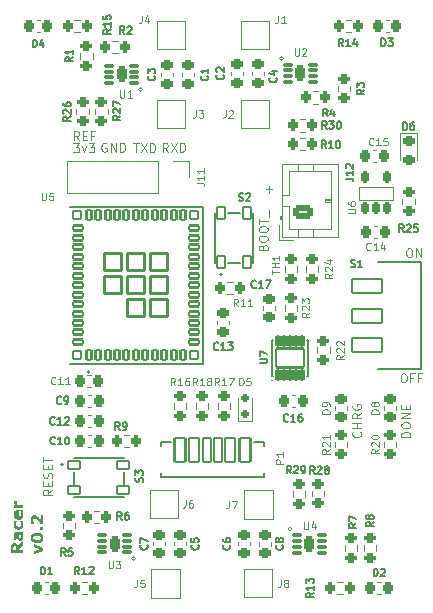
<source format=gbr>
%TF.GenerationSoftware,KiCad,Pcbnew,8.0.6*%
%TF.CreationDate,2024-11-05T15:00:17+00:00*%
%TF.ProjectId,racer,72616365-722e-46b6-9963-61645f706362,rev?*%
%TF.SameCoordinates,Original*%
%TF.FileFunction,Legend,Top*%
%TF.FilePolarity,Positive*%
%FSLAX46Y46*%
G04 Gerber Fmt 4.6, Leading zero omitted, Abs format (unit mm)*
G04 Created by KiCad (PCBNEW 8.0.6) date 2024-11-05 15:00:17*
%MOMM*%
%LPD*%
G01*
G04 APERTURE LIST*
G04 Aperture macros list*
%AMRoundRect*
0 Rectangle with rounded corners*
0 $1 Rounding radius*
0 $2 $3 $4 $5 $6 $7 $8 $9 X,Y pos of 4 corners*
0 Add a 4 corners polygon primitive as box body*
4,1,4,$2,$3,$4,$5,$6,$7,$8,$9,$2,$3,0*
0 Add four circle primitives for the rounded corners*
1,1,$1+$1,$2,$3*
1,1,$1+$1,$4,$5*
1,1,$1+$1,$6,$7*
1,1,$1+$1,$8,$9*
0 Add four rect primitives between the rounded corners*
20,1,$1+$1,$2,$3,$4,$5,0*
20,1,$1+$1,$4,$5,$6,$7,0*
20,1,$1+$1,$6,$7,$8,$9,0*
20,1,$1+$1,$8,$9,$2,$3,0*%
G04 Aperture macros list end*
%ADD10C,0.101600*%
%ADD11C,0.127000*%
%ADD12C,0.150000*%
%ADD13C,0.125000*%
%ADD14C,0.120000*%
%ADD15C,0.050000*%
%ADD16C,0.200000*%
%ADD17C,0.100000*%
%ADD18C,0.010000*%
%ADD19C,0.000000*%
%ADD20RoundRect,0.225000X-0.225000X-0.250000X0.225000X-0.250000X0.225000X0.250000X-0.225000X0.250000X0*%
%ADD21RoundRect,0.225000X0.250000X-0.225000X0.250000X0.225000X-0.250000X0.225000X-0.250000X-0.225000X0*%
%ADD22RoundRect,0.225000X-0.250000X0.225000X-0.250000X-0.225000X0.250000X-0.225000X0.250000X0.225000X0*%
%ADD23RoundRect,0.225000X0.225000X0.250000X-0.225000X0.250000X-0.225000X-0.250000X0.225000X-0.250000X0*%
%ADD24RoundRect,0.200000X-0.200000X-0.275000X0.200000X-0.275000X0.200000X0.275000X-0.200000X0.275000X0*%
%ADD25RoundRect,0.200000X0.200000X0.275000X-0.200000X0.275000X-0.200000X-0.275000X0.200000X-0.275000X0*%
%ADD26RoundRect,0.200000X-0.275000X0.200000X-0.275000X-0.200000X0.275000X-0.200000X0.275000X0.200000X0*%
%ADD27R,2.000000X2.000000*%
%ADD28C,2.700000*%
%ADD29RoundRect,0.200000X0.275000X-0.200000X0.275000X0.200000X-0.275000X0.200000X-0.275000X-0.200000X0*%
%ADD30RoundRect,0.175000X-0.175000X-0.325000X0.175000X-0.325000X0.175000X0.325000X-0.175000X0.325000X0*%
%ADD31RoundRect,0.075000X-0.340000X-0.075000X0.340000X-0.075000X0.340000X0.075000X-0.340000X0.075000X0*%
%ADD32RoundRect,0.225000X-0.225000X-0.425000X0.225000X-0.425000X0.225000X0.425000X-0.225000X0.425000X0*%
%ADD33RoundRect,0.102000X0.325000X-0.525000X0.325000X0.525000X-0.325000X0.525000X-0.325000X-0.525000X0*%
%ADD34RoundRect,0.250000X0.625000X-0.350000X0.625000X0.350000X-0.625000X0.350000X-0.625000X-0.350000X0*%
%ADD35O,1.750000X1.200000*%
%ADD36RoundRect,0.102000X-0.350000X-1.000000X0.350000X-1.000000X0.350000X1.000000X-0.350000X1.000000X0*%
%ADD37RoundRect,0.102000X-0.400000X-1.000000X0.400000X-1.000000X0.400000X1.000000X-0.400000X1.000000X0*%
%ADD38RoundRect,0.102000X-0.450000X-1.000000X0.450000X-1.000000X0.450000X1.000000X-0.450000X1.000000X0*%
%ADD39O,1.204000X1.904000*%
%ADD40RoundRect,0.075000X0.340000X0.075000X-0.340000X0.075000X-0.340000X-0.075000X0.340000X-0.075000X0*%
%ADD41RoundRect,0.225000X0.225000X0.425000X-0.225000X0.425000X-0.225000X-0.425000X0.225000X-0.425000X0*%
%ADD42RoundRect,0.218750X-0.256250X0.218750X-0.256250X-0.218750X0.256250X-0.218750X0.256250X0.218750X0*%
%ADD43R,1.700000X1.700000*%
%ADD44O,1.700000X1.700000*%
%ADD45RoundRect,0.102000X0.200000X-0.400000X0.200000X0.400000X-0.200000X0.400000X-0.200000X-0.400000X0*%
%ADD46RoundRect,0.102000X0.400000X-0.200000X0.400000X0.200000X-0.400000X0.200000X-0.400000X-0.200000X0*%
%ADD47RoundRect,0.102000X0.725000X-0.725000X0.725000X0.725000X-0.725000X0.725000X-0.725000X-0.725000X0*%
%ADD48RoundRect,0.102000X0.350000X-0.350000X0.350000X0.350000X-0.350000X0.350000X-0.350000X-0.350000X0*%
%ADD49RoundRect,0.102000X-0.525000X-0.325000X0.525000X-0.325000X0.525000X0.325000X-0.525000X0.325000X0*%
%ADD50RoundRect,0.150000X-0.200000X0.150000X-0.200000X-0.150000X0.200000X-0.150000X0.200000X0.150000X0*%
%ADD51C,1.000000*%
%ADD52RoundRect,0.102000X1.250000X-0.600000X1.250000X0.600000X-1.250000X0.600000X-1.250000X-0.600000X0*%
%ADD53RoundRect,0.134560X-0.097440X-0.387440X0.097440X-0.387440X0.097440X0.387440X-0.097440X0.387440X0*%
%ADD54RoundRect,0.102000X-1.175000X-0.790000X1.175000X-0.790000X1.175000X0.790000X-1.175000X0.790000X0*%
G04 APERTURE END LIST*
D10*
X6754299Y39239939D02*
X6500299Y39602796D01*
X6318870Y39239939D02*
X6318870Y40001939D01*
X6318870Y40001939D02*
X6609156Y40001939D01*
X6609156Y40001939D02*
X6681727Y39965653D01*
X6681727Y39965653D02*
X6718013Y39929367D01*
X6718013Y39929367D02*
X6754299Y39856796D01*
X6754299Y39856796D02*
X6754299Y39747939D01*
X6754299Y39747939D02*
X6718013Y39675367D01*
X6718013Y39675367D02*
X6681727Y39639082D01*
X6681727Y39639082D02*
X6609156Y39602796D01*
X6609156Y39602796D02*
X6318870Y39602796D01*
X7080870Y39639082D02*
X7334870Y39639082D01*
X7443727Y39239939D02*
X7080870Y39239939D01*
X7080870Y39239939D02*
X7080870Y40001939D01*
X7080870Y40001939D02*
X7443727Y40001939D01*
X8024299Y39639082D02*
X7770299Y39639082D01*
X7770299Y39239939D02*
X7770299Y40001939D01*
X7770299Y40001939D02*
X8133156Y40001939D01*
X23119729Y35120376D02*
X22539158Y35120376D01*
X22829443Y35410662D02*
X22829443Y34830091D01*
G36*
X2006600Y4971842D02*
G01*
X1625440Y4688454D01*
X1625440Y4564875D01*
X2006600Y4564875D01*
X2006600Y4298113D01*
X974292Y4298113D01*
X974292Y4661902D01*
X1164872Y4661902D01*
X1164872Y4564875D01*
X1434860Y4564875D01*
X1434860Y4647261D01*
X1433720Y4699461D01*
X1429626Y4749231D01*
X1428905Y4754710D01*
X1415140Y4803255D01*
X1401112Y4827170D01*
X1364454Y4862744D01*
X1355204Y4868115D01*
X1305204Y4880402D01*
X1287459Y4881019D01*
X1237022Y4871946D01*
X1222939Y4864889D01*
X1188788Y4827946D01*
X1180258Y4809800D01*
X1168488Y4759545D01*
X1167354Y4746273D01*
X1165221Y4696333D01*
X1164872Y4661902D01*
X974292Y4661902D01*
X974292Y4747514D01*
X975117Y4797378D01*
X977967Y4847949D01*
X983453Y4897698D01*
X984715Y4906082D01*
X995800Y4954588D01*
X1015606Y5004458D01*
X1029630Y5030158D01*
X1058361Y5070847D01*
X1095945Y5107208D01*
X1118964Y5123462D01*
X1164039Y5144481D01*
X1216999Y5155799D01*
X1256688Y5157955D01*
X1311017Y5154621D01*
X1360105Y5144617D01*
X1409062Y5125392D01*
X1442553Y5104603D01*
X1480989Y5070980D01*
X1515617Y5030134D01*
X1543200Y4987763D01*
X1561913Y4952238D01*
X2006600Y5299153D01*
X2006600Y4971842D01*
G37*
G36*
X2006600Y5871637D02*
G01*
X1923469Y5871637D01*
X1954025Y5830409D01*
X1960692Y5821262D01*
X1987911Y5778410D01*
X1994688Y5764932D01*
X2016072Y5717551D01*
X2026203Y5688005D01*
X2036356Y5638145D01*
X2038363Y5600904D01*
X2034020Y5547335D01*
X2020992Y5498294D01*
X1995954Y5448536D01*
X1968881Y5413799D01*
X1931611Y5380795D01*
X1883937Y5354937D01*
X1830177Y5341013D01*
X1790957Y5338361D01*
X1739931Y5342093D01*
X1690967Y5354819D01*
X1649511Y5376576D01*
X1611660Y5409925D01*
X1580370Y5452278D01*
X1563154Y5485514D01*
X1545120Y5532498D01*
X1530720Y5585977D01*
X1520868Y5639660D01*
X1518239Y5658723D01*
X1511973Y5710820D01*
X1506576Y5763877D01*
X1502047Y5817897D01*
X1498470Y5871637D01*
X1641322Y5871637D01*
X1645985Y5822037D01*
X1651617Y5772300D01*
X1652985Y5761210D01*
X1660509Y5711879D01*
X1670355Y5671131D01*
X1693475Y5626140D01*
X1705593Y5613560D01*
X1752356Y5594406D01*
X1765893Y5593708D01*
X1806342Y5597927D01*
X1836120Y5618771D01*
X1856965Y5657235D01*
X1863344Y5707428D01*
X1863665Y5726965D01*
X1856932Y5776898D01*
X1848031Y5803395D01*
X1824709Y5848314D01*
X1807086Y5871637D01*
X1641322Y5871637D01*
X1498470Y5871637D01*
X1498387Y5872878D01*
X1493920Y5872878D01*
X1444551Y5864113D01*
X1405195Y5832220D01*
X1397886Y5819773D01*
X1380694Y5768514D01*
X1373434Y5717769D01*
X1371334Y5663686D01*
X1375470Y5611728D01*
X1386631Y5561367D01*
X1396397Y5530926D01*
X1413554Y5483688D01*
X1432245Y5436003D01*
X1434860Y5429928D01*
X1434860Y5406850D01*
X1237332Y5406850D01*
X1225421Y5459024D01*
X1216080Y5509360D01*
X1211525Y5536137D01*
X1204327Y5586686D01*
X1199485Y5637275D01*
X1196999Y5687903D01*
X1196636Y5716046D01*
X1197671Y5767728D01*
X1201876Y5827106D01*
X1209317Y5880680D01*
X1222517Y5937308D01*
X1240375Y5985578D01*
X1262892Y6025490D01*
X1300735Y6067180D01*
X1348007Y6096958D01*
X1397106Y6113243D01*
X1453425Y6120408D01*
X1470842Y6120780D01*
X2006600Y6120780D01*
X2006600Y5871637D01*
G37*
G36*
X2038363Y6755302D02*
G01*
X2036796Y6705051D01*
X2031289Y6651189D01*
X2021817Y6600153D01*
X2013300Y6567700D01*
X1995149Y6516945D01*
X1971715Y6470456D01*
X1942998Y6428231D01*
X1936621Y6420298D01*
X1901565Y6384239D01*
X1861226Y6353608D01*
X1815604Y6328405D01*
X1805846Y6324016D01*
X1753884Y6305957D01*
X1702602Y6295423D01*
X1647041Y6290306D01*
X1620973Y6289771D01*
X1567156Y6292051D01*
X1517122Y6298890D01*
X1465358Y6312035D01*
X1428408Y6326249D01*
X1380407Y6352038D01*
X1337833Y6383498D01*
X1300688Y6420629D01*
X1293911Y6428735D01*
X1265068Y6470330D01*
X1241508Y6515704D01*
X1223231Y6564859D01*
X1220210Y6575144D01*
X1207778Y6627707D01*
X1199951Y6681481D01*
X1196728Y6736466D01*
X1196636Y6747609D01*
X1198659Y6801248D01*
X1204729Y6851954D01*
X1213758Y6895507D01*
X1227879Y6945024D01*
X1244932Y6991960D01*
X1257929Y7021815D01*
X1466624Y7021815D01*
X1466624Y6986330D01*
X1442801Y6951092D01*
X1418675Y6906017D01*
X1416249Y6900470D01*
X1399201Y6852160D01*
X1395404Y6837439D01*
X1388183Y6787903D01*
X1387215Y6758031D01*
X1392201Y6705170D01*
X1409436Y6655046D01*
X1438981Y6613984D01*
X1450246Y6603433D01*
X1493895Y6574906D01*
X1540721Y6558265D01*
X1594693Y6550182D01*
X1620973Y6549336D01*
X1673333Y6552795D01*
X1724229Y6564954D01*
X1770835Y6588732D01*
X1790212Y6604674D01*
X1820572Y6643947D01*
X1839687Y6692283D01*
X1847277Y6743535D01*
X1847783Y6762250D01*
X1844956Y6812588D01*
X1838850Y6847614D01*
X1824341Y6895754D01*
X1817757Y6910892D01*
X1793438Y6952581D01*
X1768375Y6986330D01*
X1768375Y7021815D01*
X1978807Y7021815D01*
X1999142Y6972768D01*
X2015792Y6922000D01*
X2022233Y6897988D01*
X2032062Y6847680D01*
X2037087Y6798191D01*
X2038363Y6755302D01*
G37*
G36*
X1657203Y7380393D02*
G01*
X1709866Y7388256D01*
X1759632Y7407904D01*
X1800189Y7439039D01*
X1810560Y7450620D01*
X1838565Y7496906D01*
X1854900Y7548757D01*
X1862368Y7602955D01*
X1863665Y7640703D01*
X1860087Y7694881D01*
X1849355Y7747885D01*
X1833390Y7795053D01*
X1812049Y7842681D01*
X1787563Y7886144D01*
X1768375Y7912925D01*
X1768375Y7940966D01*
X1972603Y7940966D01*
X1990614Y7893854D01*
X2007034Y7843303D01*
X2019674Y7794642D01*
X2022729Y7780412D01*
X2031630Y7726672D01*
X2036515Y7674560D01*
X2038348Y7619347D01*
X2038363Y7613655D01*
X2036680Y7556383D01*
X2031632Y7502561D01*
X2023218Y7452190D01*
X2007968Y7394080D01*
X1987459Y7341361D01*
X1961691Y7294034D01*
X1930665Y7252099D01*
X1894780Y7215926D01*
X1854437Y7185884D01*
X1809634Y7161973D01*
X1760372Y7144193D01*
X1706651Y7132543D01*
X1648471Y7127026D01*
X1623951Y7126535D01*
X1564378Y7129437D01*
X1508803Y7138143D01*
X1457227Y7152653D01*
X1409650Y7172966D01*
X1366071Y7199084D01*
X1326490Y7231006D01*
X1311777Y7245399D01*
X1278607Y7284773D01*
X1251058Y7328447D01*
X1229132Y7376424D01*
X1212827Y7428701D01*
X1202145Y7485280D01*
X1197085Y7546161D01*
X1196993Y7551369D01*
X1371334Y7551369D01*
X1376114Y7500618D01*
X1393777Y7450495D01*
X1405330Y7432009D01*
X1442914Y7399025D01*
X1491849Y7382432D01*
X1514268Y7379649D01*
X1514268Y7705719D01*
X1462259Y7698290D01*
X1416803Y7675266D01*
X1407315Y7666511D01*
X1381489Y7622796D01*
X1371896Y7570267D01*
X1371334Y7551369D01*
X1196993Y7551369D01*
X1196636Y7571717D01*
X1198986Y7629186D01*
X1206038Y7682014D01*
X1220706Y7739281D01*
X1242144Y7789866D01*
X1270352Y7833769D01*
X1292918Y7859324D01*
X1331906Y7892045D01*
X1376843Y7917996D01*
X1427731Y7937178D01*
X1484568Y7949589D01*
X1536477Y7954760D01*
X1569606Y7955607D01*
X1657203Y7955607D01*
X1657203Y7380393D01*
G37*
G36*
X1482505Y8695840D02*
G01*
X1482505Y8673507D01*
X1470846Y8623857D01*
X1470594Y8621643D01*
X1466763Y8571842D01*
X1466624Y8562583D01*
X1468361Y8511899D01*
X1473572Y8467542D01*
X1484852Y8416438D01*
X1496402Y8378952D01*
X2006600Y8378952D01*
X2006600Y8127575D01*
X1228399Y8127575D01*
X1228399Y8378952D01*
X1343541Y8378952D01*
X1311017Y8419152D01*
X1281807Y8461115D01*
X1256715Y8507711D01*
X1250484Y8523376D01*
X1236185Y8571740D01*
X1228744Y8623473D01*
X1228399Y8636532D01*
X1229143Y8666310D01*
X1231377Y8695840D01*
X1482505Y8695840D01*
G37*
G36*
X2935279Y5073584D02*
G01*
X3713480Y4771336D01*
X3713480Y4486459D01*
X2935279Y4186445D01*
X2935279Y4452463D01*
X3470292Y4633861D01*
X2935279Y4813274D01*
X2935279Y5073584D01*
G37*
G36*
X3251742Y6026584D02*
G01*
X3304313Y6023164D01*
X3354296Y6017464D01*
X3408249Y6008158D01*
X3427610Y6003901D01*
X3476309Y5990439D01*
X3525609Y5971290D01*
X3573572Y5945040D01*
X3594863Y5929952D01*
X3633254Y5894833D01*
X3665296Y5853995D01*
X3690988Y5807437D01*
X3695364Y5797440D01*
X3711798Y5748951D01*
X3722854Y5694496D01*
X3728166Y5641081D01*
X3729361Y5597927D01*
X3727221Y5541751D01*
X3720800Y5489857D01*
X3708460Y5436592D01*
X3695116Y5398910D01*
X3670359Y5350496D01*
X3639205Y5308238D01*
X3601653Y5272135D01*
X3593375Y5265653D01*
X3548169Y5236180D01*
X3502056Y5214420D01*
X3450800Y5197175D01*
X3426369Y5190959D01*
X3374552Y5180863D01*
X3319106Y5173651D01*
X3267613Y5169707D01*
X3213342Y5167971D01*
X3197326Y5167881D01*
X3140712Y5169009D01*
X3087471Y5172394D01*
X3037602Y5178034D01*
X2984738Y5187243D01*
X2966049Y5191456D01*
X2913169Y5207054D01*
X2865077Y5227050D01*
X2821776Y5251442D01*
X2799789Y5266893D01*
X2761054Y5302265D01*
X2728910Y5343549D01*
X2703359Y5390746D01*
X2699039Y5400895D01*
X2682725Y5449789D01*
X2671750Y5503786D01*
X2666477Y5556069D01*
X2665298Y5597678D01*
X2855871Y5597678D01*
X2865107Y5544426D01*
X2892817Y5502727D01*
X2934038Y5474844D01*
X2986526Y5456970D01*
X3039130Y5447113D01*
X3092422Y5441480D01*
X3142617Y5438772D01*
X3198070Y5437869D01*
X3252137Y5438790D01*
X3310506Y5442326D01*
X3361775Y5448515D01*
X3412612Y5459086D01*
X3458877Y5475588D01*
X3501014Y5503718D01*
X3529340Y5545186D01*
X3538781Y5597678D01*
X3529340Y5650312D01*
X3501014Y5691862D01*
X3458877Y5720017D01*
X3405824Y5738250D01*
X3353351Y5748306D01*
X3300567Y5754052D01*
X3240578Y5757146D01*
X3196582Y5757736D01*
X3141557Y5756833D01*
X3091718Y5754125D01*
X3038758Y5748492D01*
X2986409Y5738635D01*
X2939027Y5723036D01*
X2934038Y5720761D01*
X2892817Y5692854D01*
X2865107Y5651072D01*
X2855871Y5597678D01*
X2665298Y5597678D01*
X2665291Y5597927D01*
X2666953Y5648210D01*
X2672924Y5701197D01*
X2684833Y5755099D01*
X2700032Y5797936D01*
X2724934Y5845768D01*
X2756525Y5887833D01*
X2794804Y5924129D01*
X2803263Y5930697D01*
X2848347Y5959777D01*
X2894143Y5981308D01*
X2944887Y5998442D01*
X2969027Y6004646D01*
X3020193Y6014742D01*
X3075174Y6021954D01*
X3126412Y6025898D01*
X3180571Y6027633D01*
X3196582Y6027724D01*
X3251742Y6026584D01*
G37*
G36*
X3713480Y6489036D02*
G01*
X3713480Y6227981D01*
X3443492Y6227981D01*
X3443492Y6489036D01*
X3713480Y6489036D01*
G37*
G36*
X3713480Y7558317D02*
G01*
X3713480Y6742398D01*
X3534315Y6742398D01*
X3505370Y6783339D01*
X3475642Y6824304D01*
X3445129Y6865293D01*
X3413834Y6906305D01*
X3395598Y6929752D01*
X3364340Y6969105D01*
X3331030Y7009689D01*
X3296633Y7049748D01*
X3268793Y7080379D01*
X3230609Y7119509D01*
X3190692Y7156227D01*
X3150116Y7187953D01*
X3131318Y7200236D01*
X3083820Y7223372D01*
X3033310Y7235097D01*
X3015431Y7235970D01*
X2964623Y7228434D01*
X2921631Y7203464D01*
X2909223Y7190310D01*
X2884962Y7146577D01*
X2873545Y7094430D01*
X2871752Y7058790D01*
X2876175Y7005464D01*
X2888110Y6954277D01*
X2898552Y6923548D01*
X2918737Y6876099D01*
X2942440Y6830995D01*
X2967042Y6792028D01*
X2967042Y6769694D01*
X2731547Y6769694D01*
X2713603Y6817759D01*
X2698419Y6870521D01*
X2687376Y6915855D01*
X2676700Y6970313D01*
X2669518Y7024810D01*
X2665830Y7079346D01*
X2665291Y7109661D01*
X2667248Y7168425D01*
X2673118Y7222657D01*
X2682902Y7272357D01*
X2699810Y7326016D01*
X2722353Y7373149D01*
X2745443Y7407442D01*
X2783705Y7447472D01*
X2828354Y7477670D01*
X2879392Y7498037D01*
X2928223Y7507668D01*
X2972501Y7510176D01*
X3025914Y7506290D01*
X3077836Y7494630D01*
X3128265Y7475197D01*
X3155637Y7461042D01*
X3199280Y7433218D01*
X3243606Y7398880D01*
X3282951Y7363491D01*
X3322819Y7323115D01*
X3334305Y7310663D01*
X3369235Y7270886D01*
X3402372Y7230964D01*
X3433716Y7190896D01*
X3439769Y7182865D01*
X3471792Y7140013D01*
X3501788Y7098944D01*
X3507018Y7091546D01*
X3507018Y7558317D01*
X3713480Y7558317D01*
G37*
X4473461Y9675300D02*
X4110604Y9421300D01*
X4473461Y9239871D02*
X3711461Y9239871D01*
X3711461Y9239871D02*
X3711461Y9530157D01*
X3711461Y9530157D02*
X3747747Y9602728D01*
X3747747Y9602728D02*
X3784033Y9639014D01*
X3784033Y9639014D02*
X3856604Y9675300D01*
X3856604Y9675300D02*
X3965461Y9675300D01*
X3965461Y9675300D02*
X4038033Y9639014D01*
X4038033Y9639014D02*
X4074318Y9602728D01*
X4074318Y9602728D02*
X4110604Y9530157D01*
X4110604Y9530157D02*
X4110604Y9239871D01*
X4074318Y10001871D02*
X4074318Y10255871D01*
X4473461Y10364728D02*
X4473461Y10001871D01*
X4473461Y10001871D02*
X3711461Y10001871D01*
X3711461Y10001871D02*
X3711461Y10364728D01*
X4437176Y10655014D02*
X4473461Y10763871D01*
X4473461Y10763871D02*
X4473461Y10945300D01*
X4473461Y10945300D02*
X4437176Y11017871D01*
X4437176Y11017871D02*
X4400890Y11054157D01*
X4400890Y11054157D02*
X4328318Y11090443D01*
X4328318Y11090443D02*
X4255747Y11090443D01*
X4255747Y11090443D02*
X4183176Y11054157D01*
X4183176Y11054157D02*
X4146890Y11017871D01*
X4146890Y11017871D02*
X4110604Y10945300D01*
X4110604Y10945300D02*
X4074318Y10800157D01*
X4074318Y10800157D02*
X4038033Y10727586D01*
X4038033Y10727586D02*
X4001747Y10691300D01*
X4001747Y10691300D02*
X3929176Y10655014D01*
X3929176Y10655014D02*
X3856604Y10655014D01*
X3856604Y10655014D02*
X3784033Y10691300D01*
X3784033Y10691300D02*
X3747747Y10727586D01*
X3747747Y10727586D02*
X3711461Y10800157D01*
X3711461Y10800157D02*
X3711461Y10981586D01*
X3711461Y10981586D02*
X3747747Y11090443D01*
X4074318Y11417014D02*
X4074318Y11671014D01*
X4473461Y11779871D02*
X4473461Y11417014D01*
X4473461Y11417014D02*
X3711461Y11417014D01*
X3711461Y11417014D02*
X3711461Y11779871D01*
X3711461Y11997586D02*
X3711461Y12433014D01*
X4473461Y12215300D02*
X3711461Y12215300D01*
X30562890Y14577500D02*
X30599176Y14541214D01*
X30599176Y14541214D02*
X30635461Y14432357D01*
X30635461Y14432357D02*
X30635461Y14359785D01*
X30635461Y14359785D02*
X30599176Y14250928D01*
X30599176Y14250928D02*
X30526604Y14178357D01*
X30526604Y14178357D02*
X30454033Y14142071D01*
X30454033Y14142071D02*
X30308890Y14105785D01*
X30308890Y14105785D02*
X30200033Y14105785D01*
X30200033Y14105785D02*
X30054890Y14142071D01*
X30054890Y14142071D02*
X29982318Y14178357D01*
X29982318Y14178357D02*
X29909747Y14250928D01*
X29909747Y14250928D02*
X29873461Y14359785D01*
X29873461Y14359785D02*
X29873461Y14432357D01*
X29873461Y14432357D02*
X29909747Y14541214D01*
X29909747Y14541214D02*
X29946033Y14577500D01*
X30635461Y14904071D02*
X29873461Y14904071D01*
X30236318Y14904071D02*
X30236318Y15339500D01*
X30635461Y15339500D02*
X29873461Y15339500D01*
X30635461Y16137786D02*
X30272604Y15883786D01*
X30635461Y15702357D02*
X29873461Y15702357D01*
X29873461Y15702357D02*
X29873461Y15992643D01*
X29873461Y15992643D02*
X29909747Y16065214D01*
X29909747Y16065214D02*
X29946033Y16101500D01*
X29946033Y16101500D02*
X30018604Y16137786D01*
X30018604Y16137786D02*
X30127461Y16137786D01*
X30127461Y16137786D02*
X30200033Y16101500D01*
X30200033Y16101500D02*
X30236318Y16065214D01*
X30236318Y16065214D02*
X30272604Y15992643D01*
X30272604Y15992643D02*
X30272604Y15702357D01*
X29909747Y16863500D02*
X29873461Y16790928D01*
X29873461Y16790928D02*
X29873461Y16682071D01*
X29873461Y16682071D02*
X29909747Y16573214D01*
X29909747Y16573214D02*
X29982318Y16500643D01*
X29982318Y16500643D02*
X30054890Y16464357D01*
X30054890Y16464357D02*
X30200033Y16428071D01*
X30200033Y16428071D02*
X30308890Y16428071D01*
X30308890Y16428071D02*
X30454033Y16464357D01*
X30454033Y16464357D02*
X30526604Y16500643D01*
X30526604Y16500643D02*
X30599176Y16573214D01*
X30599176Y16573214D02*
X30635461Y16682071D01*
X30635461Y16682071D02*
X30635461Y16754643D01*
X30635461Y16754643D02*
X30599176Y16863500D01*
X30599176Y16863500D02*
X30562890Y16899786D01*
X30562890Y16899786D02*
X30308890Y16899786D01*
X30308890Y16899786D02*
X30308890Y16754643D01*
X9054813Y39000453D02*
X8982242Y39036739D01*
X8982242Y39036739D02*
X8873384Y39036739D01*
X8873384Y39036739D02*
X8764527Y39000453D01*
X8764527Y39000453D02*
X8691956Y38927882D01*
X8691956Y38927882D02*
X8655670Y38855310D01*
X8655670Y38855310D02*
X8619384Y38710167D01*
X8619384Y38710167D02*
X8619384Y38601310D01*
X8619384Y38601310D02*
X8655670Y38456167D01*
X8655670Y38456167D02*
X8691956Y38383596D01*
X8691956Y38383596D02*
X8764527Y38311024D01*
X8764527Y38311024D02*
X8873384Y38274739D01*
X8873384Y38274739D02*
X8945956Y38274739D01*
X8945956Y38274739D02*
X9054813Y38311024D01*
X9054813Y38311024D02*
X9091099Y38347310D01*
X9091099Y38347310D02*
X9091099Y38601310D01*
X9091099Y38601310D02*
X8945956Y38601310D01*
X9417670Y38274739D02*
X9417670Y39036739D01*
X9417670Y39036739D02*
X9853099Y38274739D01*
X9853099Y38274739D02*
X9853099Y39036739D01*
X10215956Y38274739D02*
X10215956Y39036739D01*
X10215956Y39036739D02*
X10397385Y39036739D01*
X10397385Y39036739D02*
X10506242Y39000453D01*
X10506242Y39000453D02*
X10578813Y38927882D01*
X10578813Y38927882D02*
X10615099Y38855310D01*
X10615099Y38855310D02*
X10651385Y38710167D01*
X10651385Y38710167D02*
X10651385Y38601310D01*
X10651385Y38601310D02*
X10615099Y38456167D01*
X10615099Y38456167D02*
X10578813Y38383596D01*
X10578813Y38383596D02*
X10506242Y38311024D01*
X10506242Y38311024D02*
X10397385Y38274739D01*
X10397385Y38274739D02*
X10215956Y38274739D01*
X22311518Y30194871D02*
X22347804Y30303728D01*
X22347804Y30303728D02*
X22384090Y30340014D01*
X22384090Y30340014D02*
X22456661Y30376300D01*
X22456661Y30376300D02*
X22565518Y30376300D01*
X22565518Y30376300D02*
X22638090Y30340014D01*
X22638090Y30340014D02*
X22674376Y30303728D01*
X22674376Y30303728D02*
X22710661Y30231157D01*
X22710661Y30231157D02*
X22710661Y29940871D01*
X22710661Y29940871D02*
X21948661Y29940871D01*
X21948661Y29940871D02*
X21948661Y30194871D01*
X21948661Y30194871D02*
X21984947Y30267442D01*
X21984947Y30267442D02*
X22021233Y30303728D01*
X22021233Y30303728D02*
X22093804Y30340014D01*
X22093804Y30340014D02*
X22166376Y30340014D01*
X22166376Y30340014D02*
X22238947Y30303728D01*
X22238947Y30303728D02*
X22275233Y30267442D01*
X22275233Y30267442D02*
X22311518Y30194871D01*
X22311518Y30194871D02*
X22311518Y29940871D01*
X21948661Y30848014D02*
X21948661Y30993157D01*
X21948661Y30993157D02*
X21984947Y31065728D01*
X21984947Y31065728D02*
X22057518Y31138300D01*
X22057518Y31138300D02*
X22202661Y31174585D01*
X22202661Y31174585D02*
X22456661Y31174585D01*
X22456661Y31174585D02*
X22601804Y31138300D01*
X22601804Y31138300D02*
X22674376Y31065728D01*
X22674376Y31065728D02*
X22710661Y30993157D01*
X22710661Y30993157D02*
X22710661Y30848014D01*
X22710661Y30848014D02*
X22674376Y30775442D01*
X22674376Y30775442D02*
X22601804Y30702871D01*
X22601804Y30702871D02*
X22456661Y30666585D01*
X22456661Y30666585D02*
X22202661Y30666585D01*
X22202661Y30666585D02*
X22057518Y30702871D01*
X22057518Y30702871D02*
X21984947Y30775442D01*
X21984947Y30775442D02*
X21948661Y30848014D01*
X21948661Y31646300D02*
X21948661Y31791443D01*
X21948661Y31791443D02*
X21984947Y31864014D01*
X21984947Y31864014D02*
X22057518Y31936586D01*
X22057518Y31936586D02*
X22202661Y31972871D01*
X22202661Y31972871D02*
X22456661Y31972871D01*
X22456661Y31972871D02*
X22601804Y31936586D01*
X22601804Y31936586D02*
X22674376Y31864014D01*
X22674376Y31864014D02*
X22710661Y31791443D01*
X22710661Y31791443D02*
X22710661Y31646300D01*
X22710661Y31646300D02*
X22674376Y31573728D01*
X22674376Y31573728D02*
X22601804Y31501157D01*
X22601804Y31501157D02*
X22456661Y31464871D01*
X22456661Y31464871D02*
X22202661Y31464871D01*
X22202661Y31464871D02*
X22057518Y31501157D01*
X22057518Y31501157D02*
X21984947Y31573728D01*
X21984947Y31573728D02*
X21948661Y31646300D01*
X21948661Y32190586D02*
X21948661Y32626014D01*
X22710661Y32408300D02*
X21948661Y32408300D01*
X14247299Y38274739D02*
X13993299Y38637596D01*
X13811870Y38274739D02*
X13811870Y39036739D01*
X13811870Y39036739D02*
X14102156Y39036739D01*
X14102156Y39036739D02*
X14174727Y39000453D01*
X14174727Y39000453D02*
X14211013Y38964167D01*
X14211013Y38964167D02*
X14247299Y38891596D01*
X14247299Y38891596D02*
X14247299Y38782739D01*
X14247299Y38782739D02*
X14211013Y38710167D01*
X14211013Y38710167D02*
X14174727Y38673882D01*
X14174727Y38673882D02*
X14102156Y38637596D01*
X14102156Y38637596D02*
X13811870Y38637596D01*
X14501299Y39036739D02*
X15009299Y38274739D01*
X15009299Y39036739D02*
X14501299Y38274739D01*
X15299584Y38274739D02*
X15299584Y39036739D01*
X15299584Y39036739D02*
X15481013Y39036739D01*
X15481013Y39036739D02*
X15589870Y39000453D01*
X15589870Y39000453D02*
X15662441Y38927882D01*
X15662441Y38927882D02*
X15698727Y38855310D01*
X15698727Y38855310D02*
X15735013Y38710167D01*
X15735013Y38710167D02*
X15735013Y38601310D01*
X15735013Y38601310D02*
X15698727Y38456167D01*
X15698727Y38456167D02*
X15662441Y38383596D01*
X15662441Y38383596D02*
X15589870Y38311024D01*
X15589870Y38311024D02*
X15481013Y38274739D01*
X15481013Y38274739D02*
X15299584Y38274739D01*
X34801061Y14142071D02*
X34039061Y14142071D01*
X34039061Y14142071D02*
X34039061Y14323500D01*
X34039061Y14323500D02*
X34075347Y14432357D01*
X34075347Y14432357D02*
X34147918Y14504928D01*
X34147918Y14504928D02*
X34220490Y14541214D01*
X34220490Y14541214D02*
X34365633Y14577500D01*
X34365633Y14577500D02*
X34474490Y14577500D01*
X34474490Y14577500D02*
X34619633Y14541214D01*
X34619633Y14541214D02*
X34692204Y14504928D01*
X34692204Y14504928D02*
X34764776Y14432357D01*
X34764776Y14432357D02*
X34801061Y14323500D01*
X34801061Y14323500D02*
X34801061Y14142071D01*
X34039061Y15049214D02*
X34039061Y15194357D01*
X34039061Y15194357D02*
X34075347Y15266928D01*
X34075347Y15266928D02*
X34147918Y15339500D01*
X34147918Y15339500D02*
X34293061Y15375785D01*
X34293061Y15375785D02*
X34547061Y15375785D01*
X34547061Y15375785D02*
X34692204Y15339500D01*
X34692204Y15339500D02*
X34764776Y15266928D01*
X34764776Y15266928D02*
X34801061Y15194357D01*
X34801061Y15194357D02*
X34801061Y15049214D01*
X34801061Y15049214D02*
X34764776Y14976642D01*
X34764776Y14976642D02*
X34692204Y14904071D01*
X34692204Y14904071D02*
X34547061Y14867785D01*
X34547061Y14867785D02*
X34293061Y14867785D01*
X34293061Y14867785D02*
X34147918Y14904071D01*
X34147918Y14904071D02*
X34075347Y14976642D01*
X34075347Y14976642D02*
X34039061Y15049214D01*
X34801061Y15702357D02*
X34039061Y15702357D01*
X34039061Y15702357D02*
X34801061Y16137786D01*
X34801061Y16137786D02*
X34039061Y16137786D01*
X34401918Y16500643D02*
X34401918Y16754643D01*
X34801061Y16863500D02*
X34801061Y16500643D01*
X34801061Y16500643D02*
X34039061Y16500643D01*
X34039061Y16500643D02*
X34039061Y16863500D01*
X22842424Y33355930D02*
X22842424Y32775358D01*
X34632613Y30095939D02*
X34777756Y30095939D01*
X34777756Y30095939D02*
X34850327Y30059653D01*
X34850327Y30059653D02*
X34922899Y29987082D01*
X34922899Y29987082D02*
X34959184Y29841939D01*
X34959184Y29841939D02*
X34959184Y29587939D01*
X34959184Y29587939D02*
X34922899Y29442796D01*
X34922899Y29442796D02*
X34850327Y29370224D01*
X34850327Y29370224D02*
X34777756Y29333939D01*
X34777756Y29333939D02*
X34632613Y29333939D01*
X34632613Y29333939D02*
X34560042Y29370224D01*
X34560042Y29370224D02*
X34487470Y29442796D01*
X34487470Y29442796D02*
X34451184Y29587939D01*
X34451184Y29587939D02*
X34451184Y29841939D01*
X34451184Y29841939D02*
X34487470Y29987082D01*
X34487470Y29987082D02*
X34560042Y30059653D01*
X34560042Y30059653D02*
X34632613Y30095939D01*
X35285756Y29333939D02*
X35285756Y30095939D01*
X35285756Y30095939D02*
X35721185Y29333939D01*
X35721185Y29333939D02*
X35721185Y30095939D01*
X11340813Y39011339D02*
X11776242Y39011339D01*
X11558527Y38249339D02*
X11558527Y39011339D01*
X11957670Y39011339D02*
X12465670Y38249339D01*
X12465670Y39011339D02*
X11957670Y38249339D01*
X12755955Y38249339D02*
X12755955Y39011339D01*
X12755955Y39011339D02*
X12937384Y39011339D01*
X12937384Y39011339D02*
X13046241Y38975053D01*
X13046241Y38975053D02*
X13118812Y38902482D01*
X13118812Y38902482D02*
X13155098Y38829910D01*
X13155098Y38829910D02*
X13191384Y38684767D01*
X13191384Y38684767D02*
X13191384Y38575910D01*
X13191384Y38575910D02*
X13155098Y38430767D01*
X13155098Y38430767D02*
X13118812Y38358196D01*
X13118812Y38358196D02*
X13046241Y38285624D01*
X13046241Y38285624D02*
X12937384Y38249339D01*
X12937384Y38249339D02*
X12755955Y38249339D01*
X6271699Y38985939D02*
X6743413Y38985939D01*
X6743413Y38985939D02*
X6489413Y38695653D01*
X6489413Y38695653D02*
X6598270Y38695653D01*
X6598270Y38695653D02*
X6670842Y38659367D01*
X6670842Y38659367D02*
X6707127Y38623082D01*
X6707127Y38623082D02*
X6743413Y38550510D01*
X6743413Y38550510D02*
X6743413Y38369082D01*
X6743413Y38369082D02*
X6707127Y38296510D01*
X6707127Y38296510D02*
X6670842Y38260224D01*
X6670842Y38260224D02*
X6598270Y38223939D01*
X6598270Y38223939D02*
X6380556Y38223939D01*
X6380556Y38223939D02*
X6307984Y38260224D01*
X6307984Y38260224D02*
X6271699Y38296510D01*
X6997413Y38731939D02*
X7178841Y38223939D01*
X7178841Y38223939D02*
X7360270Y38731939D01*
X7577984Y38985939D02*
X8049698Y38985939D01*
X8049698Y38985939D02*
X7795698Y38695653D01*
X7795698Y38695653D02*
X7904555Y38695653D01*
X7904555Y38695653D02*
X7977127Y38659367D01*
X7977127Y38659367D02*
X8013412Y38623082D01*
X8013412Y38623082D02*
X8049698Y38550510D01*
X8049698Y38550510D02*
X8049698Y38369082D01*
X8049698Y38369082D02*
X8013412Y38296510D01*
X8013412Y38296510D02*
X7977127Y38260224D01*
X7977127Y38260224D02*
X7904555Y38223939D01*
X7904555Y38223939D02*
X7686841Y38223939D01*
X7686841Y38223939D02*
X7614269Y38260224D01*
X7614269Y38260224D02*
X7577984Y38296510D01*
X34150013Y19529539D02*
X34295156Y19529539D01*
X34295156Y19529539D02*
X34367727Y19493253D01*
X34367727Y19493253D02*
X34440299Y19420682D01*
X34440299Y19420682D02*
X34476584Y19275539D01*
X34476584Y19275539D02*
X34476584Y19021539D01*
X34476584Y19021539D02*
X34440299Y18876396D01*
X34440299Y18876396D02*
X34367727Y18803824D01*
X34367727Y18803824D02*
X34295156Y18767539D01*
X34295156Y18767539D02*
X34150013Y18767539D01*
X34150013Y18767539D02*
X34077442Y18803824D01*
X34077442Y18803824D02*
X34004870Y18876396D01*
X34004870Y18876396D02*
X33968584Y19021539D01*
X33968584Y19021539D02*
X33968584Y19275539D01*
X33968584Y19275539D02*
X34004870Y19420682D01*
X34004870Y19420682D02*
X34077442Y19493253D01*
X34077442Y19493253D02*
X34150013Y19529539D01*
X35057156Y19166682D02*
X34803156Y19166682D01*
X34803156Y18767539D02*
X34803156Y19529539D01*
X34803156Y19529539D02*
X35166013Y19529539D01*
X35710299Y19166682D02*
X35456299Y19166682D01*
X35456299Y18767539D02*
X35456299Y19529539D01*
X35456299Y19529539D02*
X35819156Y19529539D01*
D11*
X2807309Y47134641D02*
X2807309Y47769641D01*
X2807309Y47769641D02*
X2958499Y47769641D01*
X2958499Y47769641D02*
X3049214Y47739403D01*
X3049214Y47739403D02*
X3109690Y47678927D01*
X3109690Y47678927D02*
X3139928Y47618451D01*
X3139928Y47618451D02*
X3170166Y47497499D01*
X3170166Y47497499D02*
X3170166Y47406784D01*
X3170166Y47406784D02*
X3139928Y47285832D01*
X3139928Y47285832D02*
X3109690Y47225356D01*
X3109690Y47225356D02*
X3049214Y47164879D01*
X3049214Y47164879D02*
X2958499Y47134641D01*
X2958499Y47134641D02*
X2807309Y47134641D01*
X3714452Y47557975D02*
X3714452Y47134641D01*
X3563261Y47799879D02*
X3412071Y47346308D01*
X3412071Y47346308D02*
X3805166Y47346308D01*
X18947082Y44813367D02*
X18977321Y44783129D01*
X18977321Y44783129D02*
X19007559Y44692415D01*
X19007559Y44692415D02*
X19007559Y44631939D01*
X19007559Y44631939D02*
X18977321Y44541224D01*
X18977321Y44541224D02*
X18916844Y44480748D01*
X18916844Y44480748D02*
X18856368Y44450510D01*
X18856368Y44450510D02*
X18735416Y44420272D01*
X18735416Y44420272D02*
X18644701Y44420272D01*
X18644701Y44420272D02*
X18523749Y44450510D01*
X18523749Y44450510D02*
X18463273Y44480748D01*
X18463273Y44480748D02*
X18402797Y44541224D01*
X18402797Y44541224D02*
X18372559Y44631939D01*
X18372559Y44631939D02*
X18372559Y44692415D01*
X18372559Y44692415D02*
X18402797Y44783129D01*
X18402797Y44783129D02*
X18433035Y44813367D01*
X18433035Y45055272D02*
X18402797Y45085510D01*
X18402797Y45085510D02*
X18372559Y45145986D01*
X18372559Y45145986D02*
X18372559Y45297177D01*
X18372559Y45297177D02*
X18402797Y45357653D01*
X18402797Y45357653D02*
X18433035Y45387891D01*
X18433035Y45387891D02*
X18493511Y45418129D01*
X18493511Y45418129D02*
X18553987Y45418129D01*
X18553987Y45418129D02*
X18644701Y45387891D01*
X18644701Y45387891D02*
X19007559Y45025034D01*
X19007559Y45025034D02*
X19007559Y45418129D01*
D12*
X24456985Y15497114D02*
X24426747Y15466875D01*
X24426747Y15466875D02*
X24336033Y15436637D01*
X24336033Y15436637D02*
X24275557Y15436637D01*
X24275557Y15436637D02*
X24184842Y15466875D01*
X24184842Y15466875D02*
X24124366Y15527352D01*
X24124366Y15527352D02*
X24094128Y15587828D01*
X24094128Y15587828D02*
X24063890Y15708780D01*
X24063890Y15708780D02*
X24063890Y15799495D01*
X24063890Y15799495D02*
X24094128Y15920447D01*
X24094128Y15920447D02*
X24124366Y15980923D01*
X24124366Y15980923D02*
X24184842Y16041399D01*
X24184842Y16041399D02*
X24275557Y16071637D01*
X24275557Y16071637D02*
X24336033Y16071637D01*
X24336033Y16071637D02*
X24426747Y16041399D01*
X24426747Y16041399D02*
X24456985Y16011161D01*
X25061747Y15436637D02*
X24698890Y15436637D01*
X24880318Y15436637D02*
X24880318Y16071637D01*
X24880318Y16071637D02*
X24819842Y15980923D01*
X24819842Y15980923D02*
X24759366Y15920447D01*
X24759366Y15920447D02*
X24698890Y15890209D01*
X25606033Y16071637D02*
X25485080Y16071637D01*
X25485080Y16071637D02*
X25424604Y16041399D01*
X25424604Y16041399D02*
X25394366Y16011161D01*
X25394366Y16011161D02*
X25333890Y15920447D01*
X25333890Y15920447D02*
X25303652Y15799495D01*
X25303652Y15799495D02*
X25303652Y15557590D01*
X25303652Y15557590D02*
X25333890Y15497114D01*
X25333890Y15497114D02*
X25364128Y15466875D01*
X25364128Y15466875D02*
X25424604Y15436637D01*
X25424604Y15436637D02*
X25545557Y15436637D01*
X25545557Y15436637D02*
X25606033Y15466875D01*
X25606033Y15466875D02*
X25636271Y15497114D01*
X25636271Y15497114D02*
X25666509Y15557590D01*
X25666509Y15557590D02*
X25666509Y15708780D01*
X25666509Y15708780D02*
X25636271Y15769256D01*
X25636271Y15769256D02*
X25606033Y15799495D01*
X25606033Y15799495D02*
X25545557Y15829733D01*
X25545557Y15829733D02*
X25424604Y15829733D01*
X25424604Y15829733D02*
X25364128Y15799495D01*
X25364128Y15799495D02*
X25333890Y15769256D01*
X25333890Y15769256D02*
X25303652Y15708780D01*
X12493686Y4987167D02*
X12523925Y4956929D01*
X12523925Y4956929D02*
X12554163Y4866215D01*
X12554163Y4866215D02*
X12554163Y4805739D01*
X12554163Y4805739D02*
X12523925Y4715024D01*
X12523925Y4715024D02*
X12463448Y4654548D01*
X12463448Y4654548D02*
X12402972Y4624310D01*
X12402972Y4624310D02*
X12282020Y4594072D01*
X12282020Y4594072D02*
X12191305Y4594072D01*
X12191305Y4594072D02*
X12070353Y4624310D01*
X12070353Y4624310D02*
X12009877Y4654548D01*
X12009877Y4654548D02*
X11949401Y4715024D01*
X11949401Y4715024D02*
X11919163Y4805739D01*
X11919163Y4805739D02*
X11919163Y4866215D01*
X11919163Y4866215D02*
X11949401Y4956929D01*
X11949401Y4956929D02*
X11979639Y4987167D01*
X11919163Y5198834D02*
X11919163Y5622167D01*
X11919163Y5622167D02*
X12554163Y5350024D01*
X4671785Y15243114D02*
X4641547Y15212875D01*
X4641547Y15212875D02*
X4550833Y15182637D01*
X4550833Y15182637D02*
X4490357Y15182637D01*
X4490357Y15182637D02*
X4399642Y15212875D01*
X4399642Y15212875D02*
X4339166Y15273352D01*
X4339166Y15273352D02*
X4308928Y15333828D01*
X4308928Y15333828D02*
X4278690Y15454780D01*
X4278690Y15454780D02*
X4278690Y15545495D01*
X4278690Y15545495D02*
X4308928Y15666447D01*
X4308928Y15666447D02*
X4339166Y15726923D01*
X4339166Y15726923D02*
X4399642Y15787399D01*
X4399642Y15787399D02*
X4490357Y15817637D01*
X4490357Y15817637D02*
X4550833Y15817637D01*
X4550833Y15817637D02*
X4641547Y15787399D01*
X4641547Y15787399D02*
X4671785Y15757161D01*
X5276547Y15182637D02*
X4913690Y15182637D01*
X5095118Y15182637D02*
X5095118Y15817637D01*
X5095118Y15817637D02*
X5034642Y15726923D01*
X5034642Y15726923D02*
X4974166Y15666447D01*
X4974166Y15666447D02*
X4913690Y15636209D01*
X5518452Y15757161D02*
X5548690Y15787399D01*
X5548690Y15787399D02*
X5609166Y15817637D01*
X5609166Y15817637D02*
X5760357Y15817637D01*
X5760357Y15817637D02*
X5820833Y15787399D01*
X5820833Y15787399D02*
X5851071Y15757161D01*
X5851071Y15757161D02*
X5881309Y15696685D01*
X5881309Y15696685D02*
X5881309Y15636209D01*
X5881309Y15636209D02*
X5851071Y15545495D01*
X5851071Y15545495D02*
X5488214Y15182637D01*
X5488214Y15182637D02*
X5881309Y15182637D01*
X10358966Y7130837D02*
X10147299Y7433218D01*
X9996109Y7130837D02*
X9996109Y7765837D01*
X9996109Y7765837D02*
X10238014Y7765837D01*
X10238014Y7765837D02*
X10298490Y7735599D01*
X10298490Y7735599D02*
X10328728Y7705361D01*
X10328728Y7705361D02*
X10358966Y7644885D01*
X10358966Y7644885D02*
X10358966Y7554171D01*
X10358966Y7554171D02*
X10328728Y7493695D01*
X10328728Y7493695D02*
X10298490Y7463456D01*
X10298490Y7463456D02*
X10238014Y7433218D01*
X10238014Y7433218D02*
X9996109Y7433218D01*
X10903252Y7765837D02*
X10782299Y7765837D01*
X10782299Y7765837D02*
X10721823Y7735599D01*
X10721823Y7735599D02*
X10691585Y7705361D01*
X10691585Y7705361D02*
X10631109Y7614647D01*
X10631109Y7614647D02*
X10600871Y7493695D01*
X10600871Y7493695D02*
X10600871Y7251790D01*
X10600871Y7251790D02*
X10631109Y7191314D01*
X10631109Y7191314D02*
X10661347Y7161075D01*
X10661347Y7161075D02*
X10721823Y7130837D01*
X10721823Y7130837D02*
X10842776Y7130837D01*
X10842776Y7130837D02*
X10903252Y7161075D01*
X10903252Y7161075D02*
X10933490Y7191314D01*
X10933490Y7191314D02*
X10963728Y7251790D01*
X10963728Y7251790D02*
X10963728Y7402980D01*
X10963728Y7402980D02*
X10933490Y7463456D01*
X10933490Y7463456D02*
X10903252Y7493695D01*
X10903252Y7493695D02*
X10842776Y7523933D01*
X10842776Y7523933D02*
X10721823Y7523933D01*
X10721823Y7523933D02*
X10661347Y7493695D01*
X10661347Y7493695D02*
X10631109Y7463456D01*
X10631109Y7463456D02*
X10600871Y7402980D01*
X27783366Y41268437D02*
X27571699Y41570818D01*
X27420509Y41268437D02*
X27420509Y41903437D01*
X27420509Y41903437D02*
X27662414Y41903437D01*
X27662414Y41903437D02*
X27722890Y41873199D01*
X27722890Y41873199D02*
X27753128Y41842961D01*
X27753128Y41842961D02*
X27783366Y41782485D01*
X27783366Y41782485D02*
X27783366Y41691771D01*
X27783366Y41691771D02*
X27753128Y41631295D01*
X27753128Y41631295D02*
X27722890Y41601056D01*
X27722890Y41601056D02*
X27662414Y41570818D01*
X27662414Y41570818D02*
X27420509Y41570818D01*
X28327652Y41691771D02*
X28327652Y41268437D01*
X28176461Y41933675D02*
X28025271Y41480104D01*
X28025271Y41480104D02*
X28418366Y41480104D01*
D13*
X26220663Y24648386D02*
X25918282Y24436719D01*
X26220663Y24285529D02*
X25585663Y24285529D01*
X25585663Y24285529D02*
X25585663Y24527434D01*
X25585663Y24527434D02*
X25615901Y24587910D01*
X25615901Y24587910D02*
X25646139Y24618148D01*
X25646139Y24618148D02*
X25706615Y24648386D01*
X25706615Y24648386D02*
X25797329Y24648386D01*
X25797329Y24648386D02*
X25857805Y24618148D01*
X25857805Y24618148D02*
X25888044Y24587910D01*
X25888044Y24587910D02*
X25918282Y24527434D01*
X25918282Y24527434D02*
X25918282Y24285529D01*
X25646139Y24890291D02*
X25615901Y24920529D01*
X25615901Y24920529D02*
X25585663Y24981005D01*
X25585663Y24981005D02*
X25585663Y25132196D01*
X25585663Y25132196D02*
X25615901Y25192672D01*
X25615901Y25192672D02*
X25646139Y25222910D01*
X25646139Y25222910D02*
X25706615Y25253148D01*
X25706615Y25253148D02*
X25767091Y25253148D01*
X25767091Y25253148D02*
X25857805Y25222910D01*
X25857805Y25222910D02*
X26220663Y24860053D01*
X26220663Y24860053D02*
X26220663Y25253148D01*
X25585663Y25464815D02*
X25585663Y25857910D01*
X25585663Y25857910D02*
X25827567Y25646243D01*
X25827567Y25646243D02*
X25827567Y25736958D01*
X25827567Y25736958D02*
X25857805Y25797434D01*
X25857805Y25797434D02*
X25888044Y25827672D01*
X25888044Y25827672D02*
X25948520Y25857910D01*
X25948520Y25857910D02*
X26099710Y25857910D01*
X26099710Y25857910D02*
X26160186Y25827672D01*
X26160186Y25827672D02*
X26190425Y25797434D01*
X26190425Y25797434D02*
X26220663Y25736958D01*
X26220663Y25736958D02*
X26220663Y25555529D01*
X26220663Y25555529D02*
X26190425Y25495053D01*
X26190425Y25495053D02*
X26160186Y25464815D01*
D12*
X29131985Y47229837D02*
X28920318Y47532218D01*
X28769128Y47229837D02*
X28769128Y47864837D01*
X28769128Y47864837D02*
X29011033Y47864837D01*
X29011033Y47864837D02*
X29071509Y47834599D01*
X29071509Y47834599D02*
X29101747Y47804361D01*
X29101747Y47804361D02*
X29131985Y47743885D01*
X29131985Y47743885D02*
X29131985Y47653171D01*
X29131985Y47653171D02*
X29101747Y47592695D01*
X29101747Y47592695D02*
X29071509Y47562456D01*
X29071509Y47562456D02*
X29011033Y47532218D01*
X29011033Y47532218D02*
X28769128Y47532218D01*
X29736747Y47229837D02*
X29373890Y47229837D01*
X29555318Y47229837D02*
X29555318Y47864837D01*
X29555318Y47864837D02*
X29494842Y47774123D01*
X29494842Y47774123D02*
X29434366Y47713647D01*
X29434366Y47713647D02*
X29373890Y47683409D01*
X30281033Y47653171D02*
X30281033Y47229837D01*
X30129842Y47895075D02*
X29978652Y47441504D01*
X29978652Y47441504D02*
X30371747Y47441504D01*
D13*
X11650133Y2049537D02*
X11650133Y1595966D01*
X11650133Y1595966D02*
X11619894Y1505252D01*
X11619894Y1505252D02*
X11559418Y1444775D01*
X11559418Y1444775D02*
X11468704Y1414537D01*
X11468704Y1414537D02*
X11408228Y1414537D01*
X12254895Y2049537D02*
X11952514Y2049537D01*
X11952514Y2049537D02*
X11922276Y1747156D01*
X11922276Y1747156D02*
X11952514Y1777395D01*
X11952514Y1777395D02*
X12012990Y1807633D01*
X12012990Y1807633D02*
X12164181Y1807633D01*
X12164181Y1807633D02*
X12224657Y1777395D01*
X12224657Y1777395D02*
X12254895Y1747156D01*
X12254895Y1747156D02*
X12285133Y1686680D01*
X12285133Y1686680D02*
X12285133Y1535490D01*
X12285133Y1535490D02*
X12254895Y1475014D01*
X12254895Y1475014D02*
X12224657Y1444775D01*
X12224657Y1444775D02*
X12164181Y1414537D01*
X12164181Y1414537D02*
X12012990Y1414537D01*
X12012990Y1414537D02*
X11952514Y1444775D01*
X11952514Y1444775D02*
X11922276Y1475014D01*
X19447933Y8755137D02*
X19447933Y8301566D01*
X19447933Y8301566D02*
X19417694Y8210852D01*
X19417694Y8210852D02*
X19357218Y8150375D01*
X19357218Y8150375D02*
X19266504Y8120137D01*
X19266504Y8120137D02*
X19206028Y8120137D01*
X19689838Y8755137D02*
X20113171Y8755137D01*
X20113171Y8755137D02*
X19841028Y8120137D01*
X31433985Y30024614D02*
X31403747Y29994375D01*
X31403747Y29994375D02*
X31313033Y29964137D01*
X31313033Y29964137D02*
X31252557Y29964137D01*
X31252557Y29964137D02*
X31161842Y29994375D01*
X31161842Y29994375D02*
X31101366Y30054852D01*
X31101366Y30054852D02*
X31071128Y30115328D01*
X31071128Y30115328D02*
X31040890Y30236280D01*
X31040890Y30236280D02*
X31040890Y30326995D01*
X31040890Y30326995D02*
X31071128Y30447947D01*
X31071128Y30447947D02*
X31101366Y30508423D01*
X31101366Y30508423D02*
X31161842Y30568899D01*
X31161842Y30568899D02*
X31252557Y30599137D01*
X31252557Y30599137D02*
X31313033Y30599137D01*
X31313033Y30599137D02*
X31403747Y30568899D01*
X31403747Y30568899D02*
X31433985Y30538661D01*
X32038747Y29964137D02*
X31675890Y29964137D01*
X31857318Y29964137D02*
X31857318Y30599137D01*
X31857318Y30599137D02*
X31796842Y30508423D01*
X31796842Y30508423D02*
X31736366Y30447947D01*
X31736366Y30447947D02*
X31675890Y30417709D01*
X32583033Y30387471D02*
X32583033Y29964137D01*
X32431842Y30629375D02*
X32280652Y30175804D01*
X32280652Y30175804D02*
X32673747Y30175804D01*
X12039333Y49805537D02*
X12039333Y49351966D01*
X12039333Y49351966D02*
X12009094Y49261252D01*
X12009094Y49261252D02*
X11948618Y49200775D01*
X11948618Y49200775D02*
X11857904Y49170537D01*
X11857904Y49170537D02*
X11797428Y49170537D01*
X12613857Y49593871D02*
X12613857Y49170537D01*
X12462666Y49835775D02*
X12311476Y49382204D01*
X12311476Y49382204D02*
X12704571Y49382204D01*
X27947863Y16117510D02*
X27312863Y16117510D01*
X27312863Y16117510D02*
X27312863Y16268700D01*
X27312863Y16268700D02*
X27343101Y16359415D01*
X27343101Y16359415D02*
X27403577Y16419891D01*
X27403577Y16419891D02*
X27464053Y16450129D01*
X27464053Y16450129D02*
X27585005Y16480367D01*
X27585005Y16480367D02*
X27675720Y16480367D01*
X27675720Y16480367D02*
X27796672Y16450129D01*
X27796672Y16450129D02*
X27857148Y16419891D01*
X27857148Y16419891D02*
X27917625Y16359415D01*
X27917625Y16359415D02*
X27947863Y16268700D01*
X27947863Y16268700D02*
X27947863Y16117510D01*
X27947863Y16782748D02*
X27947863Y16903700D01*
X27947863Y16903700D02*
X27917625Y16964177D01*
X27917625Y16964177D02*
X27887386Y16994415D01*
X27887386Y16994415D02*
X27796672Y17054891D01*
X27796672Y17054891D02*
X27675720Y17085129D01*
X27675720Y17085129D02*
X27433815Y17085129D01*
X27433815Y17085129D02*
X27373339Y17054891D01*
X27373339Y17054891D02*
X27343101Y17024653D01*
X27343101Y17024653D02*
X27312863Y16964177D01*
X27312863Y16964177D02*
X27312863Y16843224D01*
X27312863Y16843224D02*
X27343101Y16782748D01*
X27343101Y16782748D02*
X27373339Y16752510D01*
X27373339Y16752510D02*
X27433815Y16722272D01*
X27433815Y16722272D02*
X27585005Y16722272D01*
X27585005Y16722272D02*
X27645482Y16752510D01*
X27645482Y16752510D02*
X27675720Y16782748D01*
X27675720Y16782748D02*
X27705958Y16843224D01*
X27705958Y16843224D02*
X27705958Y16964177D01*
X27705958Y16964177D02*
X27675720Y17024653D01*
X27675720Y17024653D02*
X27645482Y17054891D01*
X27645482Y17054891D02*
X27585005Y17085129D01*
D12*
X30207163Y6828367D02*
X29904782Y6616700D01*
X30207163Y6465510D02*
X29572163Y6465510D01*
X29572163Y6465510D02*
X29572163Y6707415D01*
X29572163Y6707415D02*
X29602401Y6767891D01*
X29602401Y6767891D02*
X29632639Y6798129D01*
X29632639Y6798129D02*
X29693115Y6828367D01*
X29693115Y6828367D02*
X29783829Y6828367D01*
X29783829Y6828367D02*
X29844305Y6798129D01*
X29844305Y6798129D02*
X29874544Y6767891D01*
X29874544Y6767891D02*
X29904782Y6707415D01*
X29904782Y6707415D02*
X29904782Y6465510D01*
X29572163Y7040034D02*
X29572163Y7463367D01*
X29572163Y7463367D02*
X30207163Y7191224D01*
X6026363Y41273186D02*
X5723982Y41061519D01*
X6026363Y40910329D02*
X5391363Y40910329D01*
X5391363Y40910329D02*
X5391363Y41152234D01*
X5391363Y41152234D02*
X5421601Y41212710D01*
X5421601Y41212710D02*
X5451839Y41242948D01*
X5451839Y41242948D02*
X5512315Y41273186D01*
X5512315Y41273186D02*
X5603029Y41273186D01*
X5603029Y41273186D02*
X5663505Y41242948D01*
X5663505Y41242948D02*
X5693744Y41212710D01*
X5693744Y41212710D02*
X5723982Y41152234D01*
X5723982Y41152234D02*
X5723982Y40910329D01*
X5451839Y41515091D02*
X5421601Y41545329D01*
X5421601Y41545329D02*
X5391363Y41605805D01*
X5391363Y41605805D02*
X5391363Y41756996D01*
X5391363Y41756996D02*
X5421601Y41817472D01*
X5421601Y41817472D02*
X5451839Y41847710D01*
X5451839Y41847710D02*
X5512315Y41877948D01*
X5512315Y41877948D02*
X5572791Y41877948D01*
X5572791Y41877948D02*
X5663505Y41847710D01*
X5663505Y41847710D02*
X6026363Y41484853D01*
X6026363Y41484853D02*
X6026363Y41877948D01*
X5391363Y42422234D02*
X5391363Y42301281D01*
X5391363Y42301281D02*
X5421601Y42240805D01*
X5421601Y42240805D02*
X5451839Y42210567D01*
X5451839Y42210567D02*
X5542553Y42150091D01*
X5542553Y42150091D02*
X5663505Y42119853D01*
X5663505Y42119853D02*
X5905410Y42119853D01*
X5905410Y42119853D02*
X5965886Y42150091D01*
X5965886Y42150091D02*
X5996125Y42180329D01*
X5996125Y42180329D02*
X6026363Y42240805D01*
X6026363Y42240805D02*
X6026363Y42361758D01*
X6026363Y42361758D02*
X5996125Y42422234D01*
X5996125Y42422234D02*
X5965886Y42452472D01*
X5965886Y42452472D02*
X5905410Y42482710D01*
X5905410Y42482710D02*
X5754220Y42482710D01*
X5754220Y42482710D02*
X5693744Y42452472D01*
X5693744Y42452472D02*
X5663505Y42422234D01*
X5663505Y42422234D02*
X5633267Y42361758D01*
X5633267Y42361758D02*
X5633267Y42240805D01*
X5633267Y42240805D02*
X5663505Y42180329D01*
X5663505Y42180329D02*
X5693744Y42150091D01*
X5693744Y42150091D02*
X5754220Y42119853D01*
X34227985Y31489437D02*
X34016318Y31791818D01*
X33865128Y31489437D02*
X33865128Y32124437D01*
X33865128Y32124437D02*
X34107033Y32124437D01*
X34107033Y32124437D02*
X34167509Y32094199D01*
X34167509Y32094199D02*
X34197747Y32063961D01*
X34197747Y32063961D02*
X34227985Y32003485D01*
X34227985Y32003485D02*
X34227985Y31912771D01*
X34227985Y31912771D02*
X34197747Y31852295D01*
X34197747Y31852295D02*
X34167509Y31822056D01*
X34167509Y31822056D02*
X34107033Y31791818D01*
X34107033Y31791818D02*
X33865128Y31791818D01*
X34469890Y32063961D02*
X34500128Y32094199D01*
X34500128Y32094199D02*
X34560604Y32124437D01*
X34560604Y32124437D02*
X34711795Y32124437D01*
X34711795Y32124437D02*
X34772271Y32094199D01*
X34772271Y32094199D02*
X34802509Y32063961D01*
X34802509Y32063961D02*
X34832747Y32003485D01*
X34832747Y32003485D02*
X34832747Y31943009D01*
X34832747Y31943009D02*
X34802509Y31852295D01*
X34802509Y31852295D02*
X34439652Y31489437D01*
X34439652Y31489437D02*
X34832747Y31489437D01*
X35407271Y32124437D02*
X35104890Y32124437D01*
X35104890Y32124437D02*
X35074652Y31822056D01*
X35074652Y31822056D02*
X35104890Y31852295D01*
X35104890Y31852295D02*
X35165366Y31882533D01*
X35165366Y31882533D02*
X35316557Y31882533D01*
X35316557Y31882533D02*
X35377033Y31852295D01*
X35377033Y31852295D02*
X35407271Y31822056D01*
X35407271Y31822056D02*
X35437509Y31761580D01*
X35437509Y31761580D02*
X35437509Y31610390D01*
X35437509Y31610390D02*
X35407271Y31549914D01*
X35407271Y31549914D02*
X35377033Y31519675D01*
X35377033Y31519675D02*
X35316557Y31489437D01*
X35316557Y31489437D02*
X35165366Y31489437D01*
X35165366Y31489437D02*
X35104890Y31519675D01*
X35104890Y31519675D02*
X35074652Y31549914D01*
X26693585Y11017037D02*
X26481918Y11319418D01*
X26330728Y11017037D02*
X26330728Y11652037D01*
X26330728Y11652037D02*
X26572633Y11652037D01*
X26572633Y11652037D02*
X26633109Y11621799D01*
X26633109Y11621799D02*
X26663347Y11591561D01*
X26663347Y11591561D02*
X26693585Y11531085D01*
X26693585Y11531085D02*
X26693585Y11440371D01*
X26693585Y11440371D02*
X26663347Y11379895D01*
X26663347Y11379895D02*
X26633109Y11349656D01*
X26633109Y11349656D02*
X26572633Y11319418D01*
X26572633Y11319418D02*
X26330728Y11319418D01*
X26935490Y11591561D02*
X26965728Y11621799D01*
X26965728Y11621799D02*
X27026204Y11652037D01*
X27026204Y11652037D02*
X27177395Y11652037D01*
X27177395Y11652037D02*
X27237871Y11621799D01*
X27237871Y11621799D02*
X27268109Y11591561D01*
X27268109Y11591561D02*
X27298347Y11531085D01*
X27298347Y11531085D02*
X27298347Y11470609D01*
X27298347Y11470609D02*
X27268109Y11379895D01*
X27268109Y11379895D02*
X26905252Y11017037D01*
X26905252Y11017037D02*
X27298347Y11017037D01*
X27661204Y11379895D02*
X27600728Y11410133D01*
X27600728Y11410133D02*
X27570490Y11440371D01*
X27570490Y11440371D02*
X27540252Y11500847D01*
X27540252Y11500847D02*
X27540252Y11531085D01*
X27540252Y11531085D02*
X27570490Y11591561D01*
X27570490Y11591561D02*
X27600728Y11621799D01*
X27600728Y11621799D02*
X27661204Y11652037D01*
X27661204Y11652037D02*
X27782157Y11652037D01*
X27782157Y11652037D02*
X27842633Y11621799D01*
X27842633Y11621799D02*
X27872871Y11591561D01*
X27872871Y11591561D02*
X27903109Y11531085D01*
X27903109Y11531085D02*
X27903109Y11500847D01*
X27903109Y11500847D02*
X27872871Y11440371D01*
X27872871Y11440371D02*
X27842633Y11410133D01*
X27842633Y11410133D02*
X27782157Y11379895D01*
X27782157Y11379895D02*
X27661204Y11379895D01*
X27661204Y11379895D02*
X27600728Y11349656D01*
X27600728Y11349656D02*
X27570490Y11319418D01*
X27570490Y11319418D02*
X27540252Y11258942D01*
X27540252Y11258942D02*
X27540252Y11137990D01*
X27540252Y11137990D02*
X27570490Y11077514D01*
X27570490Y11077514D02*
X27600728Y11047275D01*
X27600728Y11047275D02*
X27661204Y11017037D01*
X27661204Y11017037D02*
X27782157Y11017037D01*
X27782157Y11017037D02*
X27842633Y11047275D01*
X27842633Y11047275D02*
X27872871Y11077514D01*
X27872871Y11077514D02*
X27903109Y11137990D01*
X27903109Y11137990D02*
X27903109Y11258942D01*
X27903109Y11258942D02*
X27872871Y11319418D01*
X27872871Y11319418D02*
X27842633Y11349656D01*
X27842633Y11349656D02*
X27782157Y11379895D01*
D13*
X29497263Y33094991D02*
X30011310Y33094991D01*
X30011310Y33094991D02*
X30071786Y33125229D01*
X30071786Y33125229D02*
X30102025Y33155467D01*
X30102025Y33155467D02*
X30132263Y33215943D01*
X30132263Y33215943D02*
X30132263Y33336896D01*
X30132263Y33336896D02*
X30102025Y33397372D01*
X30102025Y33397372D02*
X30071786Y33427610D01*
X30071786Y33427610D02*
X30011310Y33457848D01*
X30011310Y33457848D02*
X29497263Y33457848D01*
X29497263Y34032372D02*
X29497263Y33911419D01*
X29497263Y33911419D02*
X29527501Y33850943D01*
X29527501Y33850943D02*
X29557739Y33820705D01*
X29557739Y33820705D02*
X29648453Y33760229D01*
X29648453Y33760229D02*
X29769405Y33729991D01*
X29769405Y33729991D02*
X30011310Y33729991D01*
X30011310Y33729991D02*
X30071786Y33760229D01*
X30071786Y33760229D02*
X30102025Y33790467D01*
X30102025Y33790467D02*
X30132263Y33850943D01*
X30132263Y33850943D02*
X30132263Y33971896D01*
X30132263Y33971896D02*
X30102025Y34032372D01*
X30102025Y34032372D02*
X30071786Y34062610D01*
X30071786Y34062610D02*
X30011310Y34092848D01*
X30011310Y34092848D02*
X29860120Y34092848D01*
X29860120Y34092848D02*
X29799644Y34062610D01*
X29799644Y34062610D02*
X29769405Y34032372D01*
X29769405Y34032372D02*
X29739167Y33971896D01*
X29739167Y33971896D02*
X29739167Y33850943D01*
X29739167Y33850943D02*
X29769405Y33790467D01*
X29769405Y33790467D02*
X29799644Y33760229D01*
X29799644Y33760229D02*
X29860120Y33729991D01*
X31671985Y38889214D02*
X31641747Y38858975D01*
X31641747Y38858975D02*
X31551033Y38828737D01*
X31551033Y38828737D02*
X31490557Y38828737D01*
X31490557Y38828737D02*
X31399842Y38858975D01*
X31399842Y38858975D02*
X31339366Y38919452D01*
X31339366Y38919452D02*
X31309128Y38979928D01*
X31309128Y38979928D02*
X31278890Y39100880D01*
X31278890Y39100880D02*
X31278890Y39191595D01*
X31278890Y39191595D02*
X31309128Y39312547D01*
X31309128Y39312547D02*
X31339366Y39373023D01*
X31339366Y39373023D02*
X31399842Y39433499D01*
X31399842Y39433499D02*
X31490557Y39463737D01*
X31490557Y39463737D02*
X31551033Y39463737D01*
X31551033Y39463737D02*
X31641747Y39433499D01*
X31641747Y39433499D02*
X31671985Y39403261D01*
X32276747Y38828737D02*
X31913890Y38828737D01*
X32095318Y38828737D02*
X32095318Y39463737D01*
X32095318Y39463737D02*
X32034842Y39373023D01*
X32034842Y39373023D02*
X31974366Y39312547D01*
X31974366Y39312547D02*
X31913890Y39282309D01*
X32851271Y39463737D02*
X32548890Y39463737D01*
X32548890Y39463737D02*
X32518652Y39161356D01*
X32518652Y39161356D02*
X32548890Y39191595D01*
X32548890Y39191595D02*
X32609366Y39221833D01*
X32609366Y39221833D02*
X32760557Y39221833D01*
X32760557Y39221833D02*
X32821033Y39191595D01*
X32821033Y39191595D02*
X32851271Y39161356D01*
X32851271Y39161356D02*
X32881509Y39100880D01*
X32881509Y39100880D02*
X32881509Y38949690D01*
X32881509Y38949690D02*
X32851271Y38889214D01*
X32851271Y38889214D02*
X32821033Y38858975D01*
X32821033Y38858975D02*
X32760557Y38828737D01*
X32760557Y38828737D02*
X32609366Y38828737D01*
X32609366Y38828737D02*
X32548890Y38858975D01*
X32548890Y38858975D02*
X32518652Y38889214D01*
X18590985Y18508737D02*
X18379318Y18811118D01*
X18228128Y18508737D02*
X18228128Y19143737D01*
X18228128Y19143737D02*
X18470033Y19143737D01*
X18470033Y19143737D02*
X18530509Y19113499D01*
X18530509Y19113499D02*
X18560747Y19083261D01*
X18560747Y19083261D02*
X18590985Y19022785D01*
X18590985Y19022785D02*
X18590985Y18932071D01*
X18590985Y18932071D02*
X18560747Y18871595D01*
X18560747Y18871595D02*
X18530509Y18841356D01*
X18530509Y18841356D02*
X18470033Y18811118D01*
X18470033Y18811118D02*
X18228128Y18811118D01*
X19195747Y18508737D02*
X18832890Y18508737D01*
X19014318Y18508737D02*
X19014318Y19143737D01*
X19014318Y19143737D02*
X18953842Y19053023D01*
X18953842Y19053023D02*
X18893366Y18992547D01*
X18893366Y18992547D02*
X18832890Y18962309D01*
X19407414Y19143737D02*
X19830747Y19143737D01*
X19830747Y19143737D02*
X19558604Y18508737D01*
D12*
X5596766Y4082837D02*
X5385099Y4385218D01*
X5233909Y4082837D02*
X5233909Y4717837D01*
X5233909Y4717837D02*
X5475814Y4717837D01*
X5475814Y4717837D02*
X5536290Y4687599D01*
X5536290Y4687599D02*
X5566528Y4657361D01*
X5566528Y4657361D02*
X5596766Y4596885D01*
X5596766Y4596885D02*
X5596766Y4506171D01*
X5596766Y4506171D02*
X5566528Y4445695D01*
X5566528Y4445695D02*
X5536290Y4415456D01*
X5536290Y4415456D02*
X5475814Y4385218D01*
X5475814Y4385218D02*
X5233909Y4385218D01*
X6171290Y4717837D02*
X5868909Y4717837D01*
X5868909Y4717837D02*
X5838671Y4415456D01*
X5838671Y4415456D02*
X5868909Y4445695D01*
X5868909Y4445695D02*
X5929385Y4475933D01*
X5929385Y4475933D02*
X6080576Y4475933D01*
X6080576Y4475933D02*
X6141052Y4445695D01*
X6141052Y4445695D02*
X6171290Y4415456D01*
X6171290Y4415456D02*
X6201528Y4354980D01*
X6201528Y4354980D02*
X6201528Y4203790D01*
X6201528Y4203790D02*
X6171290Y4143314D01*
X6171290Y4143314D02*
X6141052Y4113075D01*
X6141052Y4113075D02*
X6080576Y4082837D01*
X6080576Y4082837D02*
X5929385Y4082837D01*
X5929385Y4082837D02*
X5868909Y4113075D01*
X5868909Y4113075D02*
X5838671Y4143314D01*
X24686985Y11042437D02*
X24475318Y11344818D01*
X24324128Y11042437D02*
X24324128Y11677437D01*
X24324128Y11677437D02*
X24566033Y11677437D01*
X24566033Y11677437D02*
X24626509Y11647199D01*
X24626509Y11647199D02*
X24656747Y11616961D01*
X24656747Y11616961D02*
X24686985Y11556485D01*
X24686985Y11556485D02*
X24686985Y11465771D01*
X24686985Y11465771D02*
X24656747Y11405295D01*
X24656747Y11405295D02*
X24626509Y11375056D01*
X24626509Y11375056D02*
X24566033Y11344818D01*
X24566033Y11344818D02*
X24324128Y11344818D01*
X24928890Y11616961D02*
X24959128Y11647199D01*
X24959128Y11647199D02*
X25019604Y11677437D01*
X25019604Y11677437D02*
X25170795Y11677437D01*
X25170795Y11677437D02*
X25231271Y11647199D01*
X25231271Y11647199D02*
X25261509Y11616961D01*
X25261509Y11616961D02*
X25291747Y11556485D01*
X25291747Y11556485D02*
X25291747Y11496009D01*
X25291747Y11496009D02*
X25261509Y11405295D01*
X25261509Y11405295D02*
X24898652Y11042437D01*
X24898652Y11042437D02*
X25291747Y11042437D01*
X25594128Y11042437D02*
X25715080Y11042437D01*
X25715080Y11042437D02*
X25775557Y11072675D01*
X25775557Y11072675D02*
X25805795Y11102914D01*
X25805795Y11102914D02*
X25866271Y11193628D01*
X25866271Y11193628D02*
X25896509Y11314580D01*
X25896509Y11314580D02*
X25896509Y11556485D01*
X25896509Y11556485D02*
X25866271Y11616961D01*
X25866271Y11616961D02*
X25836033Y11647199D01*
X25836033Y11647199D02*
X25775557Y11677437D01*
X25775557Y11677437D02*
X25654604Y11677437D01*
X25654604Y11677437D02*
X25594128Y11647199D01*
X25594128Y11647199D02*
X25563890Y11616961D01*
X25563890Y11616961D02*
X25533652Y11556485D01*
X25533652Y11556485D02*
X25533652Y11405295D01*
X25533652Y11405295D02*
X25563890Y11344818D01*
X25563890Y11344818D02*
X25594128Y11314580D01*
X25594128Y11314580D02*
X25654604Y11284342D01*
X25654604Y11284342D02*
X25775557Y11284342D01*
X25775557Y11284342D02*
X25836033Y11314580D01*
X25836033Y11314580D02*
X25866271Y11344818D01*
X25866271Y11344818D02*
X25896509Y11405295D01*
D13*
X16628533Y41800537D02*
X16628533Y41346966D01*
X16628533Y41346966D02*
X16598294Y41256252D01*
X16598294Y41256252D02*
X16537818Y41195775D01*
X16537818Y41195775D02*
X16447104Y41165537D01*
X16447104Y41165537D02*
X16386628Y41165537D01*
X16870438Y41800537D02*
X17263533Y41800537D01*
X17263533Y41800537D02*
X17051866Y41558633D01*
X17051866Y41558633D02*
X17142581Y41558633D01*
X17142581Y41558633D02*
X17203057Y41528395D01*
X17203057Y41528395D02*
X17233295Y41498156D01*
X17233295Y41498156D02*
X17263533Y41437680D01*
X17263533Y41437680D02*
X17263533Y41286490D01*
X17263533Y41286490D02*
X17233295Y41226014D01*
X17233295Y41226014D02*
X17203057Y41195775D01*
X17203057Y41195775D02*
X17142581Y41165537D01*
X17142581Y41165537D02*
X16961152Y41165537D01*
X16961152Y41165537D02*
X16900676Y41195775D01*
X16900676Y41195775D02*
X16870438Y41226014D01*
D12*
X6779985Y2515637D02*
X6568318Y2818018D01*
X6417128Y2515637D02*
X6417128Y3150637D01*
X6417128Y3150637D02*
X6659033Y3150637D01*
X6659033Y3150637D02*
X6719509Y3120399D01*
X6719509Y3120399D02*
X6749747Y3090161D01*
X6749747Y3090161D02*
X6779985Y3029685D01*
X6779985Y3029685D02*
X6779985Y2938971D01*
X6779985Y2938971D02*
X6749747Y2878495D01*
X6749747Y2878495D02*
X6719509Y2848256D01*
X6719509Y2848256D02*
X6659033Y2818018D01*
X6659033Y2818018D02*
X6417128Y2818018D01*
X7384747Y2515637D02*
X7021890Y2515637D01*
X7203318Y2515637D02*
X7203318Y3150637D01*
X7203318Y3150637D02*
X7142842Y3059923D01*
X7142842Y3059923D02*
X7082366Y2999447D01*
X7082366Y2999447D02*
X7021890Y2969209D01*
X7626652Y3090161D02*
X7656890Y3120399D01*
X7656890Y3120399D02*
X7717366Y3150637D01*
X7717366Y3150637D02*
X7868557Y3150637D01*
X7868557Y3150637D02*
X7929033Y3120399D01*
X7929033Y3120399D02*
X7959271Y3090161D01*
X7959271Y3090161D02*
X7989509Y3029685D01*
X7989509Y3029685D02*
X7989509Y2969209D01*
X7989509Y2969209D02*
X7959271Y2878495D01*
X7959271Y2878495D02*
X7596414Y2515637D01*
X7596414Y2515637D02*
X7989509Y2515637D01*
X18540185Y21567714D02*
X18509947Y21537475D01*
X18509947Y21537475D02*
X18419233Y21507237D01*
X18419233Y21507237D02*
X18358757Y21507237D01*
X18358757Y21507237D02*
X18268042Y21537475D01*
X18268042Y21537475D02*
X18207566Y21597952D01*
X18207566Y21597952D02*
X18177328Y21658428D01*
X18177328Y21658428D02*
X18147090Y21779380D01*
X18147090Y21779380D02*
X18147090Y21870095D01*
X18147090Y21870095D02*
X18177328Y21991047D01*
X18177328Y21991047D02*
X18207566Y22051523D01*
X18207566Y22051523D02*
X18268042Y22111999D01*
X18268042Y22111999D02*
X18358757Y22142237D01*
X18358757Y22142237D02*
X18419233Y22142237D01*
X18419233Y22142237D02*
X18509947Y22111999D01*
X18509947Y22111999D02*
X18540185Y22081761D01*
X19144947Y21507237D02*
X18782090Y21507237D01*
X18963518Y21507237D02*
X18963518Y22142237D01*
X18963518Y22142237D02*
X18903042Y22051523D01*
X18903042Y22051523D02*
X18842566Y21991047D01*
X18842566Y21991047D02*
X18782090Y21960809D01*
X19356614Y22142237D02*
X19749709Y22142237D01*
X19749709Y22142237D02*
X19538042Y21900333D01*
X19538042Y21900333D02*
X19628757Y21900333D01*
X19628757Y21900333D02*
X19689233Y21870095D01*
X19689233Y21870095D02*
X19719471Y21839856D01*
X19719471Y21839856D02*
X19749709Y21779380D01*
X19749709Y21779380D02*
X19749709Y21628190D01*
X19749709Y21628190D02*
X19719471Y21567714D01*
X19719471Y21567714D02*
X19689233Y21537475D01*
X19689233Y21537475D02*
X19628757Y21507237D01*
X19628757Y21507237D02*
X19447328Y21507237D01*
X19447328Y21507237D02*
X19386852Y21537475D01*
X19386852Y21537475D02*
X19356614Y21567714D01*
D13*
X15764933Y8796537D02*
X15764933Y8342966D01*
X15764933Y8342966D02*
X15734694Y8252252D01*
X15734694Y8252252D02*
X15674218Y8191775D01*
X15674218Y8191775D02*
X15583504Y8161537D01*
X15583504Y8161537D02*
X15523028Y8161537D01*
X16339457Y8796537D02*
X16218504Y8796537D01*
X16218504Y8796537D02*
X16158028Y8766299D01*
X16158028Y8766299D02*
X16127790Y8736061D01*
X16127790Y8736061D02*
X16067314Y8645347D01*
X16067314Y8645347D02*
X16037076Y8524395D01*
X16037076Y8524395D02*
X16037076Y8282490D01*
X16037076Y8282490D02*
X16067314Y8222014D01*
X16067314Y8222014D02*
X16097552Y8191775D01*
X16097552Y8191775D02*
X16158028Y8161537D01*
X16158028Y8161537D02*
X16278981Y8161537D01*
X16278981Y8161537D02*
X16339457Y8191775D01*
X16339457Y8191775D02*
X16369695Y8222014D01*
X16369695Y8222014D02*
X16399933Y8282490D01*
X16399933Y8282490D02*
X16399933Y8433680D01*
X16399933Y8433680D02*
X16369695Y8494156D01*
X16369695Y8494156D02*
X16339457Y8524395D01*
X16339457Y8524395D02*
X16278981Y8554633D01*
X16278981Y8554633D02*
X16158028Y8554633D01*
X16158028Y8554633D02*
X16097552Y8524395D01*
X16097552Y8524395D02*
X16067314Y8494156D01*
X16067314Y8494156D02*
X16037076Y8433680D01*
X32113463Y16117510D02*
X31478463Y16117510D01*
X31478463Y16117510D02*
X31478463Y16268700D01*
X31478463Y16268700D02*
X31508701Y16359415D01*
X31508701Y16359415D02*
X31569177Y16419891D01*
X31569177Y16419891D02*
X31629653Y16450129D01*
X31629653Y16450129D02*
X31750605Y16480367D01*
X31750605Y16480367D02*
X31841320Y16480367D01*
X31841320Y16480367D02*
X31962272Y16450129D01*
X31962272Y16450129D02*
X32022748Y16419891D01*
X32022748Y16419891D02*
X32083225Y16359415D01*
X32083225Y16359415D02*
X32113463Y16268700D01*
X32113463Y16268700D02*
X32113463Y16117510D01*
X31750605Y16843224D02*
X31720367Y16782748D01*
X31720367Y16782748D02*
X31690129Y16752510D01*
X31690129Y16752510D02*
X31629653Y16722272D01*
X31629653Y16722272D02*
X31599415Y16722272D01*
X31599415Y16722272D02*
X31538939Y16752510D01*
X31538939Y16752510D02*
X31508701Y16782748D01*
X31508701Y16782748D02*
X31478463Y16843224D01*
X31478463Y16843224D02*
X31478463Y16964177D01*
X31478463Y16964177D02*
X31508701Y17024653D01*
X31508701Y17024653D02*
X31538939Y17054891D01*
X31538939Y17054891D02*
X31599415Y17085129D01*
X31599415Y17085129D02*
X31629653Y17085129D01*
X31629653Y17085129D02*
X31690129Y17054891D01*
X31690129Y17054891D02*
X31720367Y17024653D01*
X31720367Y17024653D02*
X31750605Y16964177D01*
X31750605Y16964177D02*
X31750605Y16843224D01*
X31750605Y16843224D02*
X31780844Y16782748D01*
X31780844Y16782748D02*
X31811082Y16752510D01*
X31811082Y16752510D02*
X31871558Y16722272D01*
X31871558Y16722272D02*
X31992510Y16722272D01*
X31992510Y16722272D02*
X32052986Y16752510D01*
X32052986Y16752510D02*
X32083225Y16782748D01*
X32083225Y16782748D02*
X32113463Y16843224D01*
X32113463Y16843224D02*
X32113463Y16964177D01*
X32113463Y16964177D02*
X32083225Y17024653D01*
X32083225Y17024653D02*
X32052986Y17054891D01*
X32052986Y17054891D02*
X31992510Y17085129D01*
X31992510Y17085129D02*
X31871558Y17085129D01*
X31871558Y17085129D02*
X31811082Y17054891D01*
X31811082Y17054891D02*
X31780844Y17024653D01*
X31780844Y17024653D02*
X31750605Y16964177D01*
D12*
X27658785Y38601437D02*
X27447118Y38903818D01*
X27295928Y38601437D02*
X27295928Y39236437D01*
X27295928Y39236437D02*
X27537833Y39236437D01*
X27537833Y39236437D02*
X27598309Y39206199D01*
X27598309Y39206199D02*
X27628547Y39175961D01*
X27628547Y39175961D02*
X27658785Y39115485D01*
X27658785Y39115485D02*
X27658785Y39024771D01*
X27658785Y39024771D02*
X27628547Y38964295D01*
X27628547Y38964295D02*
X27598309Y38934056D01*
X27598309Y38934056D02*
X27537833Y38903818D01*
X27537833Y38903818D02*
X27295928Y38903818D01*
X28263547Y38601437D02*
X27900690Y38601437D01*
X28082118Y38601437D02*
X28082118Y39236437D01*
X28082118Y39236437D02*
X28021642Y39145723D01*
X28021642Y39145723D02*
X27961166Y39085247D01*
X27961166Y39085247D02*
X27900690Y39055009D01*
X28656642Y39236437D02*
X28717119Y39236437D01*
X28717119Y39236437D02*
X28777595Y39206199D01*
X28777595Y39206199D02*
X28807833Y39175961D01*
X28807833Y39175961D02*
X28838071Y39115485D01*
X28838071Y39115485D02*
X28868309Y38994533D01*
X28868309Y38994533D02*
X28868309Y38843342D01*
X28868309Y38843342D02*
X28838071Y38722390D01*
X28838071Y38722390D02*
X28807833Y38661914D01*
X28807833Y38661914D02*
X28777595Y38631675D01*
X28777595Y38631675D02*
X28717119Y38601437D01*
X28717119Y38601437D02*
X28656642Y38601437D01*
X28656642Y38601437D02*
X28596166Y38631675D01*
X28596166Y38631675D02*
X28565928Y38661914D01*
X28565928Y38661914D02*
X28535690Y38722390D01*
X28535690Y38722390D02*
X28505452Y38843342D01*
X28505452Y38843342D02*
X28505452Y38994533D01*
X28505452Y38994533D02*
X28535690Y39115485D01*
X28535690Y39115485D02*
X28565928Y39175961D01*
X28565928Y39175961D02*
X28596166Y39206199D01*
X28596166Y39206199D02*
X28656642Y39236437D01*
X10181166Y14750837D02*
X9969499Y15053218D01*
X9818309Y14750837D02*
X9818309Y15385837D01*
X9818309Y15385837D02*
X10060214Y15385837D01*
X10060214Y15385837D02*
X10120690Y15355599D01*
X10120690Y15355599D02*
X10150928Y15325361D01*
X10150928Y15325361D02*
X10181166Y15264885D01*
X10181166Y15264885D02*
X10181166Y15174171D01*
X10181166Y15174171D02*
X10150928Y15113695D01*
X10150928Y15113695D02*
X10120690Y15083456D01*
X10120690Y15083456D02*
X10060214Y15053218D01*
X10060214Y15053218D02*
X9818309Y15053218D01*
X10483547Y14750837D02*
X10604499Y14750837D01*
X10604499Y14750837D02*
X10664976Y14781075D01*
X10664976Y14781075D02*
X10695214Y14811314D01*
X10695214Y14811314D02*
X10755690Y14902028D01*
X10755690Y14902028D02*
X10785928Y15022980D01*
X10785928Y15022980D02*
X10785928Y15264885D01*
X10785928Y15264885D02*
X10755690Y15325361D01*
X10755690Y15325361D02*
X10725452Y15355599D01*
X10725452Y15355599D02*
X10664976Y15385837D01*
X10664976Y15385837D02*
X10544023Y15385837D01*
X10544023Y15385837D02*
X10483547Y15355599D01*
X10483547Y15355599D02*
X10453309Y15325361D01*
X10453309Y15325361D02*
X10423071Y15264885D01*
X10423071Y15264885D02*
X10423071Y15113695D01*
X10423071Y15113695D02*
X10453309Y15053218D01*
X10453309Y15053218D02*
X10483547Y15022980D01*
X10483547Y15022980D02*
X10544023Y14992742D01*
X10544023Y14992742D02*
X10664976Y14992742D01*
X10664976Y14992742D02*
X10725452Y15022980D01*
X10725452Y15022980D02*
X10755690Y15053218D01*
X10755690Y15053218D02*
X10785928Y15113695D01*
X27709585Y40227037D02*
X27497918Y40529418D01*
X27346728Y40227037D02*
X27346728Y40862037D01*
X27346728Y40862037D02*
X27588633Y40862037D01*
X27588633Y40862037D02*
X27649109Y40831799D01*
X27649109Y40831799D02*
X27679347Y40801561D01*
X27679347Y40801561D02*
X27709585Y40741085D01*
X27709585Y40741085D02*
X27709585Y40650371D01*
X27709585Y40650371D02*
X27679347Y40589895D01*
X27679347Y40589895D02*
X27649109Y40559656D01*
X27649109Y40559656D02*
X27588633Y40529418D01*
X27588633Y40529418D02*
X27346728Y40529418D01*
X27921252Y40862037D02*
X28314347Y40862037D01*
X28314347Y40862037D02*
X28102680Y40620133D01*
X28102680Y40620133D02*
X28193395Y40620133D01*
X28193395Y40620133D02*
X28253871Y40589895D01*
X28253871Y40589895D02*
X28284109Y40559656D01*
X28284109Y40559656D02*
X28314347Y40499180D01*
X28314347Y40499180D02*
X28314347Y40347990D01*
X28314347Y40347990D02*
X28284109Y40287514D01*
X28284109Y40287514D02*
X28253871Y40257275D01*
X28253871Y40257275D02*
X28193395Y40227037D01*
X28193395Y40227037D02*
X28011966Y40227037D01*
X28011966Y40227037D02*
X27951490Y40257275D01*
X27951490Y40257275D02*
X27921252Y40287514D01*
X28707442Y40862037D02*
X28767919Y40862037D01*
X28767919Y40862037D02*
X28828395Y40831799D01*
X28828395Y40831799D02*
X28858633Y40801561D01*
X28858633Y40801561D02*
X28888871Y40741085D01*
X28888871Y40741085D02*
X28919109Y40620133D01*
X28919109Y40620133D02*
X28919109Y40468942D01*
X28919109Y40468942D02*
X28888871Y40347990D01*
X28888871Y40347990D02*
X28858633Y40287514D01*
X28858633Y40287514D02*
X28828395Y40257275D01*
X28828395Y40257275D02*
X28767919Y40227037D01*
X28767919Y40227037D02*
X28707442Y40227037D01*
X28707442Y40227037D02*
X28646966Y40257275D01*
X28646966Y40257275D02*
X28616728Y40287514D01*
X28616728Y40287514D02*
X28586490Y40347990D01*
X28586490Y40347990D02*
X28556252Y40468942D01*
X28556252Y40468942D02*
X28556252Y40620133D01*
X28556252Y40620133D02*
X28586490Y40741085D01*
X28586490Y40741085D02*
X28616728Y40801561D01*
X28616728Y40801561D02*
X28646966Y40831799D01*
X28646966Y40831799D02*
X28707442Y40862037D01*
D13*
X25792990Y6951737D02*
X25792990Y6437690D01*
X25792990Y6437690D02*
X25823228Y6377214D01*
X25823228Y6377214D02*
X25853466Y6346975D01*
X25853466Y6346975D02*
X25913942Y6316737D01*
X25913942Y6316737D02*
X26034895Y6316737D01*
X26034895Y6316737D02*
X26095371Y6346975D01*
X26095371Y6346975D02*
X26125609Y6377214D01*
X26125609Y6377214D02*
X26155847Y6437690D01*
X26155847Y6437690D02*
X26155847Y6951737D01*
X26730371Y6740071D02*
X26730371Y6316737D01*
X26579180Y6981975D02*
X26427990Y6528404D01*
X26427990Y6528404D02*
X26821085Y6528404D01*
D12*
X20267990Y34161275D02*
X20358704Y34131037D01*
X20358704Y34131037D02*
X20509895Y34131037D01*
X20509895Y34131037D02*
X20570371Y34161275D01*
X20570371Y34161275D02*
X20600609Y34191514D01*
X20600609Y34191514D02*
X20630847Y34251990D01*
X20630847Y34251990D02*
X20630847Y34312466D01*
X20630847Y34312466D02*
X20600609Y34372942D01*
X20600609Y34372942D02*
X20570371Y34403180D01*
X20570371Y34403180D02*
X20509895Y34433418D01*
X20509895Y34433418D02*
X20388942Y34463656D01*
X20388942Y34463656D02*
X20328466Y34493895D01*
X20328466Y34493895D02*
X20298228Y34524133D01*
X20298228Y34524133D02*
X20267990Y34584609D01*
X20267990Y34584609D02*
X20267990Y34645085D01*
X20267990Y34645085D02*
X20298228Y34705561D01*
X20298228Y34705561D02*
X20328466Y34735799D01*
X20328466Y34735799D02*
X20388942Y34766037D01*
X20388942Y34766037D02*
X20540133Y34766037D01*
X20540133Y34766037D02*
X20630847Y34735799D01*
X20872752Y34705561D02*
X20902990Y34735799D01*
X20902990Y34735799D02*
X20963466Y34766037D01*
X20963466Y34766037D02*
X21114657Y34766037D01*
X21114657Y34766037D02*
X21175133Y34735799D01*
X21175133Y34735799D02*
X21205371Y34705561D01*
X21205371Y34705561D02*
X21235609Y34645085D01*
X21235609Y34645085D02*
X21235609Y34584609D01*
X21235609Y34584609D02*
X21205371Y34493895D01*
X21205371Y34493895D02*
X20842514Y34131037D01*
X20842514Y34131037D02*
X21235609Y34131037D01*
D13*
X29149263Y21066986D02*
X28846882Y20855319D01*
X29149263Y20704129D02*
X28514263Y20704129D01*
X28514263Y20704129D02*
X28514263Y20946034D01*
X28514263Y20946034D02*
X28544501Y21006510D01*
X28544501Y21006510D02*
X28574739Y21036748D01*
X28574739Y21036748D02*
X28635215Y21066986D01*
X28635215Y21066986D02*
X28725929Y21066986D01*
X28725929Y21066986D02*
X28786405Y21036748D01*
X28786405Y21036748D02*
X28816644Y21006510D01*
X28816644Y21006510D02*
X28846882Y20946034D01*
X28846882Y20946034D02*
X28846882Y20704129D01*
X28574739Y21308891D02*
X28544501Y21339129D01*
X28544501Y21339129D02*
X28514263Y21399605D01*
X28514263Y21399605D02*
X28514263Y21550796D01*
X28514263Y21550796D02*
X28544501Y21611272D01*
X28544501Y21611272D02*
X28574739Y21641510D01*
X28574739Y21641510D02*
X28635215Y21671748D01*
X28635215Y21671748D02*
X28695691Y21671748D01*
X28695691Y21671748D02*
X28786405Y21641510D01*
X28786405Y21641510D02*
X29149263Y21278653D01*
X29149263Y21278653D02*
X29149263Y21671748D01*
X28574739Y21913653D02*
X28544501Y21943891D01*
X28544501Y21943891D02*
X28514263Y22004367D01*
X28514263Y22004367D02*
X28514263Y22155558D01*
X28514263Y22155558D02*
X28544501Y22216034D01*
X28544501Y22216034D02*
X28574739Y22246272D01*
X28574739Y22246272D02*
X28635215Y22276510D01*
X28635215Y22276510D02*
X28695691Y22276510D01*
X28695691Y22276510D02*
X28786405Y22246272D01*
X28786405Y22246272D02*
X29149263Y21883415D01*
X29149263Y21883415D02*
X29149263Y22276510D01*
D12*
X30875163Y43531367D02*
X30572782Y43319700D01*
X30875163Y43168510D02*
X30240163Y43168510D01*
X30240163Y43168510D02*
X30240163Y43410415D01*
X30240163Y43410415D02*
X30270401Y43470891D01*
X30270401Y43470891D02*
X30300639Y43501129D01*
X30300639Y43501129D02*
X30361115Y43531367D01*
X30361115Y43531367D02*
X30451829Y43531367D01*
X30451829Y43531367D02*
X30512305Y43501129D01*
X30512305Y43501129D02*
X30542544Y43470891D01*
X30542544Y43470891D02*
X30572782Y43410415D01*
X30572782Y43410415D02*
X30572782Y43168510D01*
X30240163Y43743034D02*
X30240163Y44136129D01*
X30240163Y44136129D02*
X30482067Y43924462D01*
X30482067Y43924462D02*
X30482067Y44015177D01*
X30482067Y44015177D02*
X30512305Y44075653D01*
X30512305Y44075653D02*
X30542544Y44105891D01*
X30542544Y44105891D02*
X30603020Y44136129D01*
X30603020Y44136129D02*
X30754210Y44136129D01*
X30754210Y44136129D02*
X30814686Y44105891D01*
X30814686Y44105891D02*
X30844925Y44075653D01*
X30844925Y44075653D02*
X30875163Y44015177D01*
X30875163Y44015177D02*
X30875163Y43833748D01*
X30875163Y43833748D02*
X30844925Y43773272D01*
X30844925Y43773272D02*
X30814686Y43743034D01*
X13120486Y44721167D02*
X13150725Y44690929D01*
X13150725Y44690929D02*
X13180963Y44600215D01*
X13180963Y44600215D02*
X13180963Y44539739D01*
X13180963Y44539739D02*
X13150725Y44449024D01*
X13150725Y44449024D02*
X13090248Y44388548D01*
X13090248Y44388548D02*
X13029772Y44358310D01*
X13029772Y44358310D02*
X12908820Y44328072D01*
X12908820Y44328072D02*
X12818105Y44328072D01*
X12818105Y44328072D02*
X12697153Y44358310D01*
X12697153Y44358310D02*
X12636677Y44388548D01*
X12636677Y44388548D02*
X12576201Y44449024D01*
X12576201Y44449024D02*
X12545963Y44539739D01*
X12545963Y44539739D02*
X12545963Y44600215D01*
X12545963Y44600215D02*
X12576201Y44690929D01*
X12576201Y44690929D02*
X12606439Y44721167D01*
X12545963Y44932834D02*
X12545963Y45325929D01*
X12545963Y45325929D02*
X12787867Y45114262D01*
X12787867Y45114262D02*
X12787867Y45204977D01*
X12787867Y45204977D02*
X12818105Y45265453D01*
X12818105Y45265453D02*
X12848344Y45295691D01*
X12848344Y45295691D02*
X12908820Y45325929D01*
X12908820Y45325929D02*
X13060010Y45325929D01*
X13060010Y45325929D02*
X13120486Y45295691D01*
X13120486Y45295691D02*
X13150725Y45265453D01*
X13150725Y45265453D02*
X13180963Y45204977D01*
X13180963Y45204977D02*
X13180963Y45023548D01*
X13180963Y45023548D02*
X13150725Y44963072D01*
X13150725Y44963072D02*
X13120486Y44932834D01*
X29318163Y36011153D02*
X29771734Y36011153D01*
X29771734Y36011153D02*
X29862448Y35980914D01*
X29862448Y35980914D02*
X29922925Y35920438D01*
X29922925Y35920438D02*
X29953163Y35829724D01*
X29953163Y35829724D02*
X29953163Y35769248D01*
X29953163Y36646153D02*
X29953163Y36283296D01*
X29953163Y36464724D02*
X29318163Y36464724D01*
X29318163Y36464724D02*
X29408877Y36404248D01*
X29408877Y36404248D02*
X29469353Y36343772D01*
X29469353Y36343772D02*
X29499591Y36283296D01*
X29378639Y36888058D02*
X29348401Y36918296D01*
X29348401Y36918296D02*
X29318163Y36978772D01*
X29318163Y36978772D02*
X29318163Y37129963D01*
X29318163Y37129963D02*
X29348401Y37190439D01*
X29348401Y37190439D02*
X29378639Y37220677D01*
X29378639Y37220677D02*
X29439115Y37250915D01*
X29439115Y37250915D02*
X29499591Y37250915D01*
X29499591Y37250915D02*
X29590305Y37220677D01*
X29590305Y37220677D02*
X29953163Y36857820D01*
X29953163Y36857820D02*
X29953163Y37250915D01*
X23962286Y4974167D02*
X23992525Y4943929D01*
X23992525Y4943929D02*
X24022763Y4853215D01*
X24022763Y4853215D02*
X24022763Y4792739D01*
X24022763Y4792739D02*
X23992525Y4702024D01*
X23992525Y4702024D02*
X23932048Y4641548D01*
X23932048Y4641548D02*
X23871572Y4611310D01*
X23871572Y4611310D02*
X23750620Y4581072D01*
X23750620Y4581072D02*
X23659905Y4581072D01*
X23659905Y4581072D02*
X23538953Y4611310D01*
X23538953Y4611310D02*
X23478477Y4641548D01*
X23478477Y4641548D02*
X23418001Y4702024D01*
X23418001Y4702024D02*
X23387763Y4792739D01*
X23387763Y4792739D02*
X23387763Y4853215D01*
X23387763Y4853215D02*
X23418001Y4943929D01*
X23418001Y4943929D02*
X23448239Y4974167D01*
X23659905Y5337024D02*
X23629667Y5276548D01*
X23629667Y5276548D02*
X23599429Y5246310D01*
X23599429Y5246310D02*
X23538953Y5216072D01*
X23538953Y5216072D02*
X23508715Y5216072D01*
X23508715Y5216072D02*
X23448239Y5246310D01*
X23448239Y5246310D02*
X23418001Y5276548D01*
X23418001Y5276548D02*
X23387763Y5337024D01*
X23387763Y5337024D02*
X23387763Y5457977D01*
X23387763Y5457977D02*
X23418001Y5518453D01*
X23418001Y5518453D02*
X23448239Y5548691D01*
X23448239Y5548691D02*
X23508715Y5578929D01*
X23508715Y5578929D02*
X23538953Y5578929D01*
X23538953Y5578929D02*
X23599429Y5548691D01*
X23599429Y5548691D02*
X23629667Y5518453D01*
X23629667Y5518453D02*
X23659905Y5457977D01*
X23659905Y5457977D02*
X23659905Y5337024D01*
X23659905Y5337024D02*
X23690144Y5276548D01*
X23690144Y5276548D02*
X23720382Y5246310D01*
X23720382Y5246310D02*
X23780858Y5216072D01*
X23780858Y5216072D02*
X23901810Y5216072D01*
X23901810Y5216072D02*
X23962286Y5246310D01*
X23962286Y5246310D02*
X23992525Y5276548D01*
X23992525Y5276548D02*
X24022763Y5337024D01*
X24022763Y5337024D02*
X24022763Y5457977D01*
X24022763Y5457977D02*
X23992525Y5518453D01*
X23992525Y5518453D02*
X23962286Y5548691D01*
X23962286Y5548691D02*
X23901810Y5578929D01*
X23901810Y5578929D02*
X23780858Y5578929D01*
X23780858Y5578929D02*
X23720382Y5548691D01*
X23720382Y5548691D02*
X23690144Y5518453D01*
X23690144Y5518453D02*
X23659905Y5457977D01*
D13*
X24036263Y11875710D02*
X23401263Y11875710D01*
X23401263Y11875710D02*
X23401263Y12117615D01*
X23401263Y12117615D02*
X23431501Y12178091D01*
X23431501Y12178091D02*
X23461739Y12208329D01*
X23461739Y12208329D02*
X23522215Y12238567D01*
X23522215Y12238567D02*
X23612929Y12238567D01*
X23612929Y12238567D02*
X23673405Y12208329D01*
X23673405Y12208329D02*
X23703644Y12178091D01*
X23703644Y12178091D02*
X23733882Y12117615D01*
X23733882Y12117615D02*
X23733882Y11875710D01*
X24036263Y12843329D02*
X24036263Y12480472D01*
X24036263Y12661900D02*
X23401263Y12661900D01*
X23401263Y12661900D02*
X23491977Y12601424D01*
X23491977Y12601424D02*
X23552453Y12540948D01*
X23552453Y12540948D02*
X23582691Y12480472D01*
D12*
X26600363Y937986D02*
X26297982Y726319D01*
X26600363Y575129D02*
X25965363Y575129D01*
X25965363Y575129D02*
X25965363Y817034D01*
X25965363Y817034D02*
X25995601Y877510D01*
X25995601Y877510D02*
X26025839Y907748D01*
X26025839Y907748D02*
X26086315Y937986D01*
X26086315Y937986D02*
X26177029Y937986D01*
X26177029Y937986D02*
X26237505Y907748D01*
X26237505Y907748D02*
X26267744Y877510D01*
X26267744Y877510D02*
X26297982Y817034D01*
X26297982Y817034D02*
X26297982Y575129D01*
X26600363Y1542748D02*
X26600363Y1179891D01*
X26600363Y1361319D02*
X25965363Y1361319D01*
X25965363Y1361319D02*
X26056077Y1300843D01*
X26056077Y1300843D02*
X26116553Y1240367D01*
X26116553Y1240367D02*
X26146791Y1179891D01*
X25965363Y1754415D02*
X25965363Y2147510D01*
X25965363Y2147510D02*
X26207267Y1935843D01*
X26207267Y1935843D02*
X26207267Y2026558D01*
X26207267Y2026558D02*
X26237505Y2087034D01*
X26237505Y2087034D02*
X26267744Y2117272D01*
X26267744Y2117272D02*
X26328220Y2147510D01*
X26328220Y2147510D02*
X26479410Y2147510D01*
X26479410Y2147510D02*
X26539886Y2117272D01*
X26539886Y2117272D02*
X26570125Y2087034D01*
X26570125Y2087034D02*
X26600363Y2026558D01*
X26600363Y2026558D02*
X26600363Y1845129D01*
X26600363Y1845129D02*
X26570125Y1784653D01*
X26570125Y1784653D02*
X26539886Y1754415D01*
D13*
X10209590Y43502337D02*
X10209590Y42988290D01*
X10209590Y42988290D02*
X10239828Y42927814D01*
X10239828Y42927814D02*
X10270066Y42897575D01*
X10270066Y42897575D02*
X10330542Y42867337D01*
X10330542Y42867337D02*
X10451495Y42867337D01*
X10451495Y42867337D02*
X10511971Y42897575D01*
X10511971Y42897575D02*
X10542209Y42927814D01*
X10542209Y42927814D02*
X10572447Y42988290D01*
X10572447Y42988290D02*
X10572447Y43502337D01*
X11207447Y42867337D02*
X10844590Y42867337D01*
X11026018Y42867337D02*
X11026018Y43502337D01*
X11026018Y43502337D02*
X10965542Y43411623D01*
X10965542Y43411623D02*
X10905066Y43351147D01*
X10905066Y43351147D02*
X10844590Y43320909D01*
X23071063Y27910972D02*
X23071063Y28273829D01*
X23706063Y28092400D02*
X23071063Y28092400D01*
X23706063Y28485496D02*
X23071063Y28485496D01*
X23373444Y28485496D02*
X23373444Y28848353D01*
X23706063Y28848353D02*
X23071063Y28848353D01*
X23706063Y29483353D02*
X23706063Y29120496D01*
X23706063Y29301924D02*
X23071063Y29301924D01*
X23071063Y29301924D02*
X23161777Y29241448D01*
X23161777Y29241448D02*
X23222253Y29180972D01*
X23222253Y29180972D02*
X23252491Y29120496D01*
X25000590Y47044937D02*
X25000590Y46530890D01*
X25000590Y46530890D02*
X25030828Y46470414D01*
X25030828Y46470414D02*
X25061066Y46440175D01*
X25061066Y46440175D02*
X25121542Y46409937D01*
X25121542Y46409937D02*
X25242495Y46409937D01*
X25242495Y46409937D02*
X25302971Y46440175D01*
X25302971Y46440175D02*
X25333209Y46470414D01*
X25333209Y46470414D02*
X25363447Y46530890D01*
X25363447Y46530890D02*
X25363447Y47044937D01*
X25635590Y46984461D02*
X25665828Y47014699D01*
X25665828Y47014699D02*
X25726304Y47044937D01*
X25726304Y47044937D02*
X25877495Y47044937D01*
X25877495Y47044937D02*
X25937971Y47014699D01*
X25937971Y47014699D02*
X25968209Y46984461D01*
X25968209Y46984461D02*
X25998447Y46923985D01*
X25998447Y46923985D02*
X25998447Y46863509D01*
X25998447Y46863509D02*
X25968209Y46772795D01*
X25968209Y46772795D02*
X25605352Y46409937D01*
X25605352Y46409937D02*
X25998447Y46409937D01*
D12*
X9429963Y48639186D02*
X9127582Y48427519D01*
X9429963Y48276329D02*
X8794963Y48276329D01*
X8794963Y48276329D02*
X8794963Y48518234D01*
X8794963Y48518234D02*
X8825201Y48578710D01*
X8825201Y48578710D02*
X8855439Y48608948D01*
X8855439Y48608948D02*
X8915915Y48639186D01*
X8915915Y48639186D02*
X9006629Y48639186D01*
X9006629Y48639186D02*
X9067105Y48608948D01*
X9067105Y48608948D02*
X9097344Y48578710D01*
X9097344Y48578710D02*
X9127582Y48518234D01*
X9127582Y48518234D02*
X9127582Y48276329D01*
X9429963Y49243948D02*
X9429963Y48881091D01*
X9429963Y49062519D02*
X8794963Y49062519D01*
X8794963Y49062519D02*
X8885677Y49002043D01*
X8885677Y49002043D02*
X8946153Y48941567D01*
X8946153Y48941567D02*
X8976391Y48881091D01*
X8794963Y49818472D02*
X8794963Y49516091D01*
X8794963Y49516091D02*
X9097344Y49485853D01*
X9097344Y49485853D02*
X9067105Y49516091D01*
X9067105Y49516091D02*
X9036867Y49576567D01*
X9036867Y49576567D02*
X9036867Y49727758D01*
X9036867Y49727758D02*
X9067105Y49788234D01*
X9067105Y49788234D02*
X9097344Y49818472D01*
X9097344Y49818472D02*
X9157820Y49848710D01*
X9157820Y49848710D02*
X9309010Y49848710D01*
X9309010Y49848710D02*
X9369486Y49818472D01*
X9369486Y49818472D02*
X9399725Y49788234D01*
X9399725Y49788234D02*
X9429963Y49727758D01*
X9429963Y49727758D02*
X9429963Y49576567D01*
X9429963Y49576567D02*
X9399725Y49516091D01*
X9399725Y49516091D02*
X9369486Y49485853D01*
X34167509Y40125437D02*
X34167509Y40760437D01*
X34167509Y40760437D02*
X34318699Y40760437D01*
X34318699Y40760437D02*
X34409414Y40730199D01*
X34409414Y40730199D02*
X34469890Y40669723D01*
X34469890Y40669723D02*
X34500128Y40609247D01*
X34500128Y40609247D02*
X34530366Y40488295D01*
X34530366Y40488295D02*
X34530366Y40397580D01*
X34530366Y40397580D02*
X34500128Y40276628D01*
X34500128Y40276628D02*
X34469890Y40216152D01*
X34469890Y40216152D02*
X34409414Y40155675D01*
X34409414Y40155675D02*
X34318699Y40125437D01*
X34318699Y40125437D02*
X34167509Y40125437D01*
X35074652Y40760437D02*
X34953699Y40760437D01*
X34953699Y40760437D02*
X34893223Y40730199D01*
X34893223Y40730199D02*
X34862985Y40699961D01*
X34862985Y40699961D02*
X34802509Y40609247D01*
X34802509Y40609247D02*
X34772271Y40488295D01*
X34772271Y40488295D02*
X34772271Y40246390D01*
X34772271Y40246390D02*
X34802509Y40185914D01*
X34802509Y40185914D02*
X34832747Y40155675D01*
X34832747Y40155675D02*
X34893223Y40125437D01*
X34893223Y40125437D02*
X35014176Y40125437D01*
X35014176Y40125437D02*
X35074652Y40155675D01*
X35074652Y40155675D02*
X35104890Y40185914D01*
X35104890Y40185914D02*
X35135128Y40246390D01*
X35135128Y40246390D02*
X35135128Y40397580D01*
X35135128Y40397580D02*
X35104890Y40458056D01*
X35104890Y40458056D02*
X35074652Y40488295D01*
X35074652Y40488295D02*
X35014176Y40518533D01*
X35014176Y40518533D02*
X34893223Y40518533D01*
X34893223Y40518533D02*
X34832747Y40488295D01*
X34832747Y40488295D02*
X34802509Y40458056D01*
X34802509Y40458056D02*
X34772271Y40397580D01*
D13*
X16688863Y35630153D02*
X17142434Y35630153D01*
X17142434Y35630153D02*
X17233148Y35599914D01*
X17233148Y35599914D02*
X17293625Y35539438D01*
X17293625Y35539438D02*
X17323863Y35448724D01*
X17323863Y35448724D02*
X17323863Y35388248D01*
X17323863Y36265153D02*
X17323863Y35902296D01*
X17323863Y36083724D02*
X16688863Y36083724D01*
X16688863Y36083724D02*
X16779577Y36023248D01*
X16779577Y36023248D02*
X16840053Y35962772D01*
X16840053Y35962772D02*
X16870291Y35902296D01*
X17323863Y36869915D02*
X17323863Y36507058D01*
X17323863Y36688486D02*
X16688863Y36688486D01*
X16688863Y36688486D02*
X16779577Y36628010D01*
X16779577Y36628010D02*
X16840053Y36567534D01*
X16840053Y36567534D02*
X16870291Y36507058D01*
X3580190Y34815537D02*
X3580190Y34301490D01*
X3580190Y34301490D02*
X3610428Y34241014D01*
X3610428Y34241014D02*
X3640666Y34210775D01*
X3640666Y34210775D02*
X3701142Y34180537D01*
X3701142Y34180537D02*
X3822095Y34180537D01*
X3822095Y34180537D02*
X3882571Y34210775D01*
X3882571Y34210775D02*
X3912809Y34241014D01*
X3912809Y34241014D02*
X3943047Y34301490D01*
X3943047Y34301490D02*
X3943047Y34815537D01*
X4547809Y34815537D02*
X4245428Y34815537D01*
X4245428Y34815537D02*
X4215190Y34513156D01*
X4215190Y34513156D02*
X4245428Y34543395D01*
X4245428Y34543395D02*
X4305904Y34573633D01*
X4305904Y34573633D02*
X4457095Y34573633D01*
X4457095Y34573633D02*
X4517571Y34543395D01*
X4517571Y34543395D02*
X4547809Y34513156D01*
X4547809Y34513156D02*
X4578047Y34452680D01*
X4578047Y34452680D02*
X4578047Y34301490D01*
X4578047Y34301490D02*
X4547809Y34241014D01*
X4547809Y34241014D02*
X4517571Y34210775D01*
X4517571Y34210775D02*
X4457095Y34180537D01*
X4457095Y34180537D02*
X4305904Y34180537D01*
X4305904Y34180537D02*
X4245428Y34210775D01*
X4245428Y34210775D02*
X4215190Y34241014D01*
D12*
X23423886Y44559367D02*
X23454125Y44529129D01*
X23454125Y44529129D02*
X23484363Y44438415D01*
X23484363Y44438415D02*
X23484363Y44377939D01*
X23484363Y44377939D02*
X23454125Y44287224D01*
X23454125Y44287224D02*
X23393648Y44226748D01*
X23393648Y44226748D02*
X23333172Y44196510D01*
X23333172Y44196510D02*
X23212220Y44166272D01*
X23212220Y44166272D02*
X23121505Y44166272D01*
X23121505Y44166272D02*
X23000553Y44196510D01*
X23000553Y44196510D02*
X22940077Y44226748D01*
X22940077Y44226748D02*
X22879601Y44287224D01*
X22879601Y44287224D02*
X22849363Y44377939D01*
X22849363Y44377939D02*
X22849363Y44438415D01*
X22849363Y44438415D02*
X22879601Y44529129D01*
X22879601Y44529129D02*
X22909839Y44559367D01*
X23061029Y45103653D02*
X23484363Y45103653D01*
X22819125Y44952462D02*
X23272696Y44801272D01*
X23272696Y44801272D02*
X23272696Y45194367D01*
D11*
X16812882Y4987167D02*
X16843121Y4956929D01*
X16843121Y4956929D02*
X16873359Y4866215D01*
X16873359Y4866215D02*
X16873359Y4805739D01*
X16873359Y4805739D02*
X16843121Y4715024D01*
X16843121Y4715024D02*
X16782644Y4654548D01*
X16782644Y4654548D02*
X16722168Y4624310D01*
X16722168Y4624310D02*
X16601216Y4594072D01*
X16601216Y4594072D02*
X16510501Y4594072D01*
X16510501Y4594072D02*
X16389549Y4624310D01*
X16389549Y4624310D02*
X16329073Y4654548D01*
X16329073Y4654548D02*
X16268597Y4715024D01*
X16268597Y4715024D02*
X16238359Y4805739D01*
X16238359Y4805739D02*
X16238359Y4866215D01*
X16238359Y4866215D02*
X16268597Y4956929D01*
X16268597Y4956929D02*
X16298835Y4987167D01*
X16238359Y5561691D02*
X16238359Y5259310D01*
X16238359Y5259310D02*
X16540740Y5229072D01*
X16540740Y5229072D02*
X16510501Y5259310D01*
X16510501Y5259310D02*
X16480263Y5319786D01*
X16480263Y5319786D02*
X16480263Y5470977D01*
X16480263Y5470977D02*
X16510501Y5531453D01*
X16510501Y5531453D02*
X16540740Y5561691D01*
X16540740Y5561691D02*
X16601216Y5591929D01*
X16601216Y5591929D02*
X16752406Y5591929D01*
X16752406Y5591929D02*
X16812882Y5561691D01*
X16812882Y5561691D02*
X16843121Y5531453D01*
X16843121Y5531453D02*
X16873359Y5470977D01*
X16873359Y5470977D02*
X16873359Y5319786D01*
X16873359Y5319786D02*
X16843121Y5259310D01*
X16843121Y5259310D02*
X16812882Y5229072D01*
D13*
X20191185Y25188937D02*
X19979518Y25491318D01*
X19828328Y25188937D02*
X19828328Y25823937D01*
X19828328Y25823937D02*
X20070233Y25823937D01*
X20070233Y25823937D02*
X20130709Y25793699D01*
X20130709Y25793699D02*
X20160947Y25763461D01*
X20160947Y25763461D02*
X20191185Y25702985D01*
X20191185Y25702985D02*
X20191185Y25612271D01*
X20191185Y25612271D02*
X20160947Y25551795D01*
X20160947Y25551795D02*
X20130709Y25521556D01*
X20130709Y25521556D02*
X20070233Y25491318D01*
X20070233Y25491318D02*
X19828328Y25491318D01*
X20795947Y25188937D02*
X20433090Y25188937D01*
X20614518Y25188937D02*
X20614518Y25823937D01*
X20614518Y25823937D02*
X20554042Y25733223D01*
X20554042Y25733223D02*
X20493566Y25672747D01*
X20493566Y25672747D02*
X20433090Y25642509D01*
X21400709Y25188937D02*
X21037852Y25188937D01*
X21219280Y25188937D02*
X21219280Y25823937D01*
X21219280Y25823937D02*
X21158804Y25733223D01*
X21158804Y25733223D02*
X21098328Y25672747D01*
X21098328Y25672747D02*
X21037852Y25642509D01*
D11*
X31674709Y2354441D02*
X31674709Y2989441D01*
X31674709Y2989441D02*
X31825899Y2989441D01*
X31825899Y2989441D02*
X31916614Y2959203D01*
X31916614Y2959203D02*
X31977090Y2898727D01*
X31977090Y2898727D02*
X32007328Y2838251D01*
X32007328Y2838251D02*
X32037566Y2717299D01*
X32037566Y2717299D02*
X32037566Y2626584D01*
X32037566Y2626584D02*
X32007328Y2505632D01*
X32007328Y2505632D02*
X31977090Y2445156D01*
X31977090Y2445156D02*
X31916614Y2384679D01*
X31916614Y2384679D02*
X31825899Y2354441D01*
X31825899Y2354441D02*
X31674709Y2354441D01*
X32279471Y2928965D02*
X32309709Y2959203D01*
X32309709Y2959203D02*
X32370185Y2989441D01*
X32370185Y2989441D02*
X32521376Y2989441D01*
X32521376Y2989441D02*
X32581852Y2959203D01*
X32581852Y2959203D02*
X32612090Y2928965D01*
X32612090Y2928965D02*
X32642328Y2868489D01*
X32642328Y2868489D02*
X32642328Y2808013D01*
X32642328Y2808013D02*
X32612090Y2717299D01*
X32612090Y2717299D02*
X32249233Y2354441D01*
X32249233Y2354441D02*
X32642328Y2354441D01*
D13*
X9244390Y3662737D02*
X9244390Y3148690D01*
X9244390Y3148690D02*
X9274628Y3088214D01*
X9274628Y3088214D02*
X9304866Y3057975D01*
X9304866Y3057975D02*
X9365342Y3027737D01*
X9365342Y3027737D02*
X9486295Y3027737D01*
X9486295Y3027737D02*
X9546771Y3057975D01*
X9546771Y3057975D02*
X9577009Y3088214D01*
X9577009Y3088214D02*
X9607247Y3148690D01*
X9607247Y3148690D02*
X9607247Y3662737D01*
X9849152Y3662737D02*
X10242247Y3662737D01*
X10242247Y3662737D02*
X10030580Y3420833D01*
X10030580Y3420833D02*
X10121295Y3420833D01*
X10121295Y3420833D02*
X10181771Y3390595D01*
X10181771Y3390595D02*
X10212009Y3360356D01*
X10212009Y3360356D02*
X10242247Y3299880D01*
X10242247Y3299880D02*
X10242247Y3148690D01*
X10242247Y3148690D02*
X10212009Y3088214D01*
X10212009Y3088214D02*
X10181771Y3057975D01*
X10181771Y3057975D02*
X10121295Y3027737D01*
X10121295Y3027737D02*
X9939866Y3027737D01*
X9939866Y3027737D02*
X9879390Y3057975D01*
X9879390Y3057975D02*
X9849152Y3088214D01*
D12*
X6221963Y46299967D02*
X5919582Y46088300D01*
X6221963Y45937110D02*
X5586963Y45937110D01*
X5586963Y45937110D02*
X5586963Y46179015D01*
X5586963Y46179015D02*
X5617201Y46239491D01*
X5617201Y46239491D02*
X5647439Y46269729D01*
X5647439Y46269729D02*
X5707915Y46299967D01*
X5707915Y46299967D02*
X5798629Y46299967D01*
X5798629Y46299967D02*
X5859105Y46269729D01*
X5859105Y46269729D02*
X5889344Y46239491D01*
X5889344Y46239491D02*
X5919582Y46179015D01*
X5919582Y46179015D02*
X5919582Y45937110D01*
X6221963Y46904729D02*
X6221963Y46541872D01*
X6221963Y46723300D02*
X5586963Y46723300D01*
X5586963Y46723300D02*
X5677677Y46662824D01*
X5677677Y46662824D02*
X5738153Y46602348D01*
X5738153Y46602348D02*
X5768391Y46541872D01*
D11*
X3493709Y2505041D02*
X3493709Y3140041D01*
X3493709Y3140041D02*
X3644899Y3140041D01*
X3644899Y3140041D02*
X3735614Y3109803D01*
X3735614Y3109803D02*
X3796090Y3049327D01*
X3796090Y3049327D02*
X3826328Y2988851D01*
X3826328Y2988851D02*
X3856566Y2867899D01*
X3856566Y2867899D02*
X3856566Y2777184D01*
X3856566Y2777184D02*
X3826328Y2656232D01*
X3826328Y2656232D02*
X3796090Y2595756D01*
X3796090Y2595756D02*
X3735614Y2535279D01*
X3735614Y2535279D02*
X3644899Y2505041D01*
X3644899Y2505041D02*
X3493709Y2505041D01*
X4461328Y2505041D02*
X4098471Y2505041D01*
X4279899Y2505041D02*
X4279899Y3140041D01*
X4279899Y3140041D02*
X4219423Y3049327D01*
X4219423Y3049327D02*
X4158947Y2988851D01*
X4158947Y2988851D02*
X4098471Y2958613D01*
D13*
X16736785Y18508737D02*
X16525118Y18811118D01*
X16373928Y18508737D02*
X16373928Y19143737D01*
X16373928Y19143737D02*
X16615833Y19143737D01*
X16615833Y19143737D02*
X16676309Y19113499D01*
X16676309Y19113499D02*
X16706547Y19083261D01*
X16706547Y19083261D02*
X16736785Y19022785D01*
X16736785Y19022785D02*
X16736785Y18932071D01*
X16736785Y18932071D02*
X16706547Y18871595D01*
X16706547Y18871595D02*
X16676309Y18841356D01*
X16676309Y18841356D02*
X16615833Y18811118D01*
X16615833Y18811118D02*
X16373928Y18811118D01*
X17341547Y18508737D02*
X16978690Y18508737D01*
X17160118Y18508737D02*
X17160118Y19143737D01*
X17160118Y19143737D02*
X17099642Y19053023D01*
X17099642Y19053023D02*
X17039166Y18992547D01*
X17039166Y18992547D02*
X16978690Y18962309D01*
X17704404Y18871595D02*
X17643928Y18901833D01*
X17643928Y18901833D02*
X17613690Y18932071D01*
X17613690Y18932071D02*
X17583452Y18992547D01*
X17583452Y18992547D02*
X17583452Y19022785D01*
X17583452Y19022785D02*
X17613690Y19083261D01*
X17613690Y19083261D02*
X17643928Y19113499D01*
X17643928Y19113499D02*
X17704404Y19143737D01*
X17704404Y19143737D02*
X17825357Y19143737D01*
X17825357Y19143737D02*
X17885833Y19113499D01*
X17885833Y19113499D02*
X17916071Y19083261D01*
X17916071Y19083261D02*
X17946309Y19022785D01*
X17946309Y19022785D02*
X17946309Y18992547D01*
X17946309Y18992547D02*
X17916071Y18932071D01*
X17916071Y18932071D02*
X17885833Y18901833D01*
X17885833Y18901833D02*
X17825357Y18871595D01*
X17825357Y18871595D02*
X17704404Y18871595D01*
X17704404Y18871595D02*
X17643928Y18841356D01*
X17643928Y18841356D02*
X17613690Y18811118D01*
X17613690Y18811118D02*
X17583452Y18750642D01*
X17583452Y18750642D02*
X17583452Y18629690D01*
X17583452Y18629690D02*
X17613690Y18569214D01*
X17613690Y18569214D02*
X17643928Y18538975D01*
X17643928Y18538975D02*
X17704404Y18508737D01*
X17704404Y18508737D02*
X17825357Y18508737D01*
X17825357Y18508737D02*
X17885833Y18538975D01*
X17885833Y18538975D02*
X17916071Y18569214D01*
X17916071Y18569214D02*
X17946309Y18629690D01*
X17946309Y18629690D02*
X17946309Y18750642D01*
X17946309Y18750642D02*
X17916071Y18811118D01*
X17916071Y18811118D02*
X17885833Y18841356D01*
X17885833Y18841356D02*
X17825357Y18871595D01*
D12*
X10242763Y41349386D02*
X9940382Y41137719D01*
X10242763Y40986529D02*
X9607763Y40986529D01*
X9607763Y40986529D02*
X9607763Y41228434D01*
X9607763Y41228434D02*
X9638001Y41288910D01*
X9638001Y41288910D02*
X9668239Y41319148D01*
X9668239Y41319148D02*
X9728715Y41349386D01*
X9728715Y41349386D02*
X9819429Y41349386D01*
X9819429Y41349386D02*
X9879905Y41319148D01*
X9879905Y41319148D02*
X9910144Y41288910D01*
X9910144Y41288910D02*
X9940382Y41228434D01*
X9940382Y41228434D02*
X9940382Y40986529D01*
X9668239Y41591291D02*
X9638001Y41621529D01*
X9638001Y41621529D02*
X9607763Y41682005D01*
X9607763Y41682005D02*
X9607763Y41833196D01*
X9607763Y41833196D02*
X9638001Y41893672D01*
X9638001Y41893672D02*
X9668239Y41923910D01*
X9668239Y41923910D02*
X9728715Y41954148D01*
X9728715Y41954148D02*
X9789191Y41954148D01*
X9789191Y41954148D02*
X9879905Y41923910D01*
X9879905Y41923910D02*
X10242763Y41561053D01*
X10242763Y41561053D02*
X10242763Y41954148D01*
X9607763Y42165815D02*
X9607763Y42589148D01*
X9607763Y42589148D02*
X10242763Y42317005D01*
X12117525Y10336591D02*
X12147763Y10427305D01*
X12147763Y10427305D02*
X12147763Y10578496D01*
X12147763Y10578496D02*
X12117525Y10638972D01*
X12117525Y10638972D02*
X12087286Y10669210D01*
X12087286Y10669210D02*
X12026810Y10699448D01*
X12026810Y10699448D02*
X11966334Y10699448D01*
X11966334Y10699448D02*
X11905858Y10669210D01*
X11905858Y10669210D02*
X11875620Y10638972D01*
X11875620Y10638972D02*
X11845382Y10578496D01*
X11845382Y10578496D02*
X11815144Y10457543D01*
X11815144Y10457543D02*
X11784905Y10397067D01*
X11784905Y10397067D02*
X11754667Y10366829D01*
X11754667Y10366829D02*
X11694191Y10336591D01*
X11694191Y10336591D02*
X11633715Y10336591D01*
X11633715Y10336591D02*
X11573239Y10366829D01*
X11573239Y10366829D02*
X11543001Y10397067D01*
X11543001Y10397067D02*
X11512763Y10457543D01*
X11512763Y10457543D02*
X11512763Y10608734D01*
X11512763Y10608734D02*
X11543001Y10699448D01*
X11512763Y10911115D02*
X11512763Y11304210D01*
X11512763Y11304210D02*
X11754667Y11092543D01*
X11754667Y11092543D02*
X11754667Y11183258D01*
X11754667Y11183258D02*
X11784905Y11243734D01*
X11784905Y11243734D02*
X11815144Y11273972D01*
X11815144Y11273972D02*
X11875620Y11304210D01*
X11875620Y11304210D02*
X12026810Y11304210D01*
X12026810Y11304210D02*
X12087286Y11273972D01*
X12087286Y11273972D02*
X12117525Y11243734D01*
X12117525Y11243734D02*
X12147763Y11183258D01*
X12147763Y11183258D02*
X12147763Y11001829D01*
X12147763Y11001829D02*
X12117525Y10941353D01*
X12117525Y10941353D02*
X12087286Y10911115D01*
D13*
X19143133Y41800537D02*
X19143133Y41346966D01*
X19143133Y41346966D02*
X19112894Y41256252D01*
X19112894Y41256252D02*
X19052418Y41195775D01*
X19052418Y41195775D02*
X18961704Y41165537D01*
X18961704Y41165537D02*
X18901228Y41165537D01*
X19415276Y41740061D02*
X19445514Y41770299D01*
X19445514Y41770299D02*
X19505990Y41800537D01*
X19505990Y41800537D02*
X19657181Y41800537D01*
X19657181Y41800537D02*
X19717657Y41770299D01*
X19717657Y41770299D02*
X19747895Y41740061D01*
X19747895Y41740061D02*
X19778133Y41679585D01*
X19778133Y41679585D02*
X19778133Y41619109D01*
X19778133Y41619109D02*
X19747895Y41528395D01*
X19747895Y41528395D02*
X19385038Y41165537D01*
X19385038Y41165537D02*
X19778133Y41165537D01*
D11*
X19485482Y4989167D02*
X19515721Y4958929D01*
X19515721Y4958929D02*
X19545959Y4868215D01*
X19545959Y4868215D02*
X19545959Y4807739D01*
X19545959Y4807739D02*
X19515721Y4717024D01*
X19515721Y4717024D02*
X19455244Y4656548D01*
X19455244Y4656548D02*
X19394768Y4626310D01*
X19394768Y4626310D02*
X19273816Y4596072D01*
X19273816Y4596072D02*
X19183101Y4596072D01*
X19183101Y4596072D02*
X19062149Y4626310D01*
X19062149Y4626310D02*
X19001673Y4656548D01*
X19001673Y4656548D02*
X18941197Y4717024D01*
X18941197Y4717024D02*
X18910959Y4807739D01*
X18910959Y4807739D02*
X18910959Y4868215D01*
X18910959Y4868215D02*
X18941197Y4958929D01*
X18941197Y4958929D02*
X18971435Y4989167D01*
X18910959Y5533453D02*
X18910959Y5412500D01*
X18910959Y5412500D02*
X18941197Y5352024D01*
X18941197Y5352024D02*
X18971435Y5321786D01*
X18971435Y5321786D02*
X19062149Y5261310D01*
X19062149Y5261310D02*
X19183101Y5231072D01*
X19183101Y5231072D02*
X19425006Y5231072D01*
X19425006Y5231072D02*
X19485482Y5261310D01*
X19485482Y5261310D02*
X19515721Y5291548D01*
X19515721Y5291548D02*
X19545959Y5352024D01*
X19545959Y5352024D02*
X19545959Y5472977D01*
X19545959Y5472977D02*
X19515721Y5533453D01*
X19515721Y5533453D02*
X19485482Y5563691D01*
X19485482Y5563691D02*
X19425006Y5593929D01*
X19425006Y5593929D02*
X19273816Y5593929D01*
X19273816Y5593929D02*
X19213340Y5563691D01*
X19213340Y5563691D02*
X19183101Y5533453D01*
X19183101Y5533453D02*
X19152863Y5472977D01*
X19152863Y5472977D02*
X19152863Y5352024D01*
X19152863Y5352024D02*
X19183101Y5291548D01*
X19183101Y5291548D02*
X19213340Y5261310D01*
X19213340Y5261310D02*
X19273816Y5231072D01*
D13*
X4747985Y18645414D02*
X4717747Y18615175D01*
X4717747Y18615175D02*
X4627033Y18584937D01*
X4627033Y18584937D02*
X4566557Y18584937D01*
X4566557Y18584937D02*
X4475842Y18615175D01*
X4475842Y18615175D02*
X4415366Y18675652D01*
X4415366Y18675652D02*
X4385128Y18736128D01*
X4385128Y18736128D02*
X4354890Y18857080D01*
X4354890Y18857080D02*
X4354890Y18947795D01*
X4354890Y18947795D02*
X4385128Y19068747D01*
X4385128Y19068747D02*
X4415366Y19129223D01*
X4415366Y19129223D02*
X4475842Y19189699D01*
X4475842Y19189699D02*
X4566557Y19219937D01*
X4566557Y19219937D02*
X4627033Y19219937D01*
X4627033Y19219937D02*
X4717747Y19189699D01*
X4717747Y19189699D02*
X4747985Y19159461D01*
X5352747Y18584937D02*
X4989890Y18584937D01*
X5171318Y18584937D02*
X5171318Y19219937D01*
X5171318Y19219937D02*
X5110842Y19129223D01*
X5110842Y19129223D02*
X5050366Y19068747D01*
X5050366Y19068747D02*
X4989890Y19038509D01*
X5957509Y18584937D02*
X5594652Y18584937D01*
X5776080Y18584937D02*
X5776080Y19219937D01*
X5776080Y19219937D02*
X5715604Y19129223D01*
X5715604Y19129223D02*
X5655128Y19068747D01*
X5655128Y19068747D02*
X5594652Y19038509D01*
D12*
X4697185Y13566714D02*
X4666947Y13536475D01*
X4666947Y13536475D02*
X4576233Y13506237D01*
X4576233Y13506237D02*
X4515757Y13506237D01*
X4515757Y13506237D02*
X4425042Y13536475D01*
X4425042Y13536475D02*
X4364566Y13596952D01*
X4364566Y13596952D02*
X4334328Y13657428D01*
X4334328Y13657428D02*
X4304090Y13778380D01*
X4304090Y13778380D02*
X4304090Y13869095D01*
X4304090Y13869095D02*
X4334328Y13990047D01*
X4334328Y13990047D02*
X4364566Y14050523D01*
X4364566Y14050523D02*
X4425042Y14110999D01*
X4425042Y14110999D02*
X4515757Y14141237D01*
X4515757Y14141237D02*
X4576233Y14141237D01*
X4576233Y14141237D02*
X4666947Y14110999D01*
X4666947Y14110999D02*
X4697185Y14080761D01*
X5301947Y13506237D02*
X4939090Y13506237D01*
X5120518Y13506237D02*
X5120518Y14141237D01*
X5120518Y14141237D02*
X5060042Y14050523D01*
X5060042Y14050523D02*
X4999566Y13990047D01*
X4999566Y13990047D02*
X4939090Y13959809D01*
X5695042Y14141237D02*
X5755519Y14141237D01*
X5755519Y14141237D02*
X5815995Y14110999D01*
X5815995Y14110999D02*
X5846233Y14080761D01*
X5846233Y14080761D02*
X5876471Y14020285D01*
X5876471Y14020285D02*
X5906709Y13899333D01*
X5906709Y13899333D02*
X5906709Y13748142D01*
X5906709Y13748142D02*
X5876471Y13627190D01*
X5876471Y13627190D02*
X5846233Y13566714D01*
X5846233Y13566714D02*
X5815995Y13536475D01*
X5815995Y13536475D02*
X5755519Y13506237D01*
X5755519Y13506237D02*
X5695042Y13506237D01*
X5695042Y13506237D02*
X5634566Y13536475D01*
X5634566Y13536475D02*
X5604328Y13566714D01*
X5604328Y13566714D02*
X5574090Y13627190D01*
X5574090Y13627190D02*
X5543852Y13748142D01*
X5543852Y13748142D02*
X5543852Y13899333D01*
X5543852Y13899333D02*
X5574090Y14020285D01*
X5574090Y14020285D02*
X5604328Y14080761D01*
X5604328Y14080761D02*
X5634566Y14110999D01*
X5634566Y14110999D02*
X5695042Y14141237D01*
D11*
X17599682Y44721167D02*
X17629921Y44690929D01*
X17629921Y44690929D02*
X17660159Y44600215D01*
X17660159Y44600215D02*
X17660159Y44539739D01*
X17660159Y44539739D02*
X17629921Y44449024D01*
X17629921Y44449024D02*
X17569444Y44388548D01*
X17569444Y44388548D02*
X17508968Y44358310D01*
X17508968Y44358310D02*
X17388016Y44328072D01*
X17388016Y44328072D02*
X17297301Y44328072D01*
X17297301Y44328072D02*
X17176349Y44358310D01*
X17176349Y44358310D02*
X17115873Y44388548D01*
X17115873Y44388548D02*
X17055397Y44449024D01*
X17055397Y44449024D02*
X17025159Y44539739D01*
X17025159Y44539739D02*
X17025159Y44600215D01*
X17025159Y44600215D02*
X17055397Y44690929D01*
X17055397Y44690929D02*
X17085635Y44721167D01*
X17660159Y45325929D02*
X17660159Y44963072D01*
X17660159Y45144500D02*
X17025159Y45144500D01*
X17025159Y45144500D02*
X17115873Y45084024D01*
X17115873Y45084024D02*
X17176349Y45023548D01*
X17176349Y45023548D02*
X17206587Y44963072D01*
D13*
X27947863Y13092386D02*
X27645482Y12880719D01*
X27947863Y12729529D02*
X27312863Y12729529D01*
X27312863Y12729529D02*
X27312863Y12971434D01*
X27312863Y12971434D02*
X27343101Y13031910D01*
X27343101Y13031910D02*
X27373339Y13062148D01*
X27373339Y13062148D02*
X27433815Y13092386D01*
X27433815Y13092386D02*
X27524529Y13092386D01*
X27524529Y13092386D02*
X27585005Y13062148D01*
X27585005Y13062148D02*
X27615244Y13031910D01*
X27615244Y13031910D02*
X27645482Y12971434D01*
X27645482Y12971434D02*
X27645482Y12729529D01*
X27373339Y13334291D02*
X27343101Y13364529D01*
X27343101Y13364529D02*
X27312863Y13425005D01*
X27312863Y13425005D02*
X27312863Y13576196D01*
X27312863Y13576196D02*
X27343101Y13636672D01*
X27343101Y13636672D02*
X27373339Y13666910D01*
X27373339Y13666910D02*
X27433815Y13697148D01*
X27433815Y13697148D02*
X27494291Y13697148D01*
X27494291Y13697148D02*
X27585005Y13666910D01*
X27585005Y13666910D02*
X27947863Y13304053D01*
X27947863Y13304053D02*
X27947863Y13697148D01*
X27947863Y14301910D02*
X27947863Y13939053D01*
X27947863Y14120481D02*
X27312863Y14120481D01*
X27312863Y14120481D02*
X27403577Y14060005D01*
X27403577Y14060005D02*
X27464053Y13999529D01*
X27464053Y13999529D02*
X27494291Y13939053D01*
D11*
X32348109Y47236241D02*
X32348109Y47871241D01*
X32348109Y47871241D02*
X32499299Y47871241D01*
X32499299Y47871241D02*
X32590014Y47841003D01*
X32590014Y47841003D02*
X32650490Y47780527D01*
X32650490Y47780527D02*
X32680728Y47720051D01*
X32680728Y47720051D02*
X32710966Y47599099D01*
X32710966Y47599099D02*
X32710966Y47508384D01*
X32710966Y47508384D02*
X32680728Y47387432D01*
X32680728Y47387432D02*
X32650490Y47326956D01*
X32650490Y47326956D02*
X32590014Y47266479D01*
X32590014Y47266479D02*
X32499299Y47236241D01*
X32499299Y47236241D02*
X32348109Y47236241D01*
X32922633Y47871241D02*
X33315728Y47871241D01*
X33315728Y47871241D02*
X33104061Y47629337D01*
X33104061Y47629337D02*
X33194776Y47629337D01*
X33194776Y47629337D02*
X33255252Y47599099D01*
X33255252Y47599099D02*
X33285490Y47568860D01*
X33285490Y47568860D02*
X33315728Y47508384D01*
X33315728Y47508384D02*
X33315728Y47357194D01*
X33315728Y47357194D02*
X33285490Y47296718D01*
X33285490Y47296718D02*
X33255252Y47266479D01*
X33255252Y47266479D02*
X33194776Y47236241D01*
X33194776Y47236241D02*
X33013347Y47236241D01*
X33013347Y47236241D02*
X32952871Y47266479D01*
X32952871Y47266479D02*
X32922633Y47296718D01*
D13*
X23605333Y49814937D02*
X23605333Y49361366D01*
X23605333Y49361366D02*
X23575094Y49270652D01*
X23575094Y49270652D02*
X23514618Y49210175D01*
X23514618Y49210175D02*
X23423904Y49179937D01*
X23423904Y49179937D02*
X23363428Y49179937D01*
X24240333Y49179937D02*
X23877476Y49179937D01*
X24058904Y49179937D02*
X24058904Y49814937D01*
X24058904Y49814937D02*
X23998428Y49724223D01*
X23998428Y49724223D02*
X23937952Y49663747D01*
X23937952Y49663747D02*
X23877476Y49633509D01*
X20308509Y18508737D02*
X20308509Y19143737D01*
X20308509Y19143737D02*
X20459699Y19143737D01*
X20459699Y19143737D02*
X20550414Y19113499D01*
X20550414Y19113499D02*
X20610890Y19053023D01*
X20610890Y19053023D02*
X20641128Y18992547D01*
X20641128Y18992547D02*
X20671366Y18871595D01*
X20671366Y18871595D02*
X20671366Y18780880D01*
X20671366Y18780880D02*
X20641128Y18659928D01*
X20641128Y18659928D02*
X20610890Y18599452D01*
X20610890Y18599452D02*
X20550414Y18538975D01*
X20550414Y18538975D02*
X20459699Y18508737D01*
X20459699Y18508737D02*
X20308509Y18508737D01*
X21245890Y19143737D02*
X20943509Y19143737D01*
X20943509Y19143737D02*
X20913271Y18841356D01*
X20913271Y18841356D02*
X20943509Y18871595D01*
X20943509Y18871595D02*
X21003985Y18901833D01*
X21003985Y18901833D02*
X21155176Y18901833D01*
X21155176Y18901833D02*
X21215652Y18871595D01*
X21215652Y18871595D02*
X21245890Y18841356D01*
X21245890Y18841356D02*
X21276128Y18780880D01*
X21276128Y18780880D02*
X21276128Y18629690D01*
X21276128Y18629690D02*
X21245890Y18569214D01*
X21245890Y18569214D02*
X21215652Y18538975D01*
X21215652Y18538975D02*
X21155176Y18508737D01*
X21155176Y18508737D02*
X21003985Y18508737D01*
X21003985Y18508737D02*
X20943509Y18538975D01*
X20943509Y18538975D02*
X20913271Y18569214D01*
X23816733Y2049537D02*
X23816733Y1595966D01*
X23816733Y1595966D02*
X23786494Y1505252D01*
X23786494Y1505252D02*
X23726018Y1444775D01*
X23726018Y1444775D02*
X23635304Y1414537D01*
X23635304Y1414537D02*
X23574828Y1414537D01*
X24209828Y1777395D02*
X24149352Y1807633D01*
X24149352Y1807633D02*
X24119114Y1837871D01*
X24119114Y1837871D02*
X24088876Y1898347D01*
X24088876Y1898347D02*
X24088876Y1928585D01*
X24088876Y1928585D02*
X24119114Y1989061D01*
X24119114Y1989061D02*
X24149352Y2019299D01*
X24149352Y2019299D02*
X24209828Y2049537D01*
X24209828Y2049537D02*
X24330781Y2049537D01*
X24330781Y2049537D02*
X24391257Y2019299D01*
X24391257Y2019299D02*
X24421495Y1989061D01*
X24421495Y1989061D02*
X24451733Y1928585D01*
X24451733Y1928585D02*
X24451733Y1898347D01*
X24451733Y1898347D02*
X24421495Y1837871D01*
X24421495Y1837871D02*
X24391257Y1807633D01*
X24391257Y1807633D02*
X24330781Y1777395D01*
X24330781Y1777395D02*
X24209828Y1777395D01*
X24209828Y1777395D02*
X24149352Y1747156D01*
X24149352Y1747156D02*
X24119114Y1716918D01*
X24119114Y1716918D02*
X24088876Y1656442D01*
X24088876Y1656442D02*
X24088876Y1535490D01*
X24088876Y1535490D02*
X24119114Y1475014D01*
X24119114Y1475014D02*
X24149352Y1444775D01*
X24149352Y1444775D02*
X24209828Y1414537D01*
X24209828Y1414537D02*
X24330781Y1414537D01*
X24330781Y1414537D02*
X24391257Y1444775D01*
X24391257Y1444775D02*
X24421495Y1475014D01*
X24421495Y1475014D02*
X24451733Y1535490D01*
X24451733Y1535490D02*
X24451733Y1656442D01*
X24451733Y1656442D02*
X24421495Y1716918D01*
X24421495Y1716918D02*
X24391257Y1747156D01*
X24391257Y1747156D02*
X24330781Y1777395D01*
D12*
X29767590Y28547875D02*
X29858304Y28517637D01*
X29858304Y28517637D02*
X30009495Y28517637D01*
X30009495Y28517637D02*
X30069971Y28547875D01*
X30069971Y28547875D02*
X30100209Y28578114D01*
X30100209Y28578114D02*
X30130447Y28638590D01*
X30130447Y28638590D02*
X30130447Y28699066D01*
X30130447Y28699066D02*
X30100209Y28759542D01*
X30100209Y28759542D02*
X30069971Y28789780D01*
X30069971Y28789780D02*
X30009495Y28820018D01*
X30009495Y28820018D02*
X29888542Y28850256D01*
X29888542Y28850256D02*
X29828066Y28880495D01*
X29828066Y28880495D02*
X29797828Y28910733D01*
X29797828Y28910733D02*
X29767590Y28971209D01*
X29767590Y28971209D02*
X29767590Y29031685D01*
X29767590Y29031685D02*
X29797828Y29092161D01*
X29797828Y29092161D02*
X29828066Y29122399D01*
X29828066Y29122399D02*
X29888542Y29152637D01*
X29888542Y29152637D02*
X30039733Y29152637D01*
X30039733Y29152637D02*
X30130447Y29122399D01*
X30735209Y28517637D02*
X30372352Y28517637D01*
X30553780Y28517637D02*
X30553780Y29152637D01*
X30553780Y29152637D02*
X30493304Y29061923D01*
X30493304Y29061923D02*
X30432828Y29001447D01*
X30432828Y29001447D02*
X30372352Y28971209D01*
D13*
X28184063Y27950386D02*
X27881682Y27738719D01*
X28184063Y27587529D02*
X27549063Y27587529D01*
X27549063Y27587529D02*
X27549063Y27829434D01*
X27549063Y27829434D02*
X27579301Y27889910D01*
X27579301Y27889910D02*
X27609539Y27920148D01*
X27609539Y27920148D02*
X27670015Y27950386D01*
X27670015Y27950386D02*
X27760729Y27950386D01*
X27760729Y27950386D02*
X27821205Y27920148D01*
X27821205Y27920148D02*
X27851444Y27889910D01*
X27851444Y27889910D02*
X27881682Y27829434D01*
X27881682Y27829434D02*
X27881682Y27587529D01*
X27609539Y28192291D02*
X27579301Y28222529D01*
X27579301Y28222529D02*
X27549063Y28283005D01*
X27549063Y28283005D02*
X27549063Y28434196D01*
X27549063Y28434196D02*
X27579301Y28494672D01*
X27579301Y28494672D02*
X27609539Y28524910D01*
X27609539Y28524910D02*
X27670015Y28555148D01*
X27670015Y28555148D02*
X27730491Y28555148D01*
X27730491Y28555148D02*
X27821205Y28524910D01*
X27821205Y28524910D02*
X28184063Y28162053D01*
X28184063Y28162053D02*
X28184063Y28555148D01*
X27760729Y29099434D02*
X28184063Y29099434D01*
X27518825Y28948243D02*
X27972396Y28797053D01*
X27972396Y28797053D02*
X27972396Y29190148D01*
X32113463Y13104586D02*
X31811082Y12892919D01*
X32113463Y12741729D02*
X31478463Y12741729D01*
X31478463Y12741729D02*
X31478463Y12983634D01*
X31478463Y12983634D02*
X31508701Y13044110D01*
X31508701Y13044110D02*
X31538939Y13074348D01*
X31538939Y13074348D02*
X31599415Y13104586D01*
X31599415Y13104586D02*
X31690129Y13104586D01*
X31690129Y13104586D02*
X31750605Y13074348D01*
X31750605Y13074348D02*
X31780844Y13044110D01*
X31780844Y13044110D02*
X31811082Y12983634D01*
X31811082Y12983634D02*
X31811082Y12741729D01*
X31538939Y13346491D02*
X31508701Y13376729D01*
X31508701Y13376729D02*
X31478463Y13437205D01*
X31478463Y13437205D02*
X31478463Y13588396D01*
X31478463Y13588396D02*
X31508701Y13648872D01*
X31508701Y13648872D02*
X31538939Y13679110D01*
X31538939Y13679110D02*
X31599415Y13709348D01*
X31599415Y13709348D02*
X31659891Y13709348D01*
X31659891Y13709348D02*
X31750605Y13679110D01*
X31750605Y13679110D02*
X32113463Y13316253D01*
X32113463Y13316253D02*
X32113463Y13709348D01*
X31478463Y14102443D02*
X31478463Y14162920D01*
X31478463Y14162920D02*
X31508701Y14223396D01*
X31508701Y14223396D02*
X31538939Y14253634D01*
X31538939Y14253634D02*
X31599415Y14283872D01*
X31599415Y14283872D02*
X31720367Y14314110D01*
X31720367Y14314110D02*
X31871558Y14314110D01*
X31871558Y14314110D02*
X31992510Y14283872D01*
X31992510Y14283872D02*
X32052986Y14253634D01*
X32052986Y14253634D02*
X32083225Y14223396D01*
X32083225Y14223396D02*
X32113463Y14162920D01*
X32113463Y14162920D02*
X32113463Y14102443D01*
X32113463Y14102443D02*
X32083225Y14041967D01*
X32083225Y14041967D02*
X32052986Y14011729D01*
X32052986Y14011729D02*
X31992510Y13981491D01*
X31992510Y13981491D02*
X31871558Y13951253D01*
X31871558Y13951253D02*
X31720367Y13951253D01*
X31720367Y13951253D02*
X31599415Y13981491D01*
X31599415Y13981491D02*
X31538939Y14011729D01*
X31538939Y14011729D02*
X31508701Y14041967D01*
X31508701Y14041967D02*
X31478463Y14102443D01*
D12*
X10587566Y48253437D02*
X10375899Y48555818D01*
X10224709Y48253437D02*
X10224709Y48888437D01*
X10224709Y48888437D02*
X10466614Y48888437D01*
X10466614Y48888437D02*
X10527090Y48858199D01*
X10527090Y48858199D02*
X10557328Y48827961D01*
X10557328Y48827961D02*
X10587566Y48767485D01*
X10587566Y48767485D02*
X10587566Y48676771D01*
X10587566Y48676771D02*
X10557328Y48616295D01*
X10557328Y48616295D02*
X10527090Y48586056D01*
X10527090Y48586056D02*
X10466614Y48555818D01*
X10466614Y48555818D02*
X10224709Y48555818D01*
X10829471Y48827961D02*
X10859709Y48858199D01*
X10859709Y48858199D02*
X10920185Y48888437D01*
X10920185Y48888437D02*
X11071376Y48888437D01*
X11071376Y48888437D02*
X11131852Y48858199D01*
X11131852Y48858199D02*
X11162090Y48827961D01*
X11162090Y48827961D02*
X11192328Y48767485D01*
X11192328Y48767485D02*
X11192328Y48707009D01*
X11192328Y48707009D02*
X11162090Y48616295D01*
X11162090Y48616295D02*
X10799233Y48253437D01*
X10799233Y48253437D02*
X11192328Y48253437D01*
X22041099Y20410519D02*
X22555146Y20410519D01*
X22555146Y20410519D02*
X22615622Y20440757D01*
X22615622Y20440757D02*
X22645861Y20470995D01*
X22645861Y20470995D02*
X22676099Y20531471D01*
X22676099Y20531471D02*
X22676099Y20652424D01*
X22676099Y20652424D02*
X22645861Y20712900D01*
X22645861Y20712900D02*
X22615622Y20743138D01*
X22615622Y20743138D02*
X22555146Y20773376D01*
X22555146Y20773376D02*
X22041099Y20773376D01*
X22041099Y21015281D02*
X22041099Y21438614D01*
X22041099Y21438614D02*
X22676099Y21166471D01*
X21715185Y26812314D02*
X21684947Y26782075D01*
X21684947Y26782075D02*
X21594233Y26751837D01*
X21594233Y26751837D02*
X21533757Y26751837D01*
X21533757Y26751837D02*
X21443042Y26782075D01*
X21443042Y26782075D02*
X21382566Y26842552D01*
X21382566Y26842552D02*
X21352328Y26903028D01*
X21352328Y26903028D02*
X21322090Y27023980D01*
X21322090Y27023980D02*
X21322090Y27114695D01*
X21322090Y27114695D02*
X21352328Y27235647D01*
X21352328Y27235647D02*
X21382566Y27296123D01*
X21382566Y27296123D02*
X21443042Y27356599D01*
X21443042Y27356599D02*
X21533757Y27386837D01*
X21533757Y27386837D02*
X21594233Y27386837D01*
X21594233Y27386837D02*
X21684947Y27356599D01*
X21684947Y27356599D02*
X21715185Y27326361D01*
X22319947Y26751837D02*
X21957090Y26751837D01*
X22138518Y26751837D02*
X22138518Y27386837D01*
X22138518Y27386837D02*
X22078042Y27296123D01*
X22078042Y27296123D02*
X22017566Y27235647D01*
X22017566Y27235647D02*
X21957090Y27205409D01*
X22531614Y27386837D02*
X22954947Y27386837D01*
X22954947Y27386837D02*
X22682804Y26751837D01*
D13*
X14882585Y18508737D02*
X14670918Y18811118D01*
X14519728Y18508737D02*
X14519728Y19143737D01*
X14519728Y19143737D02*
X14761633Y19143737D01*
X14761633Y19143737D02*
X14822109Y19113499D01*
X14822109Y19113499D02*
X14852347Y19083261D01*
X14852347Y19083261D02*
X14882585Y19022785D01*
X14882585Y19022785D02*
X14882585Y18932071D01*
X14882585Y18932071D02*
X14852347Y18871595D01*
X14852347Y18871595D02*
X14822109Y18841356D01*
X14822109Y18841356D02*
X14761633Y18811118D01*
X14761633Y18811118D02*
X14519728Y18811118D01*
X15487347Y18508737D02*
X15124490Y18508737D01*
X15305918Y18508737D02*
X15305918Y19143737D01*
X15305918Y19143737D02*
X15245442Y19053023D01*
X15245442Y19053023D02*
X15184966Y18992547D01*
X15184966Y18992547D02*
X15124490Y18962309D01*
X16031633Y19143737D02*
X15910680Y19143737D01*
X15910680Y19143737D02*
X15850204Y19113499D01*
X15850204Y19113499D02*
X15819966Y19083261D01*
X15819966Y19083261D02*
X15759490Y18992547D01*
X15759490Y18992547D02*
X15729252Y18871595D01*
X15729252Y18871595D02*
X15729252Y18629690D01*
X15729252Y18629690D02*
X15759490Y18569214D01*
X15759490Y18569214D02*
X15789728Y18538975D01*
X15789728Y18538975D02*
X15850204Y18508737D01*
X15850204Y18508737D02*
X15971157Y18508737D01*
X15971157Y18508737D02*
X16031633Y18538975D01*
X16031633Y18538975D02*
X16061871Y18569214D01*
X16061871Y18569214D02*
X16092109Y18629690D01*
X16092109Y18629690D02*
X16092109Y18780880D01*
X16092109Y18780880D02*
X16061871Y18841356D01*
X16061871Y18841356D02*
X16031633Y18871595D01*
X16031633Y18871595D02*
X15971157Y18901833D01*
X15971157Y18901833D02*
X15850204Y18901833D01*
X15850204Y18901833D02*
X15789728Y18871595D01*
X15789728Y18871595D02*
X15759490Y18841356D01*
X15759490Y18841356D02*
X15729252Y18780880D01*
D12*
X5228166Y16995714D02*
X5197928Y16965475D01*
X5197928Y16965475D02*
X5107214Y16935237D01*
X5107214Y16935237D02*
X5046738Y16935237D01*
X5046738Y16935237D02*
X4956023Y16965475D01*
X4956023Y16965475D02*
X4895547Y17025952D01*
X4895547Y17025952D02*
X4865309Y17086428D01*
X4865309Y17086428D02*
X4835071Y17207380D01*
X4835071Y17207380D02*
X4835071Y17298095D01*
X4835071Y17298095D02*
X4865309Y17419047D01*
X4865309Y17419047D02*
X4895547Y17479523D01*
X4895547Y17479523D02*
X4956023Y17539999D01*
X4956023Y17539999D02*
X5046738Y17570237D01*
X5046738Y17570237D02*
X5107214Y17570237D01*
X5107214Y17570237D02*
X5197928Y17539999D01*
X5197928Y17539999D02*
X5228166Y17509761D01*
X5530547Y16935237D02*
X5651499Y16935237D01*
X5651499Y16935237D02*
X5711976Y16965475D01*
X5711976Y16965475D02*
X5742214Y16995714D01*
X5742214Y16995714D02*
X5802690Y17086428D01*
X5802690Y17086428D02*
X5832928Y17207380D01*
X5832928Y17207380D02*
X5832928Y17449285D01*
X5832928Y17449285D02*
X5802690Y17509761D01*
X5802690Y17509761D02*
X5772452Y17539999D01*
X5772452Y17539999D02*
X5711976Y17570237D01*
X5711976Y17570237D02*
X5591023Y17570237D01*
X5591023Y17570237D02*
X5530547Y17539999D01*
X5530547Y17539999D02*
X5500309Y17509761D01*
X5500309Y17509761D02*
X5470071Y17449285D01*
X5470071Y17449285D02*
X5470071Y17298095D01*
X5470071Y17298095D02*
X5500309Y17237618D01*
X5500309Y17237618D02*
X5530547Y17207380D01*
X5530547Y17207380D02*
X5591023Y17177142D01*
X5591023Y17177142D02*
X5711976Y17177142D01*
X5711976Y17177142D02*
X5772452Y17207380D01*
X5772452Y17207380D02*
X5802690Y17237618D01*
X5802690Y17237618D02*
X5832928Y17298095D01*
X31680363Y6929967D02*
X31377982Y6718300D01*
X31680363Y6567110D02*
X31045363Y6567110D01*
X31045363Y6567110D02*
X31045363Y6809015D01*
X31045363Y6809015D02*
X31075601Y6869491D01*
X31075601Y6869491D02*
X31105839Y6899729D01*
X31105839Y6899729D02*
X31166315Y6929967D01*
X31166315Y6929967D02*
X31257029Y6929967D01*
X31257029Y6929967D02*
X31317505Y6899729D01*
X31317505Y6899729D02*
X31347744Y6869491D01*
X31347744Y6869491D02*
X31377982Y6809015D01*
X31377982Y6809015D02*
X31377982Y6567110D01*
X31317505Y7292824D02*
X31287267Y7232348D01*
X31287267Y7232348D02*
X31257029Y7202110D01*
X31257029Y7202110D02*
X31196553Y7171872D01*
X31196553Y7171872D02*
X31166315Y7171872D01*
X31166315Y7171872D02*
X31105839Y7202110D01*
X31105839Y7202110D02*
X31075601Y7232348D01*
X31075601Y7232348D02*
X31045363Y7292824D01*
X31045363Y7292824D02*
X31045363Y7413777D01*
X31045363Y7413777D02*
X31075601Y7474253D01*
X31075601Y7474253D02*
X31105839Y7504491D01*
X31105839Y7504491D02*
X31166315Y7534729D01*
X31166315Y7534729D02*
X31196553Y7534729D01*
X31196553Y7534729D02*
X31257029Y7504491D01*
X31257029Y7504491D02*
X31287267Y7474253D01*
X31287267Y7474253D02*
X31317505Y7413777D01*
X31317505Y7413777D02*
X31317505Y7292824D01*
X31317505Y7292824D02*
X31347744Y7232348D01*
X31347744Y7232348D02*
X31377982Y7202110D01*
X31377982Y7202110D02*
X31438458Y7171872D01*
X31438458Y7171872D02*
X31559410Y7171872D01*
X31559410Y7171872D02*
X31619886Y7202110D01*
X31619886Y7202110D02*
X31650125Y7232348D01*
X31650125Y7232348D02*
X31680363Y7292824D01*
X31680363Y7292824D02*
X31680363Y7413777D01*
X31680363Y7413777D02*
X31650125Y7474253D01*
X31650125Y7474253D02*
X31619886Y7504491D01*
X31619886Y7504491D02*
X31559410Y7534729D01*
X31559410Y7534729D02*
X31438458Y7534729D01*
X31438458Y7534729D02*
X31377982Y7504491D01*
X31377982Y7504491D02*
X31347744Y7474253D01*
X31347744Y7474253D02*
X31317505Y7413777D01*
D14*
%TO.C,D4*%
X3148420Y49455800D02*
X3429580Y49455800D01*
X3148420Y48435800D02*
X3429580Y48435800D01*
%TO.C,C2*%
X19640400Y44778620D02*
X19640400Y45059780D01*
X20660400Y44778620D02*
X20660400Y45059780D01*
%TO.C,C16*%
X24751420Y17705800D02*
X25032580Y17705800D01*
X24751420Y16685800D02*
X25032580Y16685800D01*
%TO.C,C7*%
X13028200Y5233580D02*
X13028200Y4952420D01*
X14048200Y5233580D02*
X14048200Y4952420D01*
%TO.C,C12*%
X7760580Y15978600D02*
X7479420Y15978600D01*
X7760580Y14958600D02*
X7479420Y14958600D01*
%TO.C,R6*%
X7966942Y7901500D02*
X8441458Y7901500D01*
X7966942Y6856500D02*
X8441458Y6856500D01*
%TO.C,R4*%
X26991658Y43409700D02*
X26517142Y43409700D01*
X26991658Y42364700D02*
X26517142Y42364700D01*
%TO.C,R23*%
X24140900Y25293858D02*
X24140900Y24819342D01*
X25185900Y25293858D02*
X25185900Y24819342D01*
%TO.C,R14*%
X29777458Y49468300D02*
X29302942Y49468300D01*
X29777458Y48423300D02*
X29302942Y48423300D01*
%TO.C,J5*%
X12871600Y2927200D02*
X15271600Y2927200D01*
X12871600Y527200D02*
X12871600Y2927200D01*
X15271600Y2927200D02*
X15271600Y527200D01*
X15271600Y527200D02*
X12871600Y527200D01*
%TO.C,J7*%
X20745600Y9607400D02*
X23145600Y9607400D01*
X20745600Y7207400D02*
X20745600Y9607400D01*
X23145600Y9607400D02*
X23145600Y7207400D01*
X23145600Y7207400D02*
X20745600Y7207400D01*
%TO.C,C14*%
X31701620Y32031400D02*
X31982780Y32031400D01*
X31701620Y31011400D02*
X31982780Y31011400D01*
%TO.C,J4*%
X13328800Y49383800D02*
X15728800Y49383800D01*
X13328800Y46983800D02*
X13328800Y49383800D01*
X15728800Y49383800D02*
X15728800Y46983800D01*
X15728800Y46983800D02*
X13328800Y46983800D01*
%TO.C,D9*%
X28420600Y16726780D02*
X28420600Y16445620D01*
X29440600Y16726780D02*
X29440600Y16445620D01*
%TO.C,R7*%
X29220900Y4987058D02*
X29220900Y4512542D01*
X30265900Y4987058D02*
X30265900Y4512542D01*
%TO.C,R26*%
X6513300Y41444142D02*
X6513300Y41918658D01*
X7558300Y41444142D02*
X7558300Y41918658D01*
%TO.C,R25*%
X34113700Y34296658D02*
X34113700Y33822142D01*
X35158700Y34296658D02*
X35158700Y33822142D01*
%TO.C,R28*%
X26452300Y9584458D02*
X26452300Y9109942D01*
X27497300Y9584458D02*
X27497300Y9109942D01*
D15*
%TO.C,U6*%
X30442200Y35323400D02*
X30442200Y34223400D01*
X30442200Y34223400D02*
X33342200Y34223400D01*
X33342200Y35323400D02*
X30442200Y35323400D01*
X33342200Y34223400D02*
X33342200Y35323400D01*
D14*
%TO.C,C15*%
X31609420Y38406800D02*
X31890580Y38406800D01*
X31609420Y37386800D02*
X31890580Y37386800D01*
%TO.C,R17*%
X18476700Y16526742D02*
X18476700Y17001258D01*
X19521700Y16526742D02*
X19521700Y17001258D01*
%TO.C,R5*%
X5344900Y6417542D02*
X5344900Y6892058D01*
X6389900Y6417542D02*
X6389900Y6892058D01*
%TO.C,R29*%
X24826700Y9559058D02*
X24826700Y9084542D01*
X25871700Y9559058D02*
X25871700Y9084542D01*
%TO.C,J3*%
X13354200Y42652800D02*
X15754200Y42652800D01*
X13354200Y40252800D02*
X13354200Y42652800D01*
X15754200Y42652800D02*
X15754200Y40252800D01*
X15754200Y40252800D02*
X13354200Y40252800D01*
%TO.C,R12*%
X6950942Y1894100D02*
X7425458Y1894100D01*
X6950942Y849100D02*
X7425458Y849100D01*
%TO.C,C13*%
X18438400Y23965780D02*
X18438400Y23684620D01*
X19458400Y23965780D02*
X19458400Y23684620D01*
%TO.C,J6*%
X12744600Y9632800D02*
X15144600Y9632800D01*
X12744600Y7232800D02*
X12744600Y9632800D01*
X15144600Y9632800D02*
X15144600Y7232800D01*
X15144600Y7232800D02*
X12744600Y7232800D01*
%TO.C,D8*%
X32586200Y16726780D02*
X32586200Y16445620D01*
X33606200Y16726780D02*
X33606200Y16445620D01*
%TO.C,R10*%
X25891258Y39435300D02*
X25416742Y39435300D01*
X25891258Y38390300D02*
X25416742Y38390300D01*
%TO.C,R9*%
X11006858Y14314700D02*
X10532342Y14314700D01*
X11006858Y13269700D02*
X10532342Y13269700D01*
%TO.C,R30*%
X25416742Y41035500D02*
X25891258Y41035500D01*
X25416742Y39990500D02*
X25891258Y39990500D01*
D15*
%TO.C,U4*%
X24805505Y6343000D02*
G75*
G02*
X24470095Y6343000I-167705J0D01*
G01*
X24470095Y6343000D02*
G75*
G02*
X24805505Y6343000I167705J0D01*
G01*
D11*
%TO.C,S2*%
X18242800Y28888000D02*
X18242800Y33088000D01*
X20362800Y33088000D02*
X19362800Y33088000D01*
X20362800Y28888000D02*
X19362800Y28888000D01*
X21482800Y33088000D02*
X21482800Y28888000D01*
D16*
X18862800Y27888000D02*
G75*
G02*
X18662800Y27888000I-100000J0D01*
G01*
X18662800Y27888000D02*
G75*
G02*
X18862800Y27888000I100000J0D01*
G01*
D14*
%TO.C,R22*%
X26909500Y21712458D02*
X26909500Y21237942D01*
X27954500Y21712458D02*
X27954500Y21237942D01*
%TO.C,R3*%
X28636700Y43874458D02*
X28636700Y43399942D01*
X29681700Y43874458D02*
X29681700Y43399942D01*
%TO.C,C3*%
X13655000Y44967580D02*
X13655000Y44686420D01*
X14675000Y44967580D02*
X14675000Y44686420D01*
%TO.C,J12*%
X23629000Y32053000D02*
X23629000Y30803000D01*
X23629000Y30803000D02*
X24879000Y30803000D01*
X23729000Y32863000D02*
X23729000Y32563000D01*
X23729000Y32563000D02*
X23929000Y32563000D01*
X23829000Y32863000D02*
X23829000Y32563000D01*
X23929000Y37223000D02*
X23929000Y31103000D01*
X23929000Y33663000D02*
X24539000Y33663000D01*
X23929000Y32863000D02*
X23729000Y32863000D01*
X23929000Y31103000D02*
X28649000Y31103000D01*
X24539000Y36613000D02*
X24539000Y34663000D01*
X24539000Y34663000D02*
X23929000Y34663000D01*
X24539000Y33663000D02*
X24539000Y31713000D01*
X24539000Y31713000D02*
X28039000Y31713000D01*
X25239000Y37223000D02*
X25239000Y36613000D01*
X25239000Y31103000D02*
X25239000Y31713000D01*
X26539000Y37223000D02*
X26539000Y36613000D01*
X26539000Y31103000D02*
X26539000Y31713000D01*
X27539000Y34263000D02*
X28039000Y34263000D01*
X27539000Y34063000D02*
X27539000Y34263000D01*
X28039000Y36613000D02*
X24539000Y36613000D01*
X28039000Y34163000D02*
X27539000Y34163000D01*
X28039000Y34063000D02*
X27539000Y34063000D01*
X28039000Y31713000D02*
X28039000Y36613000D01*
X28649000Y37223000D02*
X23929000Y37223000D01*
X28649000Y31103000D02*
X28649000Y37223000D01*
%TO.C,C8*%
X21956800Y4939420D02*
X21956800Y5220580D01*
X22976800Y4939420D02*
X22976800Y5220580D01*
D11*
%TO.C,P1*%
X13664000Y13721600D02*
X14514000Y13721600D01*
X13664000Y13401600D02*
X13664000Y13721600D01*
X13664000Y11061600D02*
X13664000Y10751600D01*
X13664000Y10751600D02*
X22404000Y10751600D01*
X21554000Y13721600D02*
X22404000Y13721600D01*
X22404000Y13721600D02*
X22404000Y13401600D01*
X22404000Y10751600D02*
X22404000Y11061600D01*
D14*
%TO.C,R13*%
X29078658Y1894100D02*
X28604142Y1894100D01*
X29078658Y849100D02*
X28604142Y849100D01*
D15*
%TO.C,U1*%
X12122705Y43552000D02*
G75*
G02*
X11787295Y43552000I-167705J0D01*
G01*
X11787295Y43552000D02*
G75*
G02*
X12122705Y43552000I167705J0D01*
G01*
D14*
%TO.C,TH1*%
X24142300Y28121342D02*
X24142300Y28595858D01*
X25187300Y28121342D02*
X25187300Y28595858D01*
D15*
%TO.C,U2*%
X24052105Y46194200D02*
G75*
G02*
X23716695Y46194200I-167705J0D01*
G01*
X23716695Y46194200D02*
G75*
G02*
X24052105Y46194200I167705J0D01*
G01*
D14*
%TO.C,R15*%
X6353742Y49468300D02*
X6828258Y49468300D01*
X6353742Y48423300D02*
X6828258Y48423300D01*
%TO.C,D6*%
X33901200Y39864400D02*
X33901200Y37579400D01*
X35371200Y39864400D02*
X33901200Y39864400D01*
X35371200Y37579400D02*
X35371200Y39864400D01*
%TO.C,J11*%
X5756600Y37474200D02*
X5756600Y34814200D01*
X13436600Y37474200D02*
X5756600Y37474200D01*
X13436600Y37474200D02*
X13436600Y34814200D01*
X13436600Y34814200D02*
X5756600Y34814200D01*
X14706600Y37474200D02*
X16036600Y37474200D01*
X16036600Y37474200D02*
X16036600Y36144200D01*
D11*
%TO.C,U5*%
X5954800Y20337200D02*
X17204800Y20337200D01*
X17204800Y33637200D02*
X5954800Y33637200D01*
X17204800Y20337200D02*
X17204800Y33637200D01*
D16*
X7654800Y19637200D02*
G75*
G02*
X7454800Y19637200I-100000J0D01*
G01*
X7454800Y19637200D02*
G75*
G02*
X7654800Y19637200I100000J0D01*
G01*
D14*
%TO.C,C4*%
X21418400Y44778620D02*
X21418400Y45059780D01*
X22438400Y44778620D02*
X22438400Y45059780D01*
%TO.C,C5*%
X14806200Y5233580D02*
X14806200Y4952420D01*
X15826200Y5233580D02*
X15826200Y4952420D01*
%TO.C,R11*%
X19295342Y27268700D02*
X19769858Y27268700D01*
X19295342Y26223700D02*
X19769858Y26223700D01*
%TO.C,D2*%
X32283980Y1881600D02*
X32002820Y1881600D01*
X32283980Y861600D02*
X32002820Y861600D01*
D15*
%TO.C,U3*%
X11534905Y3830000D02*
G75*
G02*
X11199495Y3830000I-167705J0D01*
G01*
X11199495Y3830000D02*
G75*
G02*
X11534905Y3830000I167705J0D01*
G01*
D14*
%TO.C,R1*%
X6843500Y46168542D02*
X6843500Y46643058D01*
X7888500Y46168542D02*
X7888500Y46643058D01*
%TO.C,D1*%
X3821820Y1872200D02*
X4102980Y1872200D01*
X3821820Y852200D02*
X4102980Y852200D01*
%TO.C,R18*%
X16622500Y16526742D02*
X16622500Y17001258D01*
X17667500Y16526742D02*
X17667500Y17001258D01*
%TO.C,R27*%
X8108900Y41457342D02*
X8108900Y41931858D01*
X9153900Y41457342D02*
X9153900Y41931858D01*
D11*
%TO.C,S3*%
X6307400Y12313400D02*
X10507400Y12313400D01*
X6307400Y10193400D02*
X6307400Y11193400D01*
X10507400Y10193400D02*
X10507400Y11193400D01*
X10507400Y9073400D02*
X6307400Y9073400D01*
D16*
X5407400Y11793400D02*
G75*
G02*
X5207400Y11793400I-100000J0D01*
G01*
X5207400Y11793400D02*
G75*
G02*
X5407400Y11793400I100000J0D01*
G01*
D14*
%TO.C,J2*%
X20440800Y42652800D02*
X22840800Y42652800D01*
X20440800Y40252800D02*
X20440800Y42652800D01*
X22840800Y42652800D02*
X22840800Y40252800D01*
X22840800Y40252800D02*
X20440800Y40252800D01*
%TO.C,C6*%
X20178800Y4954420D02*
X20178800Y5235580D01*
X21198800Y4954420D02*
X21198800Y5235580D01*
%TO.C,C11*%
X7735180Y19382200D02*
X7454020Y19382200D01*
X7735180Y18362200D02*
X7454020Y18362200D01*
%TO.C,C10*%
X7772980Y14302200D02*
X7491820Y14302200D01*
X7772980Y13282200D02*
X7491820Y13282200D01*
%TO.C,C1*%
X15433000Y44967580D02*
X15433000Y44686420D01*
X16453000Y44967580D02*
X16453000Y44686420D01*
%TO.C,R21*%
X28408100Y13263342D02*
X28408100Y13737858D01*
X29453100Y13263342D02*
X29453100Y13737858D01*
%TO.C,D3*%
X32982780Y49430400D02*
X32701620Y49430400D01*
X32982780Y48410400D02*
X32701620Y48410400D01*
%TO.C,J1*%
X20415400Y49383800D02*
X22815400Y49383800D01*
X20415400Y46983800D02*
X20415400Y49383800D01*
X22815400Y49383800D02*
X22815400Y46983800D01*
X22815400Y46983800D02*
X20415400Y46983800D01*
%TO.C,D5*%
X20177200Y17464000D02*
X20177200Y15504000D01*
X20177200Y15504000D02*
X21377200Y15504000D01*
X21377200Y17464000D02*
X21377200Y15504000D01*
%TO.C,J8*%
X20694800Y2952600D02*
X23094800Y2952600D01*
X20694800Y552600D02*
X20694800Y2952600D01*
X23094800Y2952600D02*
X23094800Y552600D01*
X23094800Y552600D02*
X20694800Y552600D01*
D11*
%TO.C,S1*%
X32058200Y28909400D02*
X35658200Y28909400D01*
X32058200Y19909400D02*
X35658200Y19909400D01*
X35658200Y19909400D02*
X35658200Y28909400D01*
D14*
%TO.C,R24*%
X25944300Y28595858D02*
X25944300Y28121342D01*
X26989300Y28595858D02*
X26989300Y28121342D01*
%TO.C,R20*%
X32573700Y13275542D02*
X32573700Y13750058D01*
X33618700Y13275542D02*
X33618700Y13750058D01*
%TO.C,R2*%
X9567142Y47690300D02*
X10041658Y47690300D01*
X9567142Y46645300D02*
X10041658Y46645300D01*
D11*
%TO.C,U7*%
X23104600Y22302200D02*
X23104600Y19302200D01*
X23104600Y22302200D02*
X23204600Y22302200D01*
X23104600Y19302200D02*
X23204600Y19302200D01*
X26104600Y22302200D02*
X26004600Y22302200D01*
X26104600Y22302200D02*
X26104600Y19302200D01*
X26104600Y19302200D02*
X26004600Y19302200D01*
D17*
X23154600Y18902200D02*
G75*
G02*
X23054600Y18902200I-50000J0D01*
G01*
X23054600Y18902200D02*
G75*
G02*
X23154600Y18902200I50000J0D01*
G01*
D14*
%TO.C,C17*%
X22350000Y24916020D02*
X22350000Y25197180D01*
X23370000Y24916020D02*
X23370000Y25197180D01*
%TO.C,R16*%
X14742900Y16526742D02*
X14742900Y17001258D01*
X15787900Y16526742D02*
X15787900Y17001258D01*
%TO.C,C9*%
X7760580Y17705800D02*
X7479420Y17705800D01*
X7760580Y16685800D02*
X7479420Y16685800D01*
%TO.C,R8*%
X30846500Y4512542D02*
X30846500Y4987058D01*
X31891500Y4512542D02*
X31891500Y4987058D01*
%TD*%
%LPC*%
D18*
%TO.C,U5*%
X10404800Y24187200D02*
X9404800Y24187200D01*
X8754800Y24837200D01*
X8754800Y25837200D01*
X10404800Y25837200D01*
X10404800Y24187200D01*
G36*
X10404800Y24187200D02*
G01*
X9404800Y24187200D01*
X8754800Y24837200D01*
X8754800Y25837200D01*
X10404800Y25837200D01*
X10404800Y24187200D01*
G37*
D19*
%TO.C,G\u002A\u002A\u002A*%
G36*
X31756466Y44247325D02*
G01*
X31720834Y44248030D01*
X31693577Y44250025D01*
X31660259Y44254444D01*
X31636443Y44258698D01*
X31544958Y44284766D01*
X31460584Y44323783D01*
X31384213Y44375046D01*
X31316732Y44437854D01*
X31259032Y44511504D01*
X31213051Y44593059D01*
X31187293Y44655222D01*
X31170407Y44715744D01*
X31160696Y44781324D01*
X31158611Y44807730D01*
X31159922Y44901161D01*
X31175503Y44991854D01*
X31204683Y45078418D01*
X31246790Y45159464D01*
X31301153Y45233602D01*
X31367099Y45299441D01*
X31413715Y45335629D01*
X31475554Y45372986D01*
X31543466Y45403434D01*
X31613263Y45425534D01*
X31680753Y45437843D01*
X31717084Y45439929D01*
X31756466Y45440060D01*
X31756466Y44247325D01*
G37*
G36*
X35073994Y45440007D02*
G01*
X35110040Y45437128D01*
X35154230Y45429426D01*
X35201002Y45418188D01*
X35244796Y45404697D01*
X35270908Y45394511D01*
X35310389Y45374497D01*
X35354647Y45347939D01*
X35397824Y45318625D01*
X35434060Y45290344D01*
X35439791Y45285297D01*
X35498902Y45222110D01*
X35548289Y45149221D01*
X35587069Y45069052D01*
X35614356Y44984022D01*
X35629268Y44896552D01*
X35630921Y44809064D01*
X35627299Y44771777D01*
X35607614Y44678874D01*
X35574922Y44592126D01*
X35530217Y44512608D01*
X35474494Y44441393D01*
X35408746Y44379554D01*
X35333968Y44328165D01*
X35251153Y44288300D01*
X35161297Y44261031D01*
X35152604Y44259171D01*
X35120201Y44253305D01*
X35089160Y44249068D01*
X35065915Y44247331D01*
X35064934Y44247325D01*
X35034612Y44247325D01*
X35034612Y45440060D01*
X35073994Y45440007D01*
G37*
G36*
X33395539Y45330815D02*
G01*
X33438813Y45330410D01*
X33470883Y45329245D01*
X33495547Y45326811D01*
X33516604Y45322600D01*
X33537850Y45316104D01*
X33556663Y45309250D01*
X33633755Y45272709D01*
X33703264Y45224757D01*
X33763711Y45166950D01*
X33813611Y45100847D01*
X33851483Y45028005D01*
X33867594Y44982470D01*
X33881401Y44913122D01*
X33884764Y44838096D01*
X33877995Y44762173D01*
X33861406Y44690135D01*
X33845793Y44648309D01*
X33805180Y44574243D01*
X33753766Y44509491D01*
X33693093Y44454837D01*
X33624702Y44411066D01*
X33550136Y44378961D01*
X33470934Y44359307D01*
X33388639Y44352886D01*
X33304791Y44360483D01*
X33286768Y44364011D01*
X33213679Y44387061D01*
X33143738Y44423173D01*
X33079048Y44470439D01*
X33021712Y44526954D01*
X32973835Y44590812D01*
X32937519Y44660108D01*
X32926065Y44690844D01*
X32918336Y44716526D01*
X32913143Y44740398D01*
X32910019Y44766549D01*
X32908495Y44799072D01*
X32908100Y44842057D01*
X32908105Y44847443D01*
X32908470Y44890520D01*
X32909745Y44922571D01*
X32912442Y44947566D01*
X32917071Y44969478D01*
X32924143Y44992278D01*
X32928203Y45003733D01*
X32957401Y45071408D01*
X32993590Y45129888D01*
X33040176Y45184546D01*
X33047377Y45191855D01*
X33101616Y45239846D01*
X33158971Y45277149D01*
X33224798Y45307160D01*
X33235498Y45311157D01*
X33259162Y45319319D01*
X33279996Y45324902D01*
X33301784Y45328371D01*
X33328311Y45330191D01*
X33363361Y45330828D01*
X33395539Y45330815D01*
G37*
G36*
X33427181Y46871813D02*
G01*
X33507861Y46868407D01*
X33583736Y46861799D01*
X33650166Y46852102D01*
X33658091Y46850576D01*
X33798529Y46815169D01*
X33933336Y46766346D01*
X34061644Y46704765D01*
X34182583Y46631085D01*
X34295283Y46545965D01*
X34398876Y46450063D01*
X34492493Y46344038D01*
X34575264Y46228548D01*
X34646320Y46104253D01*
X34648355Y46100208D01*
X34697324Y45992815D01*
X34735028Y45887745D01*
X34753056Y45823624D01*
X34760221Y45795325D01*
X34766549Y45769690D01*
X34772097Y45745635D01*
X34776921Y45722075D01*
X34781078Y45697926D01*
X34784625Y45672104D01*
X34787619Y45643524D01*
X34790117Y45611102D01*
X34792175Y45573753D01*
X34793850Y45530394D01*
X34795199Y45479940D01*
X34796279Y45421306D01*
X34797146Y45353409D01*
X34797858Y45275164D01*
X34798470Y45185486D01*
X34799041Y45083291D01*
X34799626Y44967496D01*
X34799808Y44930886D01*
X34800438Y44793379D01*
X34800842Y44669868D01*
X34800959Y44559347D01*
X34800726Y44460808D01*
X34800083Y44373246D01*
X34798966Y44295654D01*
X34797314Y44227026D01*
X34795066Y44166356D01*
X34792160Y44112637D01*
X34788534Y44064862D01*
X34784125Y44022027D01*
X34778873Y43983123D01*
X34772716Y43947145D01*
X34765591Y43913086D01*
X34757438Y43879941D01*
X34748193Y43846702D01*
X34737796Y43812364D01*
X34729530Y43786296D01*
X34681057Y43659075D01*
X34619169Y43535921D01*
X34545106Y43418413D01*
X34460112Y43308130D01*
X34365429Y43206652D01*
X34262301Y43115559D01*
X34151969Y43036431D01*
X34127753Y43021331D01*
X34082645Y42993930D01*
X34112591Y42954871D01*
X34140421Y42913386D01*
X34168519Y42862499D01*
X34194316Y42807540D01*
X34215244Y42753842D01*
X34225381Y42720774D01*
X34236135Y42664022D01*
X34241707Y42598884D01*
X34242025Y42531084D01*
X34237016Y42466343D01*
X34229154Y42420715D01*
X34210346Y42354899D01*
X34184132Y42285653D01*
X34153465Y42220403D01*
X34139436Y42195070D01*
X34117747Y42159369D01*
X34094387Y42123767D01*
X34068204Y42086815D01*
X34038051Y42047062D01*
X34002777Y42003057D01*
X33961232Y41953350D01*
X33912266Y41896491D01*
X33854731Y41831029D01*
X33818802Y41790591D01*
X33749971Y41712381D01*
X33690853Y41642925D01*
X33640287Y41580641D01*
X33597114Y41523943D01*
X33560175Y41471247D01*
X33528311Y41420967D01*
X33500364Y41371521D01*
X33475173Y41321322D01*
X33474528Y41319958D01*
X33438467Y41243580D01*
X33415102Y41280423D01*
X33391402Y41320896D01*
X33375157Y41357608D01*
X33365113Y41395224D01*
X33360016Y41438410D01*
X33358612Y41490532D01*
X33360009Y41542906D01*
X33365090Y41587214D01*
X33375107Y41627765D01*
X33391309Y41668865D01*
X33414947Y41714825D01*
X33432663Y41745582D01*
X33466150Y41807795D01*
X33488528Y41863416D01*
X33500464Y41915147D01*
X33502627Y41965690D01*
X33497577Y42008134D01*
X33478015Y42074888D01*
X33445680Y42136448D01*
X33402274Y42190541D01*
X33349498Y42234895D01*
X33310847Y42257489D01*
X33281957Y42271203D01*
X33259502Y42279568D01*
X33237679Y42283895D01*
X33210686Y42285493D01*
X33185887Y42285689D01*
X33149660Y42284965D01*
X33123409Y42282224D01*
X33102152Y42276610D01*
X33082127Y42267878D01*
X33037812Y42240155D01*
X32997304Y42204253D01*
X32964929Y42164347D01*
X32952307Y42142515D01*
X32935520Y42092992D01*
X32928766Y42036430D01*
X32931873Y41976784D01*
X32944666Y41918011D01*
X32964286Y41869197D01*
X32971818Y41851367D01*
X32973247Y41840740D01*
X32971519Y41839351D01*
X32959477Y41843885D01*
X32938664Y41856200D01*
X32911742Y41874366D01*
X32881377Y41896452D01*
X32850232Y41920529D01*
X32820973Y41944666D01*
X32798936Y41964389D01*
X32726319Y42042865D01*
X32665783Y42129306D01*
X32617835Y42222350D01*
X32582984Y42320639D01*
X32561737Y42422812D01*
X32554602Y42527511D01*
X32558838Y42607062D01*
X32574479Y42707520D01*
X32599458Y42798098D01*
X32634603Y42881273D01*
X32673035Y42947918D01*
X32687351Y42970711D01*
X32697258Y42988055D01*
X32700941Y42996736D01*
X32700804Y42997130D01*
X32693397Y43001866D01*
X32676904Y43012167D01*
X32656644Y43024721D01*
X32538078Y43106611D01*
X32429554Y43199235D01*
X32331628Y43301703D01*
X32244854Y43413126D01*
X32169789Y43532612D01*
X32106988Y43659273D01*
X32057007Y43792219D01*
X32020401Y43930561D01*
X31997726Y44073407D01*
X31996911Y44081212D01*
X31995526Y44102718D01*
X31994271Y44137792D01*
X31993148Y44185081D01*
X31992157Y44243237D01*
X31991296Y44310909D01*
X31990567Y44386746D01*
X31989969Y44469398D01*
X31989502Y44557515D01*
X31989167Y44649746D01*
X31988962Y44744741D01*
X31988889Y44841149D01*
X31988946Y44937621D01*
X31989135Y45032806D01*
X31989454Y45125353D01*
X31989703Y45174271D01*
X32597139Y45174271D01*
X32597232Y45080620D01*
X32597498Y44974353D01*
X32597893Y44854475D01*
X32598078Y44802434D01*
X32600586Y44101046D01*
X32621084Y44026031D01*
X32657229Y43920490D01*
X32705510Y43822638D01*
X32765125Y43733358D01*
X32835273Y43653533D01*
X32915154Y43584045D01*
X33003966Y43525775D01*
X33100909Y43479606D01*
X33125662Y43470294D01*
X33229272Y43440675D01*
X33334544Y43424930D01*
X33439437Y43423246D01*
X33527708Y43433173D01*
X33632940Y43459122D01*
X33733186Y43498940D01*
X33827159Y43551956D01*
X33913571Y43617500D01*
X33954242Y43655460D01*
X34027326Y43738812D01*
X34087413Y43829481D01*
X34134196Y43926828D01*
X34167366Y44030211D01*
X34186427Y44137311D01*
X34187898Y44158417D01*
X34189222Y44193107D01*
X34190401Y44239964D01*
X34191434Y44297569D01*
X34192321Y44364506D01*
X34193062Y44439356D01*
X34193657Y44520702D01*
X34194107Y44607125D01*
X34194410Y44697209D01*
X34194568Y44789534D01*
X34194580Y44882685D01*
X34194446Y44975241D01*
X34194166Y45065787D01*
X34193741Y45152904D01*
X34193169Y45235174D01*
X34192452Y45311180D01*
X34191588Y45379503D01*
X34190579Y45438727D01*
X34189424Y45487432D01*
X34188124Y45524202D01*
X34186677Y45547619D01*
X34186427Y45550074D01*
X34167376Y45657074D01*
X34135303Y45758274D01*
X34091167Y45852804D01*
X34035922Y45939799D01*
X33970526Y46018388D01*
X33895936Y46087706D01*
X33813107Y46146884D01*
X33722996Y46195055D01*
X33626559Y46231350D01*
X33524753Y46254903D01*
X33418535Y46264845D01*
X33398243Y46265124D01*
X33287242Y46258390D01*
X33182175Y46237885D01*
X33082862Y46203536D01*
X32989123Y46155271D01*
X32900778Y46093019D01*
X32846989Y46045809D01*
X32775711Y45969804D01*
X32717577Y45888973D01*
X32670878Y45800624D01*
X32638904Y45717614D01*
X32631909Y45696169D01*
X32625709Y45676030D01*
X32620259Y45656202D01*
X32615516Y45635692D01*
X32611433Y45613505D01*
X32607968Y45588646D01*
X32605075Y45560122D01*
X32602711Y45526937D01*
X32600831Y45488097D01*
X32599391Y45442608D01*
X32598346Y45389475D01*
X32597652Y45327705D01*
X32597264Y45256301D01*
X32597139Y45174271D01*
X31989703Y45174271D01*
X31989905Y45213913D01*
X31990486Y45297134D01*
X31991198Y45373667D01*
X31992041Y45442161D01*
X31993015Y45501265D01*
X31994120Y45549631D01*
X31995355Y45585906D01*
X31996721Y45608741D01*
X31996947Y45611014D01*
X32019008Y45753021D01*
X32053654Y45887795D01*
X32101339Y46016931D01*
X32130974Y46081436D01*
X32201739Y46209112D01*
X32283796Y46327412D01*
X32376365Y46435766D01*
X32478662Y46533605D01*
X32589907Y46620359D01*
X32709315Y46695460D01*
X32836106Y46758337D01*
X32969498Y46808422D01*
X33108707Y46845144D01*
X33202718Y46861689D01*
X33269968Y46868567D01*
X33346336Y46871904D01*
X33427181Y46871813D01*
G37*
%TD*%
D20*
%TO.C,D4*%
X2514000Y48945800D03*
X4064000Y48945800D03*
%TD*%
D21*
%TO.C,C2*%
X20150400Y44144200D03*
X20150400Y45694200D03*
%TD*%
D20*
%TO.C,C16*%
X24117000Y17195800D03*
X25667000Y17195800D03*
%TD*%
D22*
%TO.C,C7*%
X13538200Y5868000D03*
X13538200Y4318000D03*
%TD*%
D23*
%TO.C,C12*%
X8395000Y15468600D03*
X6845000Y15468600D03*
%TD*%
D24*
%TO.C,R6*%
X7379200Y7379000D03*
X9029200Y7379000D03*
%TD*%
D25*
%TO.C,R4*%
X27579400Y42887200D03*
X25929400Y42887200D03*
%TD*%
D26*
%TO.C,R23*%
X24663400Y25881600D03*
X24663400Y24231600D03*
%TD*%
D25*
%TO.C,R14*%
X30365200Y48945800D03*
X28715200Y48945800D03*
%TD*%
D27*
%TO.C,J5*%
X14071600Y1727200D03*
%TD*%
%TO.C,J7*%
X21945600Y8407400D03*
%TD*%
D20*
%TO.C,C14*%
X31067200Y31521400D03*
X32617200Y31521400D03*
%TD*%
D27*
%TO.C,J4*%
X14528800Y48183800D03*
%TD*%
D22*
%TO.C,D9*%
X28930600Y17361200D03*
X28930600Y15811200D03*
%TD*%
D26*
%TO.C,R7*%
X29743400Y5574800D03*
X29743400Y3924800D03*
%TD*%
D28*
%TO.C,REF\u002A\u002A*%
X18008600Y47599600D03*
%TD*%
D29*
%TO.C,R26*%
X7035800Y40856400D03*
X7035800Y42506400D03*
%TD*%
D26*
%TO.C,R25*%
X34636200Y34884400D03*
X34636200Y33234400D03*
%TD*%
%TO.C,R28*%
X26974800Y10172200D03*
X26974800Y8522200D03*
%TD*%
D30*
%TO.C,U6*%
X30942200Y33523400D03*
X31892200Y33523400D03*
X32842200Y33523400D03*
X32842200Y36123400D03*
X30942200Y36123400D03*
%TD*%
D20*
%TO.C,C15*%
X30975000Y37896800D03*
X32525000Y37896800D03*
%TD*%
D29*
%TO.C,R17*%
X18999200Y15939000D03*
X18999200Y17589000D03*
%TD*%
%TO.C,R5*%
X5867400Y5829800D03*
X5867400Y7479800D03*
%TD*%
D26*
%TO.C,R29*%
X25349200Y10146800D03*
X25349200Y8496800D03*
%TD*%
D27*
%TO.C,J3*%
X14554200Y41452800D03*
%TD*%
D24*
%TO.C,R12*%
X6363200Y1371600D03*
X8013200Y1371600D03*
%TD*%
D22*
%TO.C,C13*%
X18948400Y24600200D03*
X18948400Y23050200D03*
%TD*%
D27*
%TO.C,J6*%
X13944600Y8432800D03*
%TD*%
D22*
%TO.C,D8*%
X33096200Y17361200D03*
X33096200Y15811200D03*
%TD*%
D25*
%TO.C,R10*%
X26479000Y38912800D03*
X24829000Y38912800D03*
%TD*%
%TO.C,R9*%
X11594600Y13792200D03*
X9944600Y13792200D03*
%TD*%
D24*
%TO.C,R30*%
X24829000Y40513000D03*
X26479000Y40513000D03*
%TD*%
D31*
%TO.C,U4*%
X25162800Y5818000D03*
X25162800Y5318000D03*
X25162800Y4818000D03*
X25162800Y4318000D03*
X27292800Y4318000D03*
X27292800Y4818000D03*
X27292800Y5318000D03*
X27292800Y5818000D03*
D32*
X26237800Y5068000D03*
%TD*%
D33*
%TO.C,S2*%
X18787800Y28913000D03*
X18787800Y33063000D03*
X20937800Y28913000D03*
X20937800Y33063000D03*
%TD*%
D26*
%TO.C,R22*%
X27432000Y22300200D03*
X27432000Y20650200D03*
%TD*%
%TO.C,R3*%
X29159200Y44462200D03*
X29159200Y42812200D03*
%TD*%
D22*
%TO.C,C3*%
X14165000Y45602000D03*
X14165000Y44052000D03*
%TD*%
D34*
%TO.C,J12*%
X25739000Y33163000D03*
D35*
X25739000Y35163000D03*
%TD*%
D21*
%TO.C,C8*%
X22466800Y4305000D03*
X22466800Y5855000D03*
%TD*%
D36*
%TO.C,P1*%
X17534000Y13031600D03*
D37*
X16514000Y13031600D03*
D38*
X15284000Y13031600D03*
D36*
X18534000Y13031600D03*
D37*
X19554000Y13031600D03*
D38*
X20784000Y13031600D03*
D39*
X13764000Y12231600D03*
X22304000Y12231600D03*
%TD*%
D25*
%TO.C,R13*%
X29666400Y1371600D03*
X28016400Y1371600D03*
%TD*%
D40*
%TO.C,U1*%
X11430000Y44077000D03*
X11430000Y44577000D03*
X11430000Y45077000D03*
X11430000Y45577000D03*
X9300000Y45577000D03*
X9300000Y45077000D03*
X9300000Y44577000D03*
X9300000Y44077000D03*
D41*
X10355000Y44827000D03*
%TD*%
D29*
%TO.C,TH1*%
X24664800Y27533600D03*
X24664800Y29183600D03*
%TD*%
D31*
%TO.C,U2*%
X24409400Y45669200D03*
X24409400Y45169200D03*
X24409400Y44669200D03*
X24409400Y44169200D03*
X26539400Y44169200D03*
X26539400Y44669200D03*
X26539400Y45169200D03*
X26539400Y45669200D03*
D32*
X25484400Y44919200D03*
%TD*%
D24*
%TO.C,R15*%
X5766000Y48945800D03*
X7416000Y48945800D03*
%TD*%
D42*
%TO.C,D6*%
X34636200Y39166900D03*
X34636200Y37591900D03*
%TD*%
D43*
%TO.C,J11*%
X14706600Y36144200D03*
D44*
X12166600Y36144200D03*
X9626600Y36144200D03*
X7086600Y36144200D03*
%TD*%
D45*
%TO.C,U5*%
X7554800Y21087200D03*
X8354800Y21087200D03*
X9154800Y21087200D03*
X9954800Y21087200D03*
X10754800Y21087200D03*
X11554800Y21087200D03*
X12354800Y21087200D03*
X13154800Y21087200D03*
X13954800Y21087200D03*
X14754800Y21087200D03*
X15554800Y21087200D03*
D46*
X16454800Y22187200D03*
X16454800Y22987200D03*
X16454800Y23787200D03*
X16454800Y24587200D03*
X16454800Y25387200D03*
X16454800Y26187200D03*
X16454800Y26987200D03*
X16454800Y27787200D03*
X16454800Y28587200D03*
X16454800Y29387200D03*
X16454800Y30187200D03*
X16454800Y30987200D03*
X16454800Y31787200D03*
D45*
X15554800Y32887200D03*
X14754800Y32887200D03*
X13954800Y32887200D03*
X13154800Y32887200D03*
X12354800Y32887200D03*
X11554800Y32887200D03*
X10754800Y32887200D03*
X9954800Y32887200D03*
X9154800Y32887200D03*
X8354800Y32887200D03*
X7554800Y32887200D03*
D46*
X6654800Y31787200D03*
X6654800Y30987200D03*
X6654800Y30187200D03*
X6654800Y29387200D03*
X6654800Y28587200D03*
X6654800Y27787200D03*
X6654800Y26987200D03*
X6654800Y26187200D03*
X6654800Y25387200D03*
X6654800Y24587200D03*
X6654800Y23787200D03*
X6654800Y22987200D03*
X6654800Y22187200D03*
D47*
X11554800Y25012200D03*
X13529800Y25012200D03*
X9579800Y26987200D03*
X11554800Y26987200D03*
X13529800Y26987200D03*
X9579800Y28962200D03*
X11554800Y28962200D03*
X13529800Y28962200D03*
D48*
X6604800Y32937200D03*
X16504800Y32937200D03*
X16504800Y21037200D03*
X6604800Y21037200D03*
%TD*%
D21*
%TO.C,C4*%
X21928400Y44144200D03*
X21928400Y45694200D03*
%TD*%
D22*
%TO.C,C5*%
X15316200Y5868000D03*
X15316200Y4318000D03*
%TD*%
D24*
%TO.C,R11*%
X18707600Y26746200D03*
X20357600Y26746200D03*
%TD*%
D23*
%TO.C,D2*%
X32918400Y1371600D03*
X31368400Y1371600D03*
%TD*%
D40*
%TO.C,U3*%
X10842200Y4355000D03*
X10842200Y4855000D03*
X10842200Y5355000D03*
X10842200Y5855000D03*
X8712200Y5855000D03*
X8712200Y5355000D03*
X8712200Y4855000D03*
X8712200Y4355000D03*
D41*
X9767200Y5105000D03*
%TD*%
D29*
%TO.C,R1*%
X7366000Y45580800D03*
X7366000Y47230800D03*
%TD*%
D20*
%TO.C,D1*%
X3187400Y1362200D03*
X4737400Y1362200D03*
%TD*%
D29*
%TO.C,R18*%
X17145000Y15939000D03*
X17145000Y17589000D03*
%TD*%
%TO.C,R27*%
X8631400Y40869600D03*
X8631400Y42519600D03*
%TD*%
D49*
%TO.C,S3*%
X6332400Y11768400D03*
X10482400Y11768400D03*
X6332400Y9618400D03*
X10482400Y9618400D03*
%TD*%
D27*
%TO.C,J2*%
X21640800Y41452800D03*
%TD*%
D21*
%TO.C,C6*%
X20688800Y4320000D03*
X20688800Y5870000D03*
%TD*%
D23*
%TO.C,C11*%
X8369600Y18872200D03*
X6819600Y18872200D03*
%TD*%
%TO.C,C10*%
X8407400Y13792200D03*
X6857400Y13792200D03*
%TD*%
D28*
%TO.C,REF\u002A\u002A*%
X18008600Y2997200D03*
%TD*%
D22*
%TO.C,C1*%
X15943000Y45602000D03*
X15943000Y44052000D03*
%TD*%
D29*
%TO.C,R21*%
X28930600Y12675600D03*
X28930600Y14325600D03*
%TD*%
D23*
%TO.C,D3*%
X33617200Y48920400D03*
X32067200Y48920400D03*
%TD*%
D27*
%TO.C,J1*%
X21615400Y48183800D03*
%TD*%
D50*
%TO.C,D5*%
X20777200Y16064000D03*
X20777200Y17464000D03*
%TD*%
D27*
%TO.C,J8*%
X21894800Y1752600D03*
%TD*%
D51*
%TO.C,S1*%
X33858200Y21009400D03*
X33858200Y27809400D03*
D52*
X31108200Y21909400D03*
X31108200Y24409400D03*
X31108200Y26909400D03*
%TD*%
D26*
%TO.C,R24*%
X26466800Y29183600D03*
X26466800Y27533600D03*
%TD*%
D29*
%TO.C,R20*%
X33096200Y12687800D03*
X33096200Y14337800D03*
%TD*%
D24*
%TO.C,R2*%
X8979400Y47167800D03*
X10629400Y47167800D03*
%TD*%
D53*
%TO.C,U7*%
X23604600Y19367200D03*
X24104600Y19367200D03*
X24604600Y19367200D03*
X25104600Y19367200D03*
X25604600Y19367200D03*
X25604600Y22237200D03*
X25104600Y22237200D03*
X24604600Y22237200D03*
X24104600Y22237200D03*
X23604600Y22237200D03*
D54*
X24604600Y20802200D03*
%TD*%
D21*
%TO.C,C17*%
X22860000Y24281600D03*
X22860000Y25831600D03*
%TD*%
D29*
%TO.C,R16*%
X15265400Y15939000D03*
X15265400Y17589000D03*
%TD*%
D23*
%TO.C,C9*%
X8395000Y17195800D03*
X6845000Y17195800D03*
%TD*%
D29*
%TO.C,R8*%
X31369000Y3924800D03*
X31369000Y5574800D03*
%TD*%
%LPD*%
M02*

</source>
